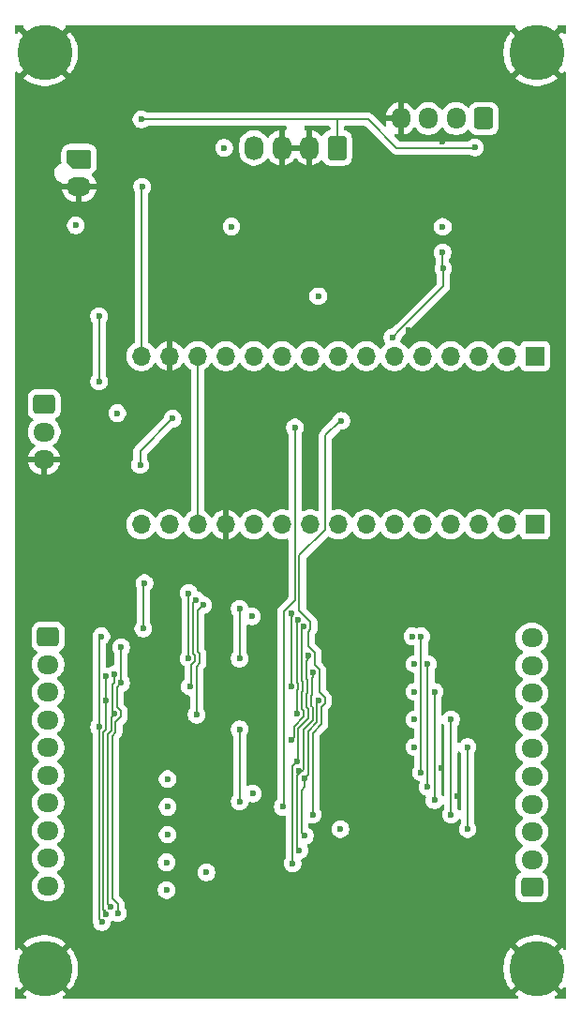
<source format=gbr>
%TF.GenerationSoftware,KiCad,Pcbnew,9.0.5*%
%TF.CreationDate,2025-11-03T04:05:24-05:00*%
%TF.ProjectId,FinishControllerBoard_v1,46696e69-7368-4436-9f6e-74726f6c6c65,rev?*%
%TF.SameCoordinates,Original*%
%TF.FileFunction,Copper,L4,Bot*%
%TF.FilePolarity,Positive*%
%FSLAX46Y46*%
G04 Gerber Fmt 4.6, Leading zero omitted, Abs format (unit mm)*
G04 Created by KiCad (PCBNEW 9.0.5) date 2025-11-03 04:05:24*
%MOMM*%
%LPD*%
G01*
G04 APERTURE LIST*
G04 Aperture macros list*
%AMRoundRect*
0 Rectangle with rounded corners*
0 $1 Rounding radius*
0 $2 $3 $4 $5 $6 $7 $8 $9 X,Y pos of 4 corners*
0 Add a 4 corners polygon primitive as box body*
4,1,4,$2,$3,$4,$5,$6,$7,$8,$9,$2,$3,0*
0 Add four circle primitives for the rounded corners*
1,1,$1+$1,$2,$3*
1,1,$1+$1,$4,$5*
1,1,$1+$1,$6,$7*
1,1,$1+$1,$8,$9*
0 Add four rect primitives between the rounded corners*
20,1,$1+$1,$2,$3,$4,$5,0*
20,1,$1+$1,$4,$5,$6,$7,0*
20,1,$1+$1,$6,$7,$8,$9,0*
20,1,$1+$1,$8,$9,$2,$3,0*%
%AMFreePoly0*
4,1,22,0.945671,0.830970,1.026777,0.776777,1.080970,0.695671,1.100000,0.600000,1.100000,-0.600000,1.080970,-0.695671,1.026777,-0.776777,0.945671,-0.830970,0.850000,-0.850000,-0.450000,-0.850000,-0.545671,-0.830970,-0.626777,-0.776777,-1.026777,-0.376777,-1.080970,-0.295671,-1.100000,-0.200000,-1.100000,0.600000,-1.080970,0.695671,-1.026777,0.776777,-0.945671,0.830970,-0.850000,0.850000,
0.850000,0.850000,0.945671,0.830970,0.945671,0.830970,$1*%
G04 Aperture macros list end*
%TA.AperFunction,ComponentPad*%
%ADD10C,5.000000*%
%TD*%
%TA.AperFunction,ComponentPad*%
%ADD11RoundRect,0.250000X0.725000X-0.600000X0.725000X0.600000X-0.725000X0.600000X-0.725000X-0.600000X0*%
%TD*%
%TA.AperFunction,ComponentPad*%
%ADD12O,1.950000X1.700000*%
%TD*%
%TA.AperFunction,ComponentPad*%
%ADD13RoundRect,0.250000X-0.725000X0.600000X-0.725000X-0.600000X0.725000X-0.600000X0.725000X0.600000X0*%
%TD*%
%TA.AperFunction,ComponentPad*%
%ADD14RoundRect,0.250000X-0.600000X0.850000X-0.600000X-0.850000X0.600000X-0.850000X0.600000X0.850000X0*%
%TD*%
%TA.AperFunction,ComponentPad*%
%ADD15O,1.700000X2.200000*%
%TD*%
%TA.AperFunction,ComponentPad*%
%ADD16R,1.700000X1.700000*%
%TD*%
%TA.AperFunction,ComponentPad*%
%ADD17O,1.700000X1.700000*%
%TD*%
%TA.AperFunction,ComponentPad*%
%ADD18RoundRect,0.250000X0.600000X0.725000X-0.600000X0.725000X-0.600000X-0.725000X0.600000X-0.725000X0*%
%TD*%
%TA.AperFunction,ComponentPad*%
%ADD19O,1.700000X1.950000*%
%TD*%
%TA.AperFunction,ComponentPad*%
%ADD20FreePoly0,0.000000*%
%TD*%
%TA.AperFunction,ComponentPad*%
%ADD21O,2.200000X1.700000*%
%TD*%
%TA.AperFunction,ViaPad*%
%ADD22C,0.600000*%
%TD*%
%TA.AperFunction,Conductor*%
%ADD23C,0.200000*%
%TD*%
G04 APERTURE END LIST*
D10*
%TO.P,H1,1,1*%
%TO.N,GND*%
X183673940Y32586080D03*
%TD*%
D11*
%TO.P,J4,1,Pin_1*%
%TO.N,AD0*%
X227700000Y-42750000D03*
D12*
%TO.P,J4,2,Pin_2*%
%TO.N,AD3*%
X227700000Y-40250000D03*
%TO.P,J4,3,Pin_3*%
%TO.N,AD1*%
X227700000Y-37750000D03*
%TO.P,J4,4,Pin_4*%
%TO.N,AD2*%
X227700000Y-35250000D03*
%TO.P,J4,5,Pin_5*%
%TO.N,Decimal_Point*%
X227700000Y-32750000D03*
%TO.P,J4,6,Pin_6*%
%TO.N,/Time2_Tens*%
X227700000Y-30250000D03*
%TO.P,J4,7,Pin_7*%
%TO.N,/Time2_Ones*%
X227700000Y-27750000D03*
%TO.P,J4,8,Pin_8*%
%TO.N,/Time2_Tenths*%
X227700000Y-25250000D03*
%TO.P,J4,9,Pin_9*%
%TO.N,/Time2_Hundredths*%
X227700000Y-22750000D03*
%TO.P,J4,10,Pin_10*%
%TO.N,/Time2_Thousandths*%
X227700000Y-20250000D03*
%TD*%
D13*
%TO.P,J5,1,Pin_1*%
%TO.N,AD0*%
X184000000Y-20150000D03*
D12*
%TO.P,J5,2,Pin_2*%
%TO.N,AD3*%
X184000000Y-22650000D03*
%TO.P,J5,3,Pin_3*%
%TO.N,AD1*%
X184000000Y-25150000D03*
%TO.P,J5,4,Pin_4*%
%TO.N,AD2*%
X184000000Y-27650000D03*
%TO.P,J5,5,Pin_5*%
%TO.N,Decimal_Point*%
X184000000Y-30150000D03*
%TO.P,J5,6,Pin_6*%
%TO.N,/Time1_Tens*%
X184000000Y-32650000D03*
%TO.P,J5,7,Pin_7*%
%TO.N,/Time1_Ones*%
X184000000Y-35150000D03*
%TO.P,J5,8,Pin_8*%
%TO.N,/Time1_Tenths*%
X184000000Y-37650000D03*
%TO.P,J5,9,Pin_9*%
%TO.N,/Time1_Hundredths*%
X184000000Y-40150000D03*
%TO.P,J5,10,Pin_10*%
%TO.N,/Time1_Thousandths*%
X184000000Y-42650000D03*
%TD*%
D14*
%TO.P,J6,1,Pin_1*%
%TO.N,+12V*%
X210100000Y24000000D03*
D15*
%TO.P,J6,2,Pin_2*%
%TO.N,GND*%
X207600000Y24000000D03*
%TO.P,J6,3,Pin_3*%
X205100000Y24000000D03*
%TO.P,J6,4,Pin_4*%
%TO.N,+5V*%
X202600000Y24000000D03*
%TD*%
D10*
%TO.P,H4,1,1*%
%TO.N,GND*%
X228123160Y-50089840D03*
%TD*%
D16*
%TO.P,J9,1,Pin_1*%
%TO.N,/D12{slash}MISO*%
X227980000Y-10000000D03*
D17*
%TO.P,J9,2,Pin_2*%
%TO.N,/\u002AD11{slash}MOSI*%
X225440000Y-10000000D03*
%TO.P,J9,3,Pin_3*%
%TO.N,/\u002AD10{slash}SS*%
X222900000Y-10000000D03*
%TO.P,J9,4,Pin_4*%
%TO.N,/\u002AD9*%
X220360000Y-10000000D03*
%TO.P,J9,5,Pin_5*%
%TO.N,/D8*%
X217820000Y-10000000D03*
%TO.P,J9,6,Pin_6*%
%TO.N,/D7*%
X215280000Y-10000000D03*
%TO.P,J9,7,Pin_7*%
%TO.N,/\u002AD6*%
X212740000Y-10000000D03*
%TO.P,J9,8,Pin_8*%
%TO.N,/\u002AD5*%
X210200000Y-10000000D03*
%TO.P,J9,9,Pin_9*%
%TO.N,/D4*%
X207660000Y-10000000D03*
%TO.P,J9,10,Pin_10*%
%TO.N,/\u002AD3*%
X205120000Y-10000000D03*
%TO.P,J9,11,Pin_11*%
%TO.N,/D2*%
X202580000Y-10000000D03*
%TO.P,J9,12,Pin_12*%
%TO.N,GND*%
X200040000Y-10000000D03*
%TO.P,J9,13,Pin_13*%
%TO.N,/~{RESET}*%
X197500000Y-10000000D03*
%TO.P,J9,14,Pin_14*%
%TO.N,/D0{slash}RX*%
X194960000Y-10000000D03*
%TO.P,J9,15,Pin_15*%
%TO.N,/D1{slash}TX*%
X192420000Y-10000000D03*
%TD*%
D10*
%TO.P,H2,1,1*%
%TO.N,GND*%
X228123160Y32586080D03*
%TD*%
D13*
%TO.P,J2,1,Pin_1*%
%TO.N,/Logic Level Shifter/Tx_HV_In*%
X183640000Y850000D03*
D12*
%TO.P,J2,2,Pin_2*%
%TO.N,/Logic Level Shifter/Rx_HV_Out*%
X183640000Y-1650000D03*
%TO.P,J2,3,Pin_3*%
%TO.N,GND*%
X183640000Y-4150000D03*
%TD*%
D18*
%TO.P,J1,1,Pin_1*%
%TO.N,+12V*%
X223350000Y26650000D03*
D19*
%TO.P,J1,2,Pin_2*%
%TO.N,/Lane1*%
X220850000Y26650000D03*
%TO.P,J1,3,Pin_3*%
%TO.N,/Lane2*%
X218350000Y26650000D03*
%TO.P,J1,4,Pin_4*%
%TO.N,GND*%
X215850000Y26650000D03*
%TD*%
D16*
%TO.P,J8,1,Pin_1*%
%TO.N,/D13{slash}SCK*%
X227980000Y5203860D03*
D17*
%TO.P,J8,2,Pin_2*%
%TO.N,/+3.3VDC*%
X225440000Y5203860D03*
%TO.P,J8,3,Pin_3*%
%TO.N,/AREF*%
X222900000Y5203860D03*
%TO.P,J8,4,Pin_4*%
%TO.N,/A0*%
X220360000Y5203860D03*
%TO.P,J8,5,Pin_5*%
%TO.N,/A1*%
X217820000Y5203860D03*
%TO.P,J8,6,Pin_6*%
%TO.N,/A2*%
X215280000Y5203860D03*
%TO.P,J8,7,Pin_7*%
%TO.N,/A3*%
X212740000Y5203860D03*
%TO.P,J8,8,Pin_8*%
%TO.N,/A4{slash}SDA*%
X210200000Y5203860D03*
%TO.P,J8,9,Pin_9*%
%TO.N,/A5{slash}SCL*%
X207660000Y5203860D03*
%TO.P,J8,10,Pin_10*%
%TO.N,/A6*%
X205120000Y5203860D03*
%TO.P,J8,11,Pin_11*%
%TO.N,/A7*%
X202580000Y5203860D03*
%TO.P,J8,12,Pin_12*%
%TO.N,/+5VDC*%
X200040000Y5203860D03*
%TO.P,J8,13,Pin_13*%
%TO.N,/~{RESET}*%
X197500000Y5203860D03*
%TO.P,J8,14,Pin_14*%
%TO.N,GND*%
X194960000Y5203860D03*
%TO.P,J8,15,Pin_15*%
%TO.N,+12V*%
X192420000Y5203860D03*
%TD*%
D10*
%TO.P,H3,1,1*%
%TO.N,GND*%
X183673940Y-50089840D03*
%TD*%
D20*
%TO.P,J3,1,Pin_1*%
%TO.N,+12V*%
X186800000Y23000000D03*
D21*
%TO.P,J3,2,Pin_2*%
%TO.N,GND*%
X186800000Y20500000D03*
%TD*%
D22*
%TO.N,GND*%
X216574265Y7525735D03*
X191000000Y30500000D03*
X223500000Y-52000000D03*
X186700000Y-28900000D03*
X230000000Y-40500000D03*
X181500000Y19500000D03*
X194000000Y34500000D03*
X186500000Y-40500000D03*
X197000000Y30500000D03*
X181500000Y-4500000D03*
X199500000Y-52000000D03*
X221000000Y34500000D03*
X203000000Y19500000D03*
X217500000Y-40000000D03*
X217500000Y-52000000D03*
X219500000Y-32000000D03*
X209000000Y7500000D03*
X186500000Y-35500000D03*
X181500000Y-22500000D03*
X188000000Y34500000D03*
X181500000Y-10500000D03*
X223500000Y-16500000D03*
X203000000Y34500000D03*
X200500000Y-7500000D03*
X190500000Y-52000000D03*
X205500000Y-52000000D03*
X218000000Y34500000D03*
X230000000Y-1500000D03*
X206300000Y28500000D03*
X181500000Y-28500000D03*
X187500000Y-52000000D03*
X230000000Y19500000D03*
X207800000Y-2000000D03*
X181500000Y1500000D03*
X203000000Y30500000D03*
X209000000Y34500000D03*
X221000000Y-34500000D03*
X230000000Y22500000D03*
X213000000Y-7500000D03*
X206000000Y34500000D03*
X230000000Y-22500000D03*
X230000000Y7500000D03*
X223500000Y7500000D03*
X223000000Y-28000000D03*
X185000000Y12500000D03*
X207700000Y-7400000D03*
X193500000Y-39000000D03*
X223000000Y-20500000D03*
X211500000Y-33200000D03*
X181500000Y10500000D03*
X230000000Y-7500000D03*
X181500000Y-7500000D03*
X181500000Y-34500000D03*
X230000000Y-46500000D03*
X196500000Y-52000000D03*
X230000000Y-16500000D03*
X191000000Y34500000D03*
X192100000Y-26900000D03*
X199700000Y-24200000D03*
X181500000Y7500000D03*
X186500000Y-43000000D03*
X193500000Y-16500000D03*
X181500000Y-25500000D03*
X224000000Y34500000D03*
X181500000Y25500000D03*
X223500000Y-7500000D03*
X181500000Y-43500000D03*
X230000000Y28500000D03*
X181500000Y-1500000D03*
X230000000Y-31500000D03*
X223000000Y-23000000D03*
X208500000Y-52000000D03*
X187000000Y-26300000D03*
X230000000Y10500000D03*
X217500000Y-7500000D03*
X181500000Y16500000D03*
X181500000Y-13500000D03*
X211800000Y-23000000D03*
X187000000Y-45800000D03*
X220500000Y-52000000D03*
X200500000Y-1500000D03*
X214500000Y-52000000D03*
X181500000Y-46500000D03*
X230000000Y25500000D03*
X200000000Y34500000D03*
X187500000Y4500000D03*
X206000000Y-43000000D03*
X223000000Y-30500000D03*
X211500000Y-52000000D03*
X206500000Y22200000D03*
X209000000Y19500000D03*
X230000000Y-25500000D03*
X197000000Y34500000D03*
X181500000Y-37500000D03*
X209000000Y30500000D03*
X230000000Y-28500000D03*
X230000000Y-19500000D03*
X219100000Y7600000D03*
X181500000Y-16500000D03*
X181500000Y28500000D03*
X215000000Y34500000D03*
X230000000Y-34500000D03*
X215000000Y30500000D03*
X230000000Y13500000D03*
X223500000Y-1500000D03*
X223500000Y-34000000D03*
X215000000Y13500000D03*
X181500000Y-19500000D03*
X181500000Y4500000D03*
X187500000Y-16500000D03*
X212000000Y34500000D03*
X202500000Y7500000D03*
X223500000Y-40000000D03*
X193500000Y-36500000D03*
X181500000Y13500000D03*
X230000000Y-37500000D03*
X230000000Y-4500000D03*
X195000000Y7500000D03*
X190500000Y8500000D03*
X181500000Y-31500000D03*
X221000000Y30500000D03*
X219600000Y24600000D03*
X230000000Y-43500000D03*
X181500000Y-40500000D03*
X193500000Y-52000000D03*
X223000000Y-25500000D03*
X202500000Y-52000000D03*
X230000000Y16500000D03*
X193400000Y-41535315D03*
X186500000Y-38000000D03*
X219600000Y19600000D03*
X186500000Y-33000000D03*
X193500000Y-34000000D03*
X192100000Y-24700000D03*
%TO.N,+5V*%
X217100000Y-30100000D03*
X199900000Y24000000D03*
X190240000Y50000D03*
X194700000Y-40500000D03*
X217100000Y-22600000D03*
X200562500Y16900000D03*
X194800000Y-35500000D03*
X217100000Y-27600000D03*
X194700000Y-43000000D03*
X210400000Y-37500000D03*
X216899997Y-20100000D03*
X208400000Y10612500D03*
X194800000Y-33000000D03*
X202400000Y-18300000D03*
X219650000Y16870000D03*
X194800000Y-38000000D03*
X202500000Y-34300000D03*
X217100000Y-25100000D03*
X186500000Y17000000D03*
X198300000Y-41400000D03*
%TO.N,/Time2_Thousandths*%
X217700000Y-32400000D03*
X217700000Y-20100000D03*
%TO.N,/Time2_Hundredths*%
X218300000Y-33700000D03*
X218300000Y-22600000D03*
%TO.N,/Time2_Tenths*%
X218900000Y-25100000D03*
X218900000Y-34900000D03*
%TO.N,/Time2_Ones*%
X220400000Y-27600000D03*
X220400000Y-36200000D03*
%TO.N,Decimal_Point*%
X201300000Y-35000000D03*
X201300000Y-28500000D03*
%TO.N,+12V*%
X192500000Y20500000D03*
X222549265Y24049265D03*
X192425000Y26575000D03*
%TO.N,AD1*%
X190600000Y-24325000D03*
X190600000Y-21100000D03*
X190278552Y-45098000D03*
%TO.N,AD2*%
X190001268Y-23513050D03*
X189602000Y-44482831D03*
X190000000Y-27100000D03*
%TO.N,AD3*%
X189209152Y-25900000D03*
X189201000Y-23725000D03*
X189209152Y-45182466D03*
%TO.N,AD0*%
X188601764Y-28298236D03*
X188855387Y-45900000D03*
X188800000Y-20100000D03*
%TO.N,+3.3V*%
X192308683Y-4633037D03*
X188600000Y2900000D03*
X188600000Y8800000D03*
X215100000Y6899000D03*
X219700000Y13100000D03*
X219640735Y14559265D03*
X195240000Y-450000D03*
%TO.N,Net-(U5-1A0)*%
X192700000Y-15300000D03*
X192600000Y-19400000D03*
%TO.N,Net-(U5-1A1)*%
X196700000Y-16200000D03*
X196700000Y-22100000D03*
%TO.N,Net-(U5-1A2)*%
X197365642Y-16800000D03*
X196800000Y-24635000D03*
%TO.N,Net-(U5-1A3)*%
X198006085Y-17279412D03*
X197400000Y-27175000D03*
%TO.N,Net-(U5-2A0)*%
X201300000Y-17600000D03*
X201300000Y-22100000D03*
%TO.N,Net-(U5-2A1)*%
X206000000Y-18001000D03*
X206000000Y-24600000D03*
%TO.N,BCD_Lane1*%
X206300000Y-1250000D03*
X205200000Y-35500000D03*
%TO.N,Net-(U5-2A2)*%
X206600000Y-18601000D03*
X206500000Y-27100000D03*
%TO.N,BCD_Lane2*%
X210500000Y-650000D03*
X207900000Y-36200000D03*
%TO.N,Net-(U5-2A3)*%
X206000000Y-29415000D03*
X207111846Y-19215831D03*
%TO.N,BCD_MuxA*%
X206500000Y-31425249D03*
X207502000Y-21818822D03*
X206100000Y-40600000D03*
%TO.N,BCD_MuxC*%
X207200000Y-38105000D03*
X207200000Y-32900000D03*
X208400000Y-25905000D03*
%TO.N,BCD_MuxB*%
X206700000Y-32214579D03*
X207903000Y-23365000D03*
X206700000Y-39400000D03*
%TO.N,/Time2_Tens*%
X221900000Y-37500000D03*
X221900000Y-30100000D03*
%TD*%
D23*
%TO.N,GND*%
X205100000Y24000000D02*
X207600000Y24000000D01*
%TO.N,/Time2_Thousandths*%
X217700000Y-32400000D02*
X217700000Y-20100000D01*
%TO.N,/Time2_Hundredths*%
X218300000Y-33700000D02*
X218300000Y-22600000D01*
%TO.N,/Time2_Tenths*%
X218900000Y-34900000D02*
X218900000Y-25100000D01*
%TO.N,/Time2_Ones*%
X220400000Y-36200000D02*
X220400000Y-27600000D01*
%TO.N,Decimal_Point*%
X201300000Y-28500000D02*
X201300000Y-35000000D01*
%TO.N,+12V*%
X192420000Y20320000D02*
X192420000Y5203860D01*
X192500000Y20400000D02*
X192420000Y20320000D01*
X192500000Y20500000D02*
X192420000Y20420000D01*
X212925000Y26575000D02*
X215500000Y24000000D01*
X192500000Y20500000D02*
X192500000Y20400000D01*
X192425000Y26575000D02*
X210100000Y26575000D01*
X210100000Y26575000D02*
X212925000Y26575000D01*
X210100000Y24000000D02*
X210100000Y26575000D01*
X222500000Y24000000D02*
X222549265Y24049265D01*
X215500000Y24000000D02*
X222500000Y24000000D01*
%TO.N,AD1*%
X190278552Y-45098000D02*
X190278552Y-44268400D01*
X190601000Y-26851057D02*
X190201000Y-26451057D01*
X190101000Y-27848943D02*
X190601000Y-27348943D01*
X190211152Y-24713848D02*
X190600000Y-24325000D01*
X190601000Y-27348943D02*
X190601000Y-26851057D01*
X190600000Y-21100000D02*
X190600000Y-23474054D01*
X190600000Y-23975946D02*
X190600000Y-24325000D01*
X190201000Y-26451057D02*
X190201000Y-26325195D01*
X190201000Y-26325195D02*
X190211152Y-26315043D01*
X190278552Y-44268400D02*
X189804000Y-43793848D01*
X190602003Y-23476057D02*
X190602003Y-23973943D01*
X190101000Y-28783143D02*
X190101000Y-27848943D01*
X189804000Y-29080143D02*
X190101000Y-28783143D01*
X189804000Y-43793848D02*
X189804000Y-29080143D01*
X190602003Y-23973943D02*
X190600000Y-23975946D01*
X190600000Y-23474054D02*
X190602003Y-23476057D01*
X190211152Y-26315043D02*
X190211152Y-24713848D01*
%TO.N,AD2*%
X189700000Y-27400000D02*
X189700000Y-28617043D01*
X190000000Y-24300000D02*
X189810152Y-24489848D01*
X190001268Y-23513050D02*
X190000000Y-23514318D01*
X189810152Y-24489848D02*
X189810152Y-26148943D01*
X189403000Y-44283831D02*
X189602000Y-44482831D01*
X189700000Y-28617043D02*
X189403000Y-28914043D01*
X189403000Y-28914043D02*
X189403000Y-44283831D01*
X190000000Y-23514318D02*
X190000000Y-24300000D01*
X189810152Y-26148943D02*
X189800000Y-26159095D01*
X190000000Y-27100000D02*
X189700000Y-27400000D01*
X189800000Y-26159095D02*
X189800000Y-26900000D01*
X189800000Y-26900000D02*
X190000000Y-27100000D01*
%TO.N,AD3*%
X189001000Y-44731774D02*
X189200000Y-44930774D01*
X189209152Y-25900000D02*
X189209152Y-27142905D01*
X189200000Y-44930774D02*
X189200000Y-45173314D01*
X189202764Y-28049292D02*
X189202764Y-28547179D01*
X189209152Y-25900000D02*
X189201000Y-25891848D01*
X189202764Y-28547179D02*
X189002000Y-28747943D01*
X189002000Y-44232888D02*
X189001000Y-44233888D01*
X189002000Y-28747943D02*
X189002000Y-44232888D01*
X189200000Y-45173314D02*
X189209152Y-45182466D01*
X189209152Y-27142905D02*
X189200000Y-27152057D01*
X189200000Y-28046528D02*
X189202764Y-28049292D01*
X189201000Y-25891848D02*
X189201000Y-23725000D01*
X189200000Y-27152057D02*
X189200000Y-28046528D01*
X189001000Y-44233888D02*
X189001000Y-44731774D01*
%TO.N,AD0*%
X188800000Y-20100000D02*
X188700000Y-20100000D01*
X188601000Y-45645613D02*
X188855387Y-45900000D01*
X188700000Y-20100000D02*
X188601000Y-20199000D01*
X188601000Y-20199000D02*
X188601000Y-45645613D01*
%TO.N,+3.3V*%
X192308683Y-4633037D02*
X192308683Y-3381317D01*
X219640735Y14559265D02*
X219640735Y13159265D01*
X219700000Y11500000D02*
X219700000Y13100000D01*
X188600000Y8800000D02*
X188600000Y2900000D01*
X215800000Y7600000D02*
X219700000Y11500000D01*
X215800000Y7599000D02*
X215800000Y7600000D01*
X215100000Y6899000D02*
X215800000Y7599000D01*
X219640735Y13159265D02*
X219700000Y13100000D01*
X192308683Y-3381317D02*
X195240000Y-450000D01*
%TO.N,/~{RESET}*%
X197500000Y5203860D02*
X197500000Y-10000000D01*
%TO.N,Net-(U5-1A0)*%
X192600000Y-19400000D02*
X192600000Y-15400000D01*
X192600000Y-15400000D02*
X192700000Y-15300000D01*
%TO.N,Net-(U5-1A1)*%
X196700000Y-16200000D02*
X196700000Y-22100000D01*
%TO.N,Net-(U5-1A2)*%
X197101000Y-21651057D02*
X197101000Y-17064642D01*
X197101000Y-17064642D02*
X197365642Y-16800000D01*
X196948943Y-24486057D02*
X196948943Y-22701000D01*
X196800000Y-24635000D02*
X196948943Y-24486057D01*
X197301000Y-22348943D02*
X197301000Y-21851057D01*
X197301000Y-21851057D02*
X197101000Y-21651057D01*
X196948943Y-22701000D02*
X197301000Y-22348943D01*
%TO.N,Net-(U5-1A3)*%
X197502000Y-21484957D02*
X197502000Y-17783497D01*
X197400000Y-27175000D02*
X197400000Y-24884943D01*
X197400000Y-24884943D02*
X197401000Y-24883943D01*
X197401000Y-24386057D02*
X197400000Y-24385057D01*
X197702000Y-21684957D02*
X197502000Y-21484957D01*
X197401000Y-24883943D02*
X197401000Y-24386057D01*
X197400000Y-22817043D02*
X197702000Y-22515043D01*
X197400000Y-24385057D02*
X197400000Y-22817043D01*
X197702000Y-22515043D02*
X197702000Y-21684957D01*
X197502000Y-17783497D02*
X198006085Y-17279412D01*
%TO.N,Net-(U5-2A0)*%
X201300000Y-17600000D02*
X201300000Y-22100000D01*
%TO.N,Net-(U5-2A1)*%
X205999000Y-18352057D02*
X205999000Y-24599000D01*
X205999000Y-24599000D02*
X206000000Y-24600000D01*
X206100000Y-18251057D02*
X205999000Y-18352057D01*
X206100000Y-18101000D02*
X206100000Y-18251057D01*
X206000000Y-18001000D02*
X206100000Y-18101000D01*
%TO.N,BCD_Lane1*%
X206300000Y-16851057D02*
X205300000Y-17851057D01*
X206300000Y-1250000D02*
X206300000Y-16851057D01*
X205300000Y-17851057D02*
X205300000Y-35400000D01*
X205300000Y-35400000D02*
X205200000Y-35500000D01*
%TO.N,Net-(U5-2A2)*%
X206501000Y-18784843D02*
X206500000Y-18783843D01*
X206601000Y-24848943D02*
X206601000Y-24351057D01*
X206500000Y-27100000D02*
X206500000Y-24949943D01*
X206500000Y-18783843D02*
X206500000Y-18701000D01*
X206500000Y-24949943D02*
X206601000Y-24848943D01*
X206500000Y-18701000D02*
X206600000Y-18601000D01*
X206501000Y-24251057D02*
X206501000Y-18784843D01*
X206601000Y-24351057D02*
X206501000Y-24251057D01*
%TO.N,BCD_Lane2*%
X208100000Y-22070765D02*
X208103000Y-22067765D01*
X209049000Y-10476760D02*
X209049000Y-1951000D01*
X209001000Y-26153943D02*
X209001000Y-25656057D01*
X208500000Y-23617943D02*
X208504000Y-23613943D01*
X207500000Y-20966879D02*
X207500000Y-19677620D01*
X207902000Y-32432200D02*
X207902000Y-28816343D01*
X207902000Y-28816343D02*
X208705000Y-28013343D01*
X208504000Y-23116057D02*
X208100000Y-22712057D01*
X207900000Y-36200000D02*
X207900000Y-32434200D01*
X209036120Y-10463880D02*
X209049000Y-10476760D01*
X207712846Y-18812846D02*
X206700000Y-17800000D01*
X208500000Y-25155057D02*
X208500000Y-23617943D01*
X209001000Y-25656057D02*
X208500000Y-25155057D01*
X208103000Y-21569879D02*
X207500000Y-20966879D01*
X208103000Y-22067765D02*
X208103000Y-21569879D01*
X207712846Y-19464774D02*
X207712846Y-18812846D01*
X206700000Y-12800000D02*
X209036120Y-10463880D01*
X208705000Y-26449943D02*
X209001000Y-26153943D01*
X208705000Y-28013343D02*
X208705000Y-26449943D01*
X210350000Y-650000D02*
X210500000Y-650000D01*
X207500000Y-19677620D02*
X207712846Y-19464774D01*
X208100000Y-22712057D02*
X208100000Y-22070765D01*
X208504000Y-23613943D02*
X208504000Y-23116057D01*
X209049000Y-1951000D02*
X210350000Y-650000D01*
X206700000Y-17800000D02*
X206700000Y-12800000D01*
X207900000Y-32434200D02*
X207902000Y-32432200D01*
%TO.N,Net-(U5-2A3)*%
X206200000Y-28249943D02*
X207101000Y-27348943D01*
X206902000Y-19425677D02*
X207111846Y-19215831D01*
X206000000Y-29415000D02*
X206200000Y-29215000D01*
X207002000Y-24184957D02*
X206902000Y-24084957D01*
X206902000Y-24084957D02*
X206902000Y-19425677D01*
X206200000Y-29215000D02*
X206200000Y-28249943D01*
X207101000Y-27348943D02*
X207101000Y-26851057D01*
X207101000Y-26851057D02*
X206901000Y-26651057D01*
X206901000Y-25116043D02*
X207002000Y-25015043D01*
X207002000Y-25015043D02*
X207002000Y-24184957D01*
X206901000Y-26651057D02*
X206901000Y-25116043D01*
%TO.N,BCD_MuxA*%
X206099000Y-40099000D02*
X206100000Y-40100000D01*
X207502000Y-22111835D02*
X207502000Y-21818822D01*
X207502000Y-26684957D02*
X207302000Y-26484957D01*
X206099000Y-39151057D02*
X206099000Y-40099000D01*
X206600000Y-28417043D02*
X207502000Y-27515043D01*
X207302000Y-26484957D02*
X207302000Y-25282143D01*
X207303000Y-23918857D02*
X207303000Y-22310835D01*
X206100000Y-39150057D02*
X206099000Y-39151057D01*
X206100000Y-31806282D02*
X206100000Y-39150057D01*
X207403000Y-25181143D02*
X207403000Y-24018857D01*
X206600000Y-31306282D02*
X206600000Y-28417043D01*
X206500000Y-31425249D02*
X206500000Y-31406282D01*
X207302000Y-25282143D02*
X207403000Y-25181143D01*
X207303000Y-22310835D02*
X207502000Y-22111835D01*
X206500000Y-31425249D02*
X206481033Y-31425249D01*
X207403000Y-24018857D02*
X207303000Y-23918857D01*
X206100000Y-40100000D02*
X206100000Y-40600000D01*
X206481033Y-31425249D02*
X206100000Y-31806282D01*
X206500000Y-31406282D02*
X206600000Y-31306282D01*
X207502000Y-27515043D02*
X207502000Y-26684957D01*
%TO.N,BCD_MuxC*%
X207200000Y-32900000D02*
X207499000Y-32601000D01*
X206902000Y-33998000D02*
X206902000Y-37807000D01*
X207200000Y-33700000D02*
X206902000Y-33998000D01*
X208304000Y-27847243D02*
X208304000Y-26352757D01*
X208300000Y-26348757D02*
X208300000Y-26005000D01*
X208300000Y-26005000D02*
X208400000Y-25905000D01*
X206902000Y-37807000D02*
X207200000Y-38105000D01*
X208304000Y-26352757D02*
X208300000Y-26348757D01*
X207499000Y-32601000D02*
X207499000Y-32268100D01*
X207501000Y-32266100D02*
X207501000Y-28650243D01*
X207499000Y-32268100D02*
X207501000Y-32266100D01*
X207200000Y-32900000D02*
X207200000Y-33700000D01*
X207501000Y-28650243D02*
X208304000Y-27847243D01*
%TO.N,BCD_MuxB*%
X207800000Y-25351243D02*
X207804000Y-25347243D01*
X207903000Y-27681143D02*
X207903000Y-26518857D01*
X207100000Y-28484143D02*
X207903000Y-27681143D01*
X206501000Y-32699000D02*
X206501000Y-39201000D01*
X206985421Y-32214579D02*
X207100000Y-32100000D01*
X207804000Y-25347243D02*
X207804000Y-23852757D01*
X206700000Y-32500000D02*
X206501000Y-32699000D01*
X206700000Y-32214579D02*
X206985421Y-32214579D01*
X206700000Y-32214579D02*
X206700000Y-32500000D01*
X207800000Y-26415857D02*
X207800000Y-25351243D01*
X207100000Y-32100000D02*
X207100000Y-28484143D01*
X206501000Y-39201000D02*
X206700000Y-39400000D01*
X207903000Y-23753757D02*
X207903000Y-23365000D01*
X207804000Y-23852757D02*
X207903000Y-23753757D01*
X207903000Y-26518857D02*
X207800000Y-26415857D01*
%TO.N,/Time2_Tens*%
X221900000Y-37500000D02*
X221900000Y-30100000D01*
%TD*%
%TA.AperFunction,Conductor*%
%TO.N,GND*%
G36*
X182720494Y-50904160D02*
G01*
X182859620Y-51043286D01*
X182983813Y-51133518D01*
X181735890Y-52381441D01*
X181935195Y-52540381D01*
X181983139Y-52570506D01*
X182029431Y-52622840D01*
X182040080Y-52691893D01*
X182011705Y-52755742D01*
X181953315Y-52794114D01*
X181917168Y-52799500D01*
X181124500Y-52799500D01*
X181057461Y-52779815D01*
X181011706Y-52727011D01*
X181000500Y-52675500D01*
X181000500Y-51903450D01*
X181020185Y-51836411D01*
X181072989Y-51790656D01*
X181142147Y-51780712D01*
X181205703Y-51809737D01*
X181221447Y-51826137D01*
X181382337Y-52027888D01*
X182630260Y-50779965D01*
X182720494Y-50904160D01*
G37*
%TD.AperFunction*%
%TA.AperFunction,Conductor*%
G36*
X221205703Y-30509726D02*
G01*
X221227602Y-30534548D01*
X221278602Y-30610874D01*
X221299480Y-30677551D01*
X221299500Y-30679765D01*
X221299500Y-35696560D01*
X221289960Y-35729048D01*
X221280996Y-35761726D01*
X221280138Y-35762495D01*
X221279815Y-35763599D01*
X221254243Y-35785756D01*
X221229017Y-35808417D01*
X221227879Y-35808601D01*
X221227011Y-35809354D01*
X221193488Y-35814174D01*
X221160047Y-35819593D01*
X221158992Y-35819134D01*
X221157853Y-35819298D01*
X221127035Y-35805224D01*
X221095983Y-35791708D01*
X221094970Y-35790580D01*
X221094297Y-35790273D01*
X221072398Y-35765451D01*
X221021398Y-35689125D01*
X221000520Y-35622448D01*
X221000520Y-35622447D01*
X221000500Y-35620234D01*
X221000500Y-30603439D01*
X221020185Y-30536400D01*
X221072989Y-30490645D01*
X221142147Y-30480701D01*
X221205703Y-30509726D01*
G37*
%TD.AperFunction*%
%TA.AperFunction,Conductor*%
G36*
X219705703Y-28009726D02*
G01*
X219727602Y-28034548D01*
X219778602Y-28110874D01*
X219799480Y-28177551D01*
X219799500Y-28179765D01*
X219799500Y-34396560D01*
X219789960Y-34429048D01*
X219780996Y-34461726D01*
X219780138Y-34462495D01*
X219779815Y-34463599D01*
X219754243Y-34485756D01*
X219729017Y-34508417D01*
X219727879Y-34508601D01*
X219727011Y-34509354D01*
X219693488Y-34514174D01*
X219660047Y-34519593D01*
X219658992Y-34519134D01*
X219657853Y-34519298D01*
X219627035Y-34505224D01*
X219595983Y-34491708D01*
X219594970Y-34490580D01*
X219594297Y-34490273D01*
X219572398Y-34465451D01*
X219521398Y-34389125D01*
X219500520Y-34322448D01*
X219500500Y-34320234D01*
X219500500Y-28103439D01*
X219520185Y-28036400D01*
X219572989Y-27990645D01*
X219642147Y-27980701D01*
X219705703Y-28009726D01*
G37*
%TD.AperFunction*%
%TA.AperFunction,Conductor*%
G36*
X207040889Y24231591D02*
G01*
X207000000Y24078991D01*
X207000000Y23921009D01*
X207040889Y23768409D01*
X207051518Y23750000D01*
X205648482Y23750000D01*
X205659111Y23768409D01*
X205700000Y23921009D01*
X205700000Y24078991D01*
X205659111Y24231591D01*
X205648482Y24250000D01*
X207051518Y24250000D01*
X207040889Y24231591D01*
G37*
%TD.AperFunction*%
%TA.AperFunction,Conductor*%
G36*
X209442539Y25954815D02*
G01*
X209488294Y25902011D01*
X209499500Y25850500D01*
X209499500Y25717534D01*
X209479815Y25650495D01*
X209427011Y25604740D01*
X209388103Y25594177D01*
X209347203Y25589999D01*
X209180666Y25534814D01*
X209031344Y25442712D01*
X208907288Y25318656D01*
X208815188Y25169336D01*
X208811551Y25163440D01*
X208759603Y25116716D01*
X208690641Y25105493D01*
X208626558Y25133337D01*
X208618330Y25140856D01*
X208479458Y25279728D01*
X208307557Y25404620D01*
X208118217Y25501095D01*
X207916128Y25566757D01*
X207850000Y25577230D01*
X207850000Y24548482D01*
X207831591Y24559111D01*
X207678991Y24600000D01*
X207521009Y24600000D01*
X207368409Y24559111D01*
X207350000Y24548482D01*
X207350000Y25577230D01*
X207330589Y25574156D01*
X207303492Y25577657D01*
X207276171Y25577677D01*
X207269346Y25582069D01*
X207261296Y25583110D01*
X207240391Y25600706D01*
X207217420Y25615493D01*
X207211572Y25624966D01*
X207207843Y25628106D01*
X207198359Y25645197D01*
X207197463Y25647160D01*
X207148013Y25766547D01*
X207132377Y25789946D01*
X207128220Y25799068D01*
X207124635Y25824127D01*
X207117071Y25848284D01*
X207119771Y25858128D01*
X207118326Y25868234D01*
X207128856Y25891250D01*
X207135554Y25915665D01*
X207143149Y25922487D01*
X207147396Y25931769D01*
X207168698Y25945438D01*
X207187532Y25962356D01*
X207199183Y25964999D01*
X207206200Y25969502D01*
X207218984Y25969492D01*
X207241051Y25974500D01*
X209375500Y25974500D01*
X209442539Y25954815D01*
G37*
%TD.AperFunction*%
%TA.AperFunction,Conductor*%
G36*
X226175930Y35079815D02*
G01*
X226221685Y35027011D01*
X226231629Y34957853D01*
X226202604Y34894297D01*
X226186204Y34878553D01*
X226185110Y34877681D01*
X227433033Y33629758D01*
X227308840Y33539526D01*
X227169714Y33400400D01*
X227079480Y33276205D01*
X225831557Y34524128D01*
X225672621Y34324827D01*
X225493351Y34039520D01*
X225347155Y33735942D01*
X225235869Y33417906D01*
X225235865Y33417894D01*
X225160887Y33089393D01*
X225160885Y33089377D01*
X225123160Y32754560D01*
X225123160Y32417599D01*
X225160885Y32082782D01*
X225160887Y32082766D01*
X225235865Y31754265D01*
X225235869Y31754253D01*
X225347155Y31436217D01*
X225493351Y31132639D01*
X225672621Y30847332D01*
X225831557Y30648030D01*
X227079480Y31895953D01*
X227169714Y31771760D01*
X227308840Y31632634D01*
X227433034Y31542400D01*
X226185110Y30294477D01*
X226384412Y30135541D01*
X226669719Y29956271D01*
X226973297Y29810075D01*
X227291333Y29698789D01*
X227291345Y29698785D01*
X227619846Y29623807D01*
X227619862Y29623805D01*
X227954679Y29586080D01*
X228291640Y29586080D01*
X228626457Y29623805D01*
X228626473Y29623807D01*
X228954974Y29698785D01*
X228954986Y29698789D01*
X229273022Y29810075D01*
X229576600Y29956271D01*
X229861907Y30135541D01*
X230061208Y30294477D01*
X228813285Y31542400D01*
X228937480Y31632634D01*
X229076606Y31771760D01*
X229166838Y31895953D01*
X230414761Y30648030D01*
X230573699Y30847332D01*
X230574375Y30848285D01*
X230574600Y30848463D01*
X230575867Y30850051D01*
X230576238Y30849755D01*
X230629226Y30891565D01*
X230698769Y30898320D01*
X230760923Y30866405D01*
X230795957Y30805953D01*
X230799500Y30776523D01*
X230799500Y-48280283D01*
X230779815Y-48347322D01*
X230727011Y-48393077D01*
X230657853Y-48403021D01*
X230594297Y-48373996D01*
X230575931Y-48353759D01*
X230575867Y-48353811D01*
X230575064Y-48352804D01*
X230574375Y-48352045D01*
X230573699Y-48351092D01*
X230414761Y-48151790D01*
X229166838Y-49399713D01*
X229076606Y-49275520D01*
X228937480Y-49136394D01*
X228813284Y-49046160D01*
X230061208Y-47798237D01*
X229861907Y-47639301D01*
X229576600Y-47460031D01*
X229273022Y-47313835D01*
X228954986Y-47202549D01*
X228954974Y-47202545D01*
X228626473Y-47127567D01*
X228626457Y-47127565D01*
X228291640Y-47089840D01*
X227954679Y-47089840D01*
X227619862Y-47127565D01*
X227619846Y-47127567D01*
X227291345Y-47202545D01*
X227291333Y-47202549D01*
X226973297Y-47313835D01*
X226669719Y-47460031D01*
X226384412Y-47639301D01*
X226185110Y-47798237D01*
X227433033Y-49046160D01*
X227308840Y-49136394D01*
X227169714Y-49275520D01*
X227079480Y-49399713D01*
X225831557Y-48151790D01*
X225672621Y-48351092D01*
X225493351Y-48636399D01*
X225347155Y-48939977D01*
X225235869Y-49258013D01*
X225235865Y-49258025D01*
X225160887Y-49586526D01*
X225160885Y-49586542D01*
X225123160Y-49921359D01*
X225123160Y-50258320D01*
X225160885Y-50593137D01*
X225160887Y-50593153D01*
X225235865Y-50921654D01*
X225235869Y-50921666D01*
X225347155Y-51239702D01*
X225493351Y-51543280D01*
X225672621Y-51828587D01*
X225831557Y-52027888D01*
X227079480Y-50779965D01*
X227169714Y-50904160D01*
X227308840Y-51043286D01*
X227433033Y-51133518D01*
X226185110Y-52381441D01*
X226384415Y-52540381D01*
X226432359Y-52570506D01*
X226478651Y-52622840D01*
X226489300Y-52691893D01*
X226460925Y-52755742D01*
X226402535Y-52794114D01*
X226366388Y-52799500D01*
X185430712Y-52799500D01*
X185363673Y-52779815D01*
X185317918Y-52727011D01*
X185307974Y-52657853D01*
X185336999Y-52594297D01*
X185364741Y-52570506D01*
X185412683Y-52540381D01*
X185611988Y-52381440D01*
X184364066Y-51133518D01*
X184488260Y-51043286D01*
X184627386Y-50904160D01*
X184717618Y-50779966D01*
X185965540Y-52027888D01*
X186124478Y-51828587D01*
X186303748Y-51543280D01*
X186449944Y-51239702D01*
X186561230Y-50921666D01*
X186561234Y-50921654D01*
X186636212Y-50593153D01*
X186636214Y-50593137D01*
X186673939Y-50258320D01*
X186673940Y-50258318D01*
X186673940Y-49921361D01*
X186673939Y-49921359D01*
X186636214Y-49586542D01*
X186636212Y-49586526D01*
X186561234Y-49258025D01*
X186561230Y-49258013D01*
X186449944Y-48939977D01*
X186303748Y-48636399D01*
X186124478Y-48351092D01*
X185965541Y-48151790D01*
X184717618Y-49399713D01*
X184627386Y-49275520D01*
X184488260Y-49136394D01*
X184364064Y-49046160D01*
X185611988Y-47798237D01*
X185412687Y-47639301D01*
X185127380Y-47460031D01*
X184823802Y-47313835D01*
X184505766Y-47202549D01*
X184505754Y-47202545D01*
X184177253Y-47127567D01*
X184177237Y-47127565D01*
X183842420Y-47089840D01*
X183505459Y-47089840D01*
X183170642Y-47127565D01*
X183170626Y-47127567D01*
X182842125Y-47202545D01*
X182842113Y-47202549D01*
X182524077Y-47313835D01*
X182220499Y-47460031D01*
X181935192Y-47639301D01*
X181735890Y-47798237D01*
X182983813Y-49046160D01*
X182859620Y-49136394D01*
X182720494Y-49275520D01*
X182630260Y-49399713D01*
X181382337Y-48151790D01*
X181221447Y-48353542D01*
X181164259Y-48393682D01*
X181094447Y-48396532D01*
X181034177Y-48361187D01*
X181002584Y-48298868D01*
X181000500Y-48276229D01*
X181000500Y-19499983D01*
X182524500Y-19499983D01*
X182524500Y-20800001D01*
X182524501Y-20800018D01*
X182535000Y-20902796D01*
X182535001Y-20902799D01*
X182558260Y-20972989D01*
X182590186Y-21069334D01*
X182671498Y-21201163D01*
X182682289Y-21218657D01*
X182806344Y-21342712D01*
X182961120Y-21438178D01*
X183007845Y-21490126D01*
X183019068Y-21559088D01*
X182991224Y-21623171D01*
X182983706Y-21631398D01*
X182844889Y-21770215D01*
X182719951Y-21942179D01*
X182623444Y-22131585D01*
X182557753Y-22333760D01*
X182524500Y-22543713D01*
X182524500Y-22756286D01*
X182554068Y-22942974D01*
X182557754Y-22966243D01*
X182605349Y-23112726D01*
X182623444Y-23168414D01*
X182719951Y-23357820D01*
X182844890Y-23529786D01*
X182995209Y-23680105D01*
X182995214Y-23680109D01*
X183159793Y-23799682D01*
X183202459Y-23855011D01*
X183208438Y-23924625D01*
X183175833Y-23986420D01*
X183159793Y-24000318D01*
X182995214Y-24119890D01*
X182995209Y-24119894D01*
X182844890Y-24270213D01*
X182719951Y-24442179D01*
X182623444Y-24631585D01*
X182557753Y-24833760D01*
X182524500Y-25043713D01*
X182524500Y-25256286D01*
X182557337Y-25463615D01*
X182557754Y-25466243D01*
X182605349Y-25612726D01*
X182623444Y-25668414D01*
X182719951Y-25857820D01*
X182844890Y-26029786D01*
X182995209Y-26180105D01*
X182995214Y-26180109D01*
X183159793Y-26299682D01*
X183202459Y-26355011D01*
X183208438Y-26424625D01*
X183175833Y-26486420D01*
X183159793Y-26500318D01*
X182995214Y-26619890D01*
X182995209Y-26619894D01*
X182844890Y-26770213D01*
X182719951Y-26942179D01*
X182623444Y-27131585D01*
X182557753Y-27333760D01*
X182542827Y-27428000D01*
X182524500Y-27543713D01*
X182524500Y-27756287D01*
X182530915Y-27796789D01*
X182554347Y-27944737D01*
X182557754Y-27966243D01*
X182623442Y-28168410D01*
X182623444Y-28168414D01*
X182719951Y-28357820D01*
X182844890Y-28529786D01*
X182995209Y-28680105D01*
X182995214Y-28680109D01*
X183159793Y-28799682D01*
X183202459Y-28855011D01*
X183208438Y-28924625D01*
X183175833Y-28986420D01*
X183159793Y-29000318D01*
X182995214Y-29119890D01*
X182995209Y-29119894D01*
X182844890Y-29270213D01*
X182719951Y-29442179D01*
X182623444Y-29631585D01*
X182557753Y-29833760D01*
X182524500Y-30043713D01*
X182524500Y-30256286D01*
X182540338Y-30356287D01*
X182557754Y-30466243D01*
X182605349Y-30612726D01*
X182623444Y-30668414D01*
X182719951Y-30857820D01*
X182844890Y-31029786D01*
X182995209Y-31180105D01*
X182995214Y-31180109D01*
X183159793Y-31299682D01*
X183202459Y-31355011D01*
X183208438Y-31424625D01*
X183175833Y-31486420D01*
X183159793Y-31500318D01*
X182995214Y-31619890D01*
X182995209Y-31619894D01*
X182844890Y-31770213D01*
X182719951Y-31942179D01*
X182623444Y-32131585D01*
X182557753Y-32333760D01*
X182524500Y-32543713D01*
X182524500Y-32756286D01*
X182550612Y-32921155D01*
X182557754Y-32966243D01*
X182604265Y-33109390D01*
X182623444Y-33168414D01*
X182719951Y-33357820D01*
X182844890Y-33529786D01*
X182995209Y-33680105D01*
X182995214Y-33680109D01*
X183159793Y-33799682D01*
X183202459Y-33855011D01*
X183208438Y-33924625D01*
X183175833Y-33986420D01*
X183159793Y-34000318D01*
X182995214Y-34119890D01*
X182995209Y-34119894D01*
X182844890Y-34270213D01*
X182719951Y-34442179D01*
X182623444Y-34631585D01*
X182557753Y-34833760D01*
X182524500Y-35043713D01*
X182524500Y-35256286D01*
X182550612Y-35421155D01*
X182557754Y-35466243D01*
X182608508Y-35622448D01*
X182623444Y-35668414D01*
X182719951Y-35857820D01*
X182844890Y-36029786D01*
X182995209Y-36180105D01*
X182995214Y-36180109D01*
X183159793Y-36299682D01*
X183202459Y-36355011D01*
X183208438Y-36424625D01*
X183175833Y-36486420D01*
X183159793Y-36500318D01*
X182995214Y-36619890D01*
X182995209Y-36619894D01*
X182844890Y-36770213D01*
X182719951Y-36942179D01*
X182623444Y-37131585D01*
X182557753Y-37333760D01*
X182524500Y-37543713D01*
X182524500Y-37756286D01*
X182550612Y-37921155D01*
X182557754Y-37966243D01*
X182608294Y-38121789D01*
X182623444Y-38168414D01*
X182719951Y-38357820D01*
X182844890Y-38529786D01*
X182995209Y-38680105D01*
X182995214Y-38680109D01*
X183159793Y-38799682D01*
X183202459Y-38855011D01*
X183208438Y-38924625D01*
X183175833Y-38986420D01*
X183159793Y-39000318D01*
X182995214Y-39119890D01*
X182995209Y-39119894D01*
X182844890Y-39270213D01*
X182719951Y-39442179D01*
X182623444Y-39631585D01*
X182557753Y-39833760D01*
X182524500Y-40043713D01*
X182524500Y-40256286D01*
X182550612Y-40421155D01*
X182557754Y-40466243D01*
X182594340Y-40578844D01*
X182623444Y-40668414D01*
X182719951Y-40857820D01*
X182844890Y-41029786D01*
X182995209Y-41180105D01*
X182995214Y-41180109D01*
X183159793Y-41299682D01*
X183202459Y-41355011D01*
X183208438Y-41424625D01*
X183175833Y-41486420D01*
X183159793Y-41500318D01*
X182995214Y-41619890D01*
X182995209Y-41619894D01*
X182844890Y-41770213D01*
X182719951Y-41942179D01*
X182623444Y-42131585D01*
X182557753Y-42333760D01*
X182524500Y-42543713D01*
X182524500Y-42756286D01*
X182550612Y-42921155D01*
X182557754Y-42966243D01*
X182594340Y-43078844D01*
X182623444Y-43168414D01*
X182719951Y-43357820D01*
X182844890Y-43529786D01*
X182995213Y-43680109D01*
X183167179Y-43805048D01*
X183167181Y-43805049D01*
X183167184Y-43805051D01*
X183356588Y-43901557D01*
X183558757Y-43967246D01*
X183768713Y-44000500D01*
X183768714Y-44000500D01*
X184231286Y-44000500D01*
X184231287Y-44000500D01*
X184441243Y-43967246D01*
X184643412Y-43901557D01*
X184832816Y-43805051D01*
X184881425Y-43769735D01*
X185004786Y-43680109D01*
X185004788Y-43680106D01*
X185004792Y-43680104D01*
X185155104Y-43529792D01*
X185155106Y-43529788D01*
X185155109Y-43529786D01*
X185280048Y-43357820D01*
X185280047Y-43357820D01*
X185280051Y-43357816D01*
X185376557Y-43168412D01*
X185442246Y-42966243D01*
X185475500Y-42756287D01*
X185475500Y-42543713D01*
X185442246Y-42333757D01*
X185376557Y-42131588D01*
X185280051Y-41942184D01*
X185280049Y-41942181D01*
X185280048Y-41942179D01*
X185155109Y-41770213D01*
X185004792Y-41619896D01*
X184918620Y-41557289D01*
X184840204Y-41500316D01*
X184797540Y-41444989D01*
X184791561Y-41375376D01*
X184824166Y-41313580D01*
X184840199Y-41299686D01*
X185004792Y-41180104D01*
X185155104Y-41029792D01*
X185155106Y-41029788D01*
X185155109Y-41029786D01*
X185280048Y-40857820D01*
X185280047Y-40857820D01*
X185280051Y-40857816D01*
X185376557Y-40668412D01*
X185442246Y-40466243D01*
X185475500Y-40256287D01*
X185475500Y-40043713D01*
X185442246Y-39833757D01*
X185376557Y-39631588D01*
X185280051Y-39442184D01*
X185280049Y-39442181D01*
X185280048Y-39442179D01*
X185155109Y-39270213D01*
X185004792Y-39119896D01*
X184918141Y-39056941D01*
X184840204Y-39000316D01*
X184797540Y-38944989D01*
X184791561Y-38875376D01*
X184824166Y-38813580D01*
X184840199Y-38799686D01*
X185004792Y-38680104D01*
X185155104Y-38529792D01*
X185155106Y-38529788D01*
X185155109Y-38529786D01*
X185280048Y-38357820D01*
X185280047Y-38357820D01*
X185280051Y-38357816D01*
X185376557Y-38168412D01*
X185442246Y-37966243D01*
X185475500Y-37756287D01*
X185475500Y-37543713D01*
X185442246Y-37333757D01*
X185376557Y-37131588D01*
X185280051Y-36942184D01*
X185280049Y-36942181D01*
X185280048Y-36942179D01*
X185155109Y-36770213D01*
X185004792Y-36619896D01*
X184977845Y-36600318D01*
X184840204Y-36500316D01*
X184797540Y-36444989D01*
X184791561Y-36375376D01*
X184824166Y-36313580D01*
X184840199Y-36299686D01*
X185004792Y-36180104D01*
X185155104Y-36029792D01*
X185155106Y-36029788D01*
X185155109Y-36029786D01*
X185280048Y-35857820D01*
X185280047Y-35857820D01*
X185280051Y-35857816D01*
X185376557Y-35668412D01*
X185442246Y-35466243D01*
X185475500Y-35256287D01*
X185475500Y-35043713D01*
X185442246Y-34833757D01*
X185376557Y-34631588D01*
X185280051Y-34442184D01*
X185280049Y-34442181D01*
X185280048Y-34442179D01*
X185155109Y-34270213D01*
X185004792Y-34119896D01*
X184958716Y-34086420D01*
X184840204Y-34000316D01*
X184797540Y-33944989D01*
X184791561Y-33875376D01*
X184824166Y-33813580D01*
X184840199Y-33799686D01*
X185004792Y-33680104D01*
X185155104Y-33529792D01*
X185155106Y-33529788D01*
X185155109Y-33529786D01*
X185280048Y-33357820D01*
X185280047Y-33357820D01*
X185280051Y-33357816D01*
X185376557Y-33168412D01*
X185442246Y-32966243D01*
X185475500Y-32756287D01*
X185475500Y-32543713D01*
X185442246Y-32333757D01*
X185376557Y-32131588D01*
X185280051Y-31942184D01*
X185280049Y-31942181D01*
X185280048Y-31942179D01*
X185155109Y-31770213D01*
X185004792Y-31619896D01*
X184958716Y-31586420D01*
X184840204Y-31500316D01*
X184797540Y-31444989D01*
X184791561Y-31375376D01*
X184824166Y-31313580D01*
X184840199Y-31299686D01*
X185004792Y-31180104D01*
X185155104Y-31029792D01*
X185155106Y-31029788D01*
X185155109Y-31029786D01*
X185280048Y-30857820D01*
X185280047Y-30857820D01*
X185280051Y-30857816D01*
X185376557Y-30668412D01*
X185442246Y-30466243D01*
X185475500Y-30256287D01*
X185475500Y-30043713D01*
X185442246Y-29833757D01*
X185376557Y-29631588D01*
X185280051Y-29442184D01*
X185280049Y-29442181D01*
X185280048Y-29442179D01*
X185155109Y-29270213D01*
X185004792Y-29119896D01*
X184949556Y-29079765D01*
X184840204Y-29000316D01*
X184797540Y-28944989D01*
X184791561Y-28875376D01*
X184824166Y-28813580D01*
X184840199Y-28799686D01*
X185004792Y-28680104D01*
X185155104Y-28529792D01*
X185155106Y-28529788D01*
X185155109Y-28529786D01*
X185280048Y-28357820D01*
X185280047Y-28357820D01*
X185280051Y-28357816D01*
X185350583Y-28219389D01*
X187801264Y-28219389D01*
X187801264Y-28377082D01*
X187832025Y-28531725D01*
X187832028Y-28531737D01*
X187892366Y-28677408D01*
X187892373Y-28677421D01*
X187979602Y-28807967D01*
X188000480Y-28874644D01*
X188000500Y-28876858D01*
X188000500Y-45558943D01*
X188000499Y-45558961D01*
X188000499Y-45724667D01*
X188000498Y-45724667D01*
X188041423Y-45877400D01*
X188044534Y-45884909D01*
X188042021Y-45885949D01*
X188054887Y-45933944D01*
X188054887Y-45978846D01*
X188085648Y-46133489D01*
X188085651Y-46133501D01*
X188145989Y-46279172D01*
X188145996Y-46279185D01*
X188233597Y-46410288D01*
X188233600Y-46410292D01*
X188345094Y-46521786D01*
X188345098Y-46521789D01*
X188476201Y-46609390D01*
X188476214Y-46609397D01*
X188621885Y-46669735D01*
X188621890Y-46669737D01*
X188776540Y-46700499D01*
X188776543Y-46700500D01*
X188776545Y-46700500D01*
X188934231Y-46700500D01*
X188934232Y-46700499D01*
X189088884Y-46669737D01*
X189234566Y-46609394D01*
X189365676Y-46521789D01*
X189477176Y-46410289D01*
X189564781Y-46279179D01*
X189625124Y-46133497D01*
X189655887Y-45978842D01*
X189655887Y-45913000D01*
X189657070Y-45908970D01*
X189656154Y-45904874D01*
X189666829Y-45875735D01*
X189675572Y-45845961D01*
X189679155Y-45842088D01*
X189680189Y-45839269D01*
X189693603Y-45826479D01*
X189705000Y-45814167D01*
X189707936Y-45811942D01*
X189719441Y-45804255D01*
X189723692Y-45800003D01*
X189730466Y-45794871D01*
X189755484Y-45785373D01*
X189778971Y-45772543D01*
X189787651Y-45773162D01*
X189795787Y-45770074D01*
X189821967Y-45775609D01*
X189848664Y-45777514D01*
X189861124Y-45783889D01*
X189864145Y-45784528D01*
X189866047Y-45786408D01*
X189874236Y-45790598D01*
X189899373Y-45807394D01*
X190045055Y-45867737D01*
X190199705Y-45898499D01*
X190199708Y-45898500D01*
X190199710Y-45898500D01*
X190357396Y-45898500D01*
X190357397Y-45898499D01*
X190512049Y-45867737D01*
X190624718Y-45821067D01*
X190657724Y-45807397D01*
X190657724Y-45807396D01*
X190657731Y-45807394D01*
X190788841Y-45719789D01*
X190900341Y-45608289D01*
X190987946Y-45477179D01*
X191048289Y-45331497D01*
X191079052Y-45176842D01*
X191079052Y-45019158D01*
X191079052Y-45019155D01*
X191079051Y-45019153D01*
X191048290Y-44864510D01*
X191048289Y-44864503D01*
X191048287Y-44864498D01*
X190987949Y-44718827D01*
X190987942Y-44718814D01*
X190899950Y-44587125D01*
X190894299Y-44569078D01*
X190884075Y-44553169D01*
X190879623Y-44522207D01*
X190879072Y-44520447D01*
X190879052Y-44518234D01*
X190879052Y-44357459D01*
X190879053Y-44357446D01*
X190879053Y-44189345D01*
X190879053Y-44189343D01*
X190838129Y-44036615D01*
X190801136Y-43972542D01*
X190801136Y-43972541D01*
X190759074Y-43899687D01*
X190759073Y-43899686D01*
X190759072Y-43899684D01*
X190647268Y-43787880D01*
X190647267Y-43787879D01*
X190642937Y-43783549D01*
X190642926Y-43783539D01*
X190440819Y-43581432D01*
X190407334Y-43520109D01*
X190404500Y-43493751D01*
X190404500Y-42921153D01*
X193899500Y-42921153D01*
X193899500Y-43078846D01*
X193930261Y-43233489D01*
X193930264Y-43233501D01*
X193990602Y-43379172D01*
X193990609Y-43379185D01*
X194078210Y-43510288D01*
X194078213Y-43510292D01*
X194189707Y-43621786D01*
X194189711Y-43621789D01*
X194320814Y-43709390D01*
X194320827Y-43709397D01*
X194466498Y-43769735D01*
X194466503Y-43769737D01*
X194621153Y-43800499D01*
X194621156Y-43800500D01*
X194621158Y-43800500D01*
X194778844Y-43800500D01*
X194778845Y-43800499D01*
X194933497Y-43769737D01*
X195079179Y-43709394D01*
X195210289Y-43621789D01*
X195321789Y-43510289D01*
X195409394Y-43379179D01*
X195469737Y-43233497D01*
X195500500Y-43078842D01*
X195500500Y-42921158D01*
X195500500Y-42921155D01*
X195500499Y-42921153D01*
X195469738Y-42766510D01*
X195469737Y-42766503D01*
X195469735Y-42766498D01*
X195409397Y-42620827D01*
X195409390Y-42620814D01*
X195321789Y-42489711D01*
X195321786Y-42489707D01*
X195210292Y-42378213D01*
X195210288Y-42378210D01*
X195079185Y-42290609D01*
X195079172Y-42290602D01*
X194933501Y-42230264D01*
X194933489Y-42230261D01*
X194778845Y-42199500D01*
X194778842Y-42199500D01*
X194621158Y-42199500D01*
X194621155Y-42199500D01*
X194466510Y-42230261D01*
X194466498Y-42230264D01*
X194320827Y-42290602D01*
X194320814Y-42290609D01*
X194189711Y-42378210D01*
X194189707Y-42378213D01*
X194078213Y-42489707D01*
X194078210Y-42489711D01*
X193990609Y-42620814D01*
X193990602Y-42620827D01*
X193930264Y-42766498D01*
X193930261Y-42766510D01*
X193899500Y-42921153D01*
X190404500Y-42921153D01*
X190404500Y-41321153D01*
X197499500Y-41321153D01*
X197499500Y-41478846D01*
X197530261Y-41633489D01*
X197530264Y-41633501D01*
X197590602Y-41779172D01*
X197590609Y-41779185D01*
X197678210Y-41910288D01*
X197678213Y-41910292D01*
X197789707Y-42021786D01*
X197789711Y-42021789D01*
X197920814Y-42109390D01*
X197920827Y-42109397D01*
X197974402Y-42131588D01*
X198066503Y-42169737D01*
X198216131Y-42199500D01*
X198221153Y-42200499D01*
X198221156Y-42200500D01*
X198221158Y-42200500D01*
X198378844Y-42200500D01*
X198378845Y-42200499D01*
X198533497Y-42169737D01*
X198679179Y-42109394D01*
X198810289Y-42021789D01*
X198921789Y-41910289D01*
X199009394Y-41779179D01*
X199069737Y-41633497D01*
X199100500Y-41478842D01*
X199100500Y-41321158D01*
X199100500Y-41321155D01*
X199100499Y-41321153D01*
X199080734Y-41221789D01*
X199069737Y-41166503D01*
X199054531Y-41129792D01*
X199009397Y-41020827D01*
X199009390Y-41020814D01*
X198921789Y-40889711D01*
X198921786Y-40889707D01*
X198810292Y-40778213D01*
X198810288Y-40778210D01*
X198679185Y-40690609D01*
X198679172Y-40690602D01*
X198533501Y-40630264D01*
X198533489Y-40630261D01*
X198378845Y-40599500D01*
X198378842Y-40599500D01*
X198221158Y-40599500D01*
X198221155Y-40599500D01*
X198066510Y-40630261D01*
X198066498Y-40630264D01*
X197920827Y-40690602D01*
X197920814Y-40690609D01*
X197789711Y-40778210D01*
X197789707Y-40778213D01*
X197678213Y-40889707D01*
X197678210Y-40889711D01*
X197590609Y-41020814D01*
X197590602Y-41020827D01*
X197530264Y-41166498D01*
X197530261Y-41166510D01*
X197499500Y-41321153D01*
X190404500Y-41321153D01*
X190404500Y-40421153D01*
X193899500Y-40421153D01*
X193899500Y-40578846D01*
X193930261Y-40733489D01*
X193930264Y-40733501D01*
X193990602Y-40879172D01*
X193990609Y-40879185D01*
X194078210Y-41010288D01*
X194078213Y-41010292D01*
X194189707Y-41121786D01*
X194189711Y-41121789D01*
X194320814Y-41209390D01*
X194320827Y-41209397D01*
X194463758Y-41268600D01*
X194466503Y-41269737D01*
X194617041Y-41299681D01*
X194621153Y-41300499D01*
X194621156Y-41300500D01*
X194621158Y-41300500D01*
X194778844Y-41300500D01*
X194778845Y-41300499D01*
X194933497Y-41269737D01*
X195079179Y-41209394D01*
X195210289Y-41121789D01*
X195321789Y-41010289D01*
X195409394Y-40879179D01*
X195469737Y-40733497D01*
X195500500Y-40578842D01*
X195500500Y-40421158D01*
X195500500Y-40421155D01*
X195500499Y-40421153D01*
X195469738Y-40266510D01*
X195469737Y-40266503D01*
X195469451Y-40265812D01*
X195409397Y-40120827D01*
X195409390Y-40120814D01*
X195321789Y-39989711D01*
X195321786Y-39989707D01*
X195210292Y-39878213D01*
X195210288Y-39878210D01*
X195079185Y-39790609D01*
X195079172Y-39790602D01*
X194933501Y-39730264D01*
X194933489Y-39730261D01*
X194778845Y-39699500D01*
X194778842Y-39699500D01*
X194621158Y-39699500D01*
X194621155Y-39699500D01*
X194466510Y-39730261D01*
X194466498Y-39730264D01*
X194320827Y-39790602D01*
X194320814Y-39790609D01*
X194189711Y-39878210D01*
X194189707Y-39878213D01*
X194078213Y-39989707D01*
X194078210Y-39989711D01*
X193990609Y-40120814D01*
X193990602Y-40120827D01*
X193930264Y-40266498D01*
X193930261Y-40266510D01*
X193899500Y-40421153D01*
X190404500Y-40421153D01*
X190404500Y-37921153D01*
X193999500Y-37921153D01*
X193999500Y-38078846D01*
X194030261Y-38233489D01*
X194030264Y-38233501D01*
X194090602Y-38379172D01*
X194090609Y-38379185D01*
X194178210Y-38510288D01*
X194178213Y-38510292D01*
X194289707Y-38621786D01*
X194289711Y-38621789D01*
X194420814Y-38709390D01*
X194420827Y-38709397D01*
X194566498Y-38769735D01*
X194566503Y-38769737D01*
X194717041Y-38799681D01*
X194721153Y-38800499D01*
X194721156Y-38800500D01*
X194721158Y-38800500D01*
X194878844Y-38800500D01*
X194878845Y-38800499D01*
X195033497Y-38769737D01*
X195179179Y-38709394D01*
X195310289Y-38621789D01*
X195421789Y-38510289D01*
X195509394Y-38379179D01*
X195569737Y-38233497D01*
X195600500Y-38078842D01*
X195600500Y-37921158D01*
X195600500Y-37921155D01*
X195600499Y-37921153D01*
X195569738Y-37766510D01*
X195569737Y-37766503D01*
X195569735Y-37766498D01*
X195509397Y-37620827D01*
X195509390Y-37620814D01*
X195421789Y-37489711D01*
X195421786Y-37489707D01*
X195310292Y-37378213D01*
X195310288Y-37378210D01*
X195179185Y-37290609D01*
X195179172Y-37290602D01*
X195033501Y-37230264D01*
X195033489Y-37230261D01*
X194878845Y-37199500D01*
X194878842Y-37199500D01*
X194721158Y-37199500D01*
X194721155Y-37199500D01*
X194566510Y-37230261D01*
X194566498Y-37230264D01*
X194420827Y-37290602D01*
X194420814Y-37290609D01*
X194289711Y-37378210D01*
X194289707Y-37378213D01*
X194178213Y-37489707D01*
X194178210Y-37489711D01*
X194090609Y-37620814D01*
X194090602Y-37620827D01*
X194030264Y-37766498D01*
X194030261Y-37766510D01*
X193999500Y-37921153D01*
X190404500Y-37921153D01*
X190404500Y-35421153D01*
X193999500Y-35421153D01*
X193999500Y-35578846D01*
X194030261Y-35733489D01*
X194030264Y-35733501D01*
X194090602Y-35879172D01*
X194090609Y-35879185D01*
X194178210Y-36010288D01*
X194178213Y-36010292D01*
X194289707Y-36121786D01*
X194289711Y-36121789D01*
X194420814Y-36209390D01*
X194420827Y-36209397D01*
X194566498Y-36269735D01*
X194566503Y-36269737D01*
X194717041Y-36299681D01*
X194721153Y-36300499D01*
X194721156Y-36300500D01*
X194721158Y-36300500D01*
X194878844Y-36300500D01*
X194878845Y-36300499D01*
X195033497Y-36269737D01*
X195179179Y-36209394D01*
X195310289Y-36121789D01*
X195421789Y-36010289D01*
X195509394Y-35879179D01*
X195569737Y-35733497D01*
X195600500Y-35578842D01*
X195600500Y-35421158D01*
X195600500Y-35421155D01*
X195600499Y-35421153D01*
X195590450Y-35370634D01*
X195569737Y-35266503D01*
X195569735Y-35266498D01*
X195509397Y-35120827D01*
X195509390Y-35120814D01*
X195421789Y-34989711D01*
X195421786Y-34989707D01*
X195310292Y-34878213D01*
X195310288Y-34878210D01*
X195179185Y-34790609D01*
X195179172Y-34790602D01*
X195033501Y-34730264D01*
X195033489Y-34730261D01*
X194878845Y-34699500D01*
X194878842Y-34699500D01*
X194721158Y-34699500D01*
X194721155Y-34699500D01*
X194566510Y-34730261D01*
X194566498Y-34730264D01*
X194420827Y-34790602D01*
X194420814Y-34790609D01*
X194289711Y-34878210D01*
X194289707Y-34878213D01*
X194178213Y-34989707D01*
X194178210Y-34989711D01*
X194090609Y-35120814D01*
X194090602Y-35120827D01*
X194030264Y-35266498D01*
X194030261Y-35266510D01*
X193999500Y-35421153D01*
X190404500Y-35421153D01*
X190404500Y-32921153D01*
X193999500Y-32921153D01*
X193999500Y-33078846D01*
X194030261Y-33233489D01*
X194030264Y-33233501D01*
X194090602Y-33379172D01*
X194090609Y-33379185D01*
X194178210Y-33510288D01*
X194178213Y-33510292D01*
X194289707Y-33621786D01*
X194289711Y-33621789D01*
X194420814Y-33709390D01*
X194420827Y-33709397D01*
X194560914Y-33767422D01*
X194566503Y-33769737D01*
X194717041Y-33799681D01*
X194721153Y-33800499D01*
X194721156Y-33800500D01*
X194721158Y-33800500D01*
X194878844Y-33800500D01*
X194878845Y-33800499D01*
X195033497Y-33769737D01*
X195179179Y-33709394D01*
X195310289Y-33621789D01*
X195421789Y-33510289D01*
X195509394Y-33379179D01*
X195569737Y-33233497D01*
X195600500Y-33078842D01*
X195600500Y-32921158D01*
X195600500Y-32921155D01*
X195600499Y-32921153D01*
X195587596Y-32856286D01*
X195569737Y-32766503D01*
X195569735Y-32766498D01*
X195509397Y-32620827D01*
X195509390Y-32620814D01*
X195421789Y-32489711D01*
X195421786Y-32489707D01*
X195310292Y-32378213D01*
X195310288Y-32378210D01*
X195179185Y-32290609D01*
X195179172Y-32290602D01*
X195033501Y-32230264D01*
X195033489Y-32230261D01*
X194878845Y-32199500D01*
X194878842Y-32199500D01*
X194721158Y-32199500D01*
X194721155Y-32199500D01*
X194566510Y-32230261D01*
X194566498Y-32230264D01*
X194420827Y-32290602D01*
X194420814Y-32290609D01*
X194289711Y-32378210D01*
X194289707Y-32378213D01*
X194178213Y-32489707D01*
X194178210Y-32489711D01*
X194090609Y-32620814D01*
X194090602Y-32620827D01*
X194030264Y-32766498D01*
X194030261Y-32766510D01*
X193999500Y-32921153D01*
X190404500Y-32921153D01*
X190404500Y-29380240D01*
X190413143Y-29350805D01*
X190419666Y-29320816D01*
X190423422Y-29315797D01*
X190424185Y-29313201D01*
X190440816Y-29292561D01*
X190459503Y-29273873D01*
X190459506Y-29273872D01*
X190469714Y-29263663D01*
X190469716Y-29263663D01*
X190581520Y-29151859D01*
X190660577Y-29014927D01*
X190696187Y-28882028D01*
X190701500Y-28862201D01*
X190701500Y-28704086D01*
X190701500Y-28421153D01*
X200499500Y-28421153D01*
X200499500Y-28578846D01*
X200530261Y-28733489D01*
X200530264Y-28733501D01*
X200590602Y-28879172D01*
X200590609Y-28879185D01*
X200678602Y-29010874D01*
X200699480Y-29077551D01*
X200699500Y-29079765D01*
X200699500Y-34420234D01*
X200679815Y-34487273D01*
X200678602Y-34489125D01*
X200590609Y-34620814D01*
X200590602Y-34620827D01*
X200530264Y-34766498D01*
X200530261Y-34766510D01*
X200499500Y-34921153D01*
X200499500Y-35078846D01*
X200530261Y-35233489D01*
X200530264Y-35233501D01*
X200590602Y-35379172D01*
X200590609Y-35379185D01*
X200678210Y-35510288D01*
X200678213Y-35510292D01*
X200789707Y-35621786D01*
X200789711Y-35621789D01*
X200920814Y-35709390D01*
X200920827Y-35709397D01*
X201063304Y-35768412D01*
X201066503Y-35769737D01*
X201221153Y-35800499D01*
X201221156Y-35800500D01*
X201221158Y-35800500D01*
X201378844Y-35800500D01*
X201378845Y-35800499D01*
X201533497Y-35769737D01*
X201679179Y-35709394D01*
X201810289Y-35621789D01*
X201921789Y-35510289D01*
X202009394Y-35379179D01*
X202012934Y-35370634D01*
X202046066Y-35290645D01*
X202069737Y-35233497D01*
X202085332Y-35155091D01*
X202117716Y-35093184D01*
X202178431Y-35058609D01*
X202248201Y-35062348D01*
X202254388Y-35064719D01*
X202266503Y-35069737D01*
X202421153Y-35100499D01*
X202421156Y-35100500D01*
X202421158Y-35100500D01*
X202578844Y-35100500D01*
X202578845Y-35100499D01*
X202733497Y-35069737D01*
X202879179Y-35009394D01*
X203010289Y-34921789D01*
X203121789Y-34810289D01*
X203209394Y-34679179D01*
X203269737Y-34533497D01*
X203300500Y-34378842D01*
X203300500Y-34221158D01*
X203300500Y-34221155D01*
X203300499Y-34221153D01*
X203298338Y-34210288D01*
X203269737Y-34066503D01*
X203242323Y-34000319D01*
X203209397Y-33920827D01*
X203209390Y-33920814D01*
X203121789Y-33789711D01*
X203121786Y-33789707D01*
X203010292Y-33678213D01*
X203010288Y-33678210D01*
X202879185Y-33590609D01*
X202879172Y-33590602D01*
X202733501Y-33530264D01*
X202733489Y-33530261D01*
X202578845Y-33499500D01*
X202578842Y-33499500D01*
X202421158Y-33499500D01*
X202421155Y-33499500D01*
X202266510Y-33530261D01*
X202266498Y-33530264D01*
X202120827Y-33590602D01*
X202120816Y-33590608D01*
X202093390Y-33608934D01*
X202026712Y-33629811D01*
X201959332Y-33611326D01*
X201912643Y-33559346D01*
X201900500Y-33505831D01*
X201900500Y-29079765D01*
X201920185Y-29012726D01*
X201921398Y-29010874D01*
X202009390Y-28879185D01*
X202009390Y-28879184D01*
X202009394Y-28879179D01*
X202011273Y-28874644D01*
X202038891Y-28807967D01*
X202069737Y-28733497D01*
X202100500Y-28578842D01*
X202100500Y-28421158D01*
X202100500Y-28421155D01*
X202100499Y-28421153D01*
X202078269Y-28309397D01*
X202069737Y-28266503D01*
X202060883Y-28245127D01*
X202009397Y-28120827D01*
X202009390Y-28120814D01*
X201921789Y-27989711D01*
X201921786Y-27989707D01*
X201810292Y-27878213D01*
X201810288Y-27878210D01*
X201679185Y-27790609D01*
X201679172Y-27790602D01*
X201533501Y-27730264D01*
X201533489Y-27730261D01*
X201378845Y-27699500D01*
X201378842Y-27699500D01*
X201221158Y-27699500D01*
X201221155Y-27699500D01*
X201066510Y-27730261D01*
X201066498Y-27730264D01*
X200920827Y-27790602D01*
X200920814Y-27790609D01*
X200789711Y-27878210D01*
X200789707Y-27878213D01*
X200678213Y-27989707D01*
X200678210Y-27989711D01*
X200590609Y-28120814D01*
X200590602Y-28120827D01*
X200530264Y-28266498D01*
X200530261Y-28266510D01*
X200499500Y-28421153D01*
X190701500Y-28421153D01*
X190701500Y-28149040D01*
X190721185Y-28082001D01*
X190737819Y-28061359D01*
X190880128Y-27919050D01*
X191081520Y-27717659D01*
X191160577Y-27580727D01*
X191201501Y-27428000D01*
X191201501Y-27269885D01*
X191201501Y-27262290D01*
X191201500Y-27262272D01*
X191201500Y-26771999D01*
X191199361Y-26764019D01*
X191199358Y-26764007D01*
X191187211Y-26718672D01*
X191160577Y-26619273D01*
X191149634Y-26600319D01*
X191081524Y-26482347D01*
X191081521Y-26482343D01*
X191081520Y-26482341D01*
X190969716Y-26370537D01*
X190969715Y-26370536D01*
X190965385Y-26366206D01*
X190965374Y-26366196D01*
X190847971Y-26248793D01*
X190814486Y-26187470D01*
X190811652Y-26161112D01*
X190811652Y-25186639D01*
X190831337Y-25119600D01*
X190884141Y-25073845D01*
X190888152Y-25072098D01*
X190979179Y-25034394D01*
X191110289Y-24946789D01*
X191221789Y-24835289D01*
X191309394Y-24704179D01*
X191369737Y-24558497D01*
X191400500Y-24403842D01*
X191400500Y-24246158D01*
X191400500Y-24246155D01*
X191400499Y-24246153D01*
X191395275Y-24219890D01*
X191369737Y-24091503D01*
X191367632Y-24086420D01*
X191309397Y-23945827D01*
X191309390Y-23945814D01*
X191223401Y-23817123D01*
X191217750Y-23799076D01*
X191207526Y-23783167D01*
X191203074Y-23752207D01*
X191202523Y-23750446D01*
X191202503Y-23748232D01*
X191202503Y-23565117D01*
X191202504Y-23565104D01*
X191202504Y-23397001D01*
X191201561Y-23389840D01*
X191200500Y-23373653D01*
X191200500Y-21679765D01*
X191220185Y-21612726D01*
X191221398Y-21610874D01*
X191309390Y-21479185D01*
X191309390Y-21479184D01*
X191309394Y-21479179D01*
X191369737Y-21333497D01*
X191400500Y-21178842D01*
X191400500Y-21021158D01*
X191400500Y-21021155D01*
X191400499Y-21021153D01*
X191369737Y-20866503D01*
X191342198Y-20800018D01*
X191309397Y-20720827D01*
X191309390Y-20720814D01*
X191221789Y-20589711D01*
X191221786Y-20589707D01*
X191110292Y-20478213D01*
X191110288Y-20478210D01*
X190979185Y-20390609D01*
X190979172Y-20390602D01*
X190833501Y-20330264D01*
X190833489Y-20330261D01*
X190678845Y-20299500D01*
X190678842Y-20299500D01*
X190521158Y-20299500D01*
X190521155Y-20299500D01*
X190366510Y-20330261D01*
X190366498Y-20330264D01*
X190220827Y-20390602D01*
X190220814Y-20390609D01*
X190089711Y-20478210D01*
X190089707Y-20478213D01*
X189978213Y-20589707D01*
X189978210Y-20589711D01*
X189890609Y-20720814D01*
X189890602Y-20720827D01*
X189830264Y-20866498D01*
X189830261Y-20866510D01*
X189799500Y-21021153D01*
X189799500Y-21178846D01*
X189830261Y-21333489D01*
X189830264Y-21333501D01*
X189890602Y-21479172D01*
X189890609Y-21479185D01*
X189978602Y-21610874D01*
X189999480Y-21677551D01*
X189999500Y-21679765D01*
X189999500Y-22595454D01*
X189979815Y-22662493D01*
X189927011Y-22708248D01*
X189899692Y-22717071D01*
X189767776Y-22743311D01*
X189767766Y-22743314D01*
X189622095Y-22803652D01*
X189622087Y-22803657D01*
X189490982Y-22891258D01*
X189490981Y-22891259D01*
X189475086Y-22907153D01*
X189468120Y-22910955D01*
X189463479Y-22917393D01*
X189437892Y-22927459D01*
X189413761Y-22940635D01*
X189404188Y-22940720D01*
X189398460Y-22942974D01*
X189363217Y-22941084D01*
X189301308Y-22928769D01*
X189239397Y-22896384D01*
X189204823Y-22835668D01*
X189201500Y-22807152D01*
X189201500Y-20860758D01*
X189221185Y-20793719D01*
X189256611Y-20757655D01*
X189261390Y-20754462D01*
X189310289Y-20721789D01*
X189421789Y-20610289D01*
X189509394Y-20479179D01*
X189569737Y-20333497D01*
X189600500Y-20178842D01*
X189600500Y-20021158D01*
X189600500Y-20021155D01*
X189600499Y-20021153D01*
X189578447Y-19910292D01*
X189569737Y-19866503D01*
X189533569Y-19779185D01*
X189509397Y-19720827D01*
X189509390Y-19720814D01*
X189421789Y-19589711D01*
X189421786Y-19589707D01*
X189310292Y-19478213D01*
X189310288Y-19478210D01*
X189220429Y-19418168D01*
X189179185Y-19390609D01*
X189179172Y-19390602D01*
X189033501Y-19330264D01*
X189033489Y-19330261D01*
X188987701Y-19321153D01*
X191799500Y-19321153D01*
X191799500Y-19478846D01*
X191830261Y-19633489D01*
X191830264Y-19633501D01*
X191890602Y-19779172D01*
X191890609Y-19779185D01*
X191978210Y-19910288D01*
X191978213Y-19910292D01*
X192089707Y-20021786D01*
X192089711Y-20021789D01*
X192220814Y-20109390D01*
X192220827Y-20109397D01*
X192366498Y-20169735D01*
X192366503Y-20169737D01*
X192493900Y-20195078D01*
X192521153Y-20200499D01*
X192521156Y-20200500D01*
X192521158Y-20200500D01*
X192678844Y-20200500D01*
X192678845Y-20200499D01*
X192833497Y-20169737D01*
X192979179Y-20109394D01*
X193110289Y-20021789D01*
X193221789Y-19910289D01*
X193309394Y-19779179D01*
X193369737Y-19633497D01*
X193400500Y-19478842D01*
X193400500Y-19321158D01*
X193400500Y-19321155D01*
X193400499Y-19321153D01*
X193382499Y-19230663D01*
X193369737Y-19166503D01*
X193342398Y-19100500D01*
X193309397Y-19020827D01*
X193309390Y-19020814D01*
X193221398Y-18889125D01*
X193200520Y-18822447D01*
X193200500Y-18820234D01*
X193200500Y-16121153D01*
X195899500Y-16121153D01*
X195899500Y-16278846D01*
X195930261Y-16433489D01*
X195930264Y-16433501D01*
X195990602Y-16579172D01*
X195990609Y-16579185D01*
X196078602Y-16710874D01*
X196099480Y-16777551D01*
X196099500Y-16779765D01*
X196099500Y-21520234D01*
X196079815Y-21587273D01*
X196078602Y-21589125D01*
X195990609Y-21720814D01*
X195990602Y-21720827D01*
X195930264Y-21866498D01*
X195930261Y-21866510D01*
X195899500Y-22021153D01*
X195899500Y-22178846D01*
X195930261Y-22333489D01*
X195930264Y-22333501D01*
X195990602Y-22479172D01*
X195990609Y-22479185D01*
X196078210Y-22610288D01*
X196078213Y-22610292D01*
X196189708Y-22721787D01*
X196189711Y-22721789D01*
X196293335Y-22791028D01*
X196338139Y-22844638D01*
X196348443Y-22894129D01*
X196348443Y-23907688D01*
X196328758Y-23974727D01*
X196293341Y-24010785D01*
X196289713Y-24013209D01*
X196289704Y-24013217D01*
X196178213Y-24124707D01*
X196178210Y-24124711D01*
X196090609Y-24255814D01*
X196090602Y-24255827D01*
X196030264Y-24401498D01*
X196030261Y-24401510D01*
X195999500Y-24556153D01*
X195999500Y-24713846D01*
X196030261Y-24868489D01*
X196030264Y-24868501D01*
X196090602Y-25014172D01*
X196090609Y-25014185D01*
X196178210Y-25145288D01*
X196178213Y-25145292D01*
X196289707Y-25256786D01*
X196289711Y-25256789D01*
X196420814Y-25344390D01*
X196420827Y-25344397D01*
X196566498Y-25404735D01*
X196566503Y-25404737D01*
X196676987Y-25426713D01*
X196699691Y-25431230D01*
X196761602Y-25463615D01*
X196796176Y-25524330D01*
X196799500Y-25552847D01*
X196799500Y-26595234D01*
X196779815Y-26662273D01*
X196778602Y-26664125D01*
X196690609Y-26795814D01*
X196690602Y-26795827D01*
X196630264Y-26941498D01*
X196630261Y-26941510D01*
X196599500Y-27096153D01*
X196599500Y-27253846D01*
X196630261Y-27408489D01*
X196630264Y-27408501D01*
X196690602Y-27554172D01*
X196690609Y-27554185D01*
X196778210Y-27685288D01*
X196778213Y-27685292D01*
X196889707Y-27796786D01*
X196889711Y-27796789D01*
X197020814Y-27884390D01*
X197020827Y-27884397D01*
X197166498Y-27944735D01*
X197166503Y-27944737D01*
X197321153Y-27975499D01*
X197321156Y-27975500D01*
X197321158Y-27975500D01*
X197478844Y-27975500D01*
X197478845Y-27975499D01*
X197633497Y-27944737D01*
X197779179Y-27884394D01*
X197910289Y-27796789D01*
X198021789Y-27685289D01*
X198109394Y-27554179D01*
X198169737Y-27408497D01*
X198200500Y-27253842D01*
X198200500Y-27096158D01*
X198200500Y-27096155D01*
X198200499Y-27096153D01*
X198177039Y-26978213D01*
X198169737Y-26941503D01*
X198148655Y-26890606D01*
X198109397Y-26795827D01*
X198109390Y-26795814D01*
X198021398Y-26664125D01*
X198000520Y-26597447D01*
X198000500Y-26595234D01*
X198000500Y-24978722D01*
X198001500Y-24963463D01*
X198001500Y-24306544D01*
X198000500Y-24291278D01*
X198000500Y-23117140D01*
X198009144Y-23087699D01*
X198015667Y-23057715D01*
X198019422Y-23052698D01*
X198020185Y-23050101D01*
X198036817Y-23029461D01*
X198060502Y-23005775D01*
X198060507Y-23005772D01*
X198060507Y-23005771D01*
X198070714Y-22995563D01*
X198070716Y-22995563D01*
X198182520Y-22883759D01*
X198261577Y-22746827D01*
X198298162Y-22610289D01*
X198298163Y-22610288D01*
X198302137Y-22595454D01*
X198302500Y-22594101D01*
X198302500Y-22435986D01*
X198302500Y-21774017D01*
X198302501Y-21774004D01*
X198302501Y-21605901D01*
X198302501Y-21605900D01*
X198261577Y-21453173D01*
X198197803Y-21342712D01*
X198182524Y-21316247D01*
X198182518Y-21316239D01*
X198138819Y-21272540D01*
X198105334Y-21211217D01*
X198102500Y-21184859D01*
X198102500Y-18178180D01*
X198122185Y-18111141D01*
X198174989Y-18065386D01*
X198202303Y-18056564D01*
X198239582Y-18049149D01*
X198385264Y-17988806D01*
X198516374Y-17901201D01*
X198627874Y-17789701D01*
X198715479Y-17658591D01*
X198772407Y-17521153D01*
X200499500Y-17521153D01*
X200499500Y-17678846D01*
X200530261Y-17833489D01*
X200530264Y-17833501D01*
X200590602Y-17979172D01*
X200590609Y-17979185D01*
X200678602Y-18110874D01*
X200699480Y-18177551D01*
X200699500Y-18179765D01*
X200699500Y-21520234D01*
X200679815Y-21587273D01*
X200678602Y-21589125D01*
X200590609Y-21720814D01*
X200590602Y-21720827D01*
X200530264Y-21866498D01*
X200530261Y-21866510D01*
X200499500Y-22021153D01*
X200499500Y-22178846D01*
X200530261Y-22333489D01*
X200530264Y-22333501D01*
X200590602Y-22479172D01*
X200590609Y-22479185D01*
X200678210Y-22610288D01*
X200678213Y-22610292D01*
X200789707Y-22721786D01*
X200789711Y-22721789D01*
X200920814Y-22809390D01*
X200920827Y-22809397D01*
X201066498Y-22869735D01*
X201066503Y-22869737D01*
X201174696Y-22891258D01*
X201221153Y-22900499D01*
X201221156Y-22900500D01*
X201221158Y-22900500D01*
X201378844Y-22900500D01*
X201378845Y-22900499D01*
X201533497Y-22869737D01*
X201679179Y-22809394D01*
X201810289Y-22721789D01*
X201921789Y-22610289D01*
X202009394Y-22479179D01*
X202069737Y-22333497D01*
X202100500Y-22178842D01*
X202100500Y-22021158D01*
X202100500Y-22021155D01*
X202100499Y-22021153D01*
X202074531Y-21890606D01*
X202069737Y-21866503D01*
X202069735Y-21866498D01*
X202009397Y-21720827D01*
X202009390Y-21720814D01*
X201921398Y-21589125D01*
X201900520Y-21522447D01*
X201900500Y-21520234D01*
X201900500Y-19145134D01*
X201920185Y-19078095D01*
X201972989Y-19032340D01*
X202042147Y-19022396D01*
X202071950Y-19030572D01*
X202166503Y-19069737D01*
X202321153Y-19100499D01*
X202321156Y-19100500D01*
X202321158Y-19100500D01*
X202478844Y-19100500D01*
X202478845Y-19100499D01*
X202633497Y-19069737D01*
X202751592Y-19020821D01*
X202779172Y-19009397D01*
X202779172Y-19009396D01*
X202779179Y-19009394D01*
X202910289Y-18921789D01*
X203021789Y-18810289D01*
X203109394Y-18679179D01*
X203169737Y-18533497D01*
X203200500Y-18378842D01*
X203200500Y-18221158D01*
X203200500Y-18221155D01*
X203200499Y-18221153D01*
X203178563Y-18110874D01*
X203169737Y-18066503D01*
X203162549Y-18049149D01*
X203109397Y-17920827D01*
X203109390Y-17920814D01*
X203021789Y-17789711D01*
X203021786Y-17789707D01*
X202910292Y-17678213D01*
X202910288Y-17678210D01*
X202779185Y-17590609D01*
X202779172Y-17590602D01*
X202633501Y-17530264D01*
X202633489Y-17530261D01*
X202478845Y-17499500D01*
X202478842Y-17499500D01*
X202321158Y-17499500D01*
X202226370Y-17518354D01*
X202156779Y-17512126D01*
X202101602Y-17469262D01*
X202080563Y-17420927D01*
X202069738Y-17366510D01*
X202069737Y-17366503D01*
X202066320Y-17358254D01*
X202009397Y-17220827D01*
X202009390Y-17220814D01*
X201921789Y-17089711D01*
X201921786Y-17089707D01*
X201810292Y-16978213D01*
X201810288Y-16978210D01*
X201679185Y-16890609D01*
X201679172Y-16890602D01*
X201533501Y-16830264D01*
X201533489Y-16830261D01*
X201378845Y-16799500D01*
X201378842Y-16799500D01*
X201221158Y-16799500D01*
X201221155Y-16799500D01*
X201066510Y-16830261D01*
X201066498Y-16830264D01*
X200920827Y-16890602D01*
X200920814Y-16890609D01*
X200789711Y-16978210D01*
X200789707Y-16978213D01*
X200678213Y-17089707D01*
X200678210Y-17089711D01*
X200590609Y-17220814D01*
X200590602Y-17220827D01*
X200530264Y-17366498D01*
X200530261Y-17366510D01*
X200499500Y-17521153D01*
X198772407Y-17521153D01*
X198775822Y-17512909D01*
X198806585Y-17358254D01*
X198806585Y-17200570D01*
X198806585Y-17200567D01*
X198806584Y-17200565D01*
X198775822Y-17045915D01*
X198747779Y-16978213D01*
X198715482Y-16900239D01*
X198715475Y-16900226D01*
X198627874Y-16769123D01*
X198627871Y-16769119D01*
X198516377Y-16657625D01*
X198516373Y-16657622D01*
X198385270Y-16570021D01*
X198385257Y-16570014D01*
X198239586Y-16509676D01*
X198239577Y-16509673D01*
X198165374Y-16494913D01*
X198103464Y-16462527D01*
X198078498Y-16425874D01*
X198077906Y-16426191D01*
X198075032Y-16420814D01*
X197987431Y-16289711D01*
X197987428Y-16289707D01*
X197875934Y-16178213D01*
X197875930Y-16178210D01*
X197744827Y-16090609D01*
X197744814Y-16090602D01*
X197599143Y-16030264D01*
X197599136Y-16030262D01*
X197551902Y-16020866D01*
X197489992Y-15988480D01*
X197461535Y-15946701D01*
X197409397Y-15820827D01*
X197409390Y-15820814D01*
X197321789Y-15689711D01*
X197321786Y-15689707D01*
X197210292Y-15578213D01*
X197210288Y-15578210D01*
X197079185Y-15490609D01*
X197079172Y-15490602D01*
X196933501Y-15430264D01*
X196933489Y-15430261D01*
X196778845Y-15399500D01*
X196778842Y-15399500D01*
X196621158Y-15399500D01*
X196621155Y-15399500D01*
X196466510Y-15430261D01*
X196466498Y-15430264D01*
X196320827Y-15490602D01*
X196320814Y-15490609D01*
X196189711Y-15578210D01*
X196189707Y-15578213D01*
X196078213Y-15689707D01*
X196078210Y-15689711D01*
X195990609Y-15820814D01*
X195990602Y-15820827D01*
X195930264Y-15966498D01*
X195930261Y-15966510D01*
X195899500Y-16121153D01*
X193200500Y-16121153D01*
X193200500Y-15982940D01*
X193220185Y-15915901D01*
X193236814Y-15895263D01*
X193321789Y-15810289D01*
X193409394Y-15679179D01*
X193469737Y-15533497D01*
X193500500Y-15378842D01*
X193500500Y-15221158D01*
X193500500Y-15221155D01*
X193500499Y-15221153D01*
X193469738Y-15066510D01*
X193469737Y-15066503D01*
X193469735Y-15066498D01*
X193409397Y-14920827D01*
X193409390Y-14920814D01*
X193321789Y-14789711D01*
X193321786Y-14789707D01*
X193210292Y-14678213D01*
X193210288Y-14678210D01*
X193079185Y-14590609D01*
X193079172Y-14590602D01*
X192933501Y-14530264D01*
X192933489Y-14530261D01*
X192778845Y-14499500D01*
X192778842Y-14499500D01*
X192621158Y-14499500D01*
X192621155Y-14499500D01*
X192466510Y-14530261D01*
X192466498Y-14530264D01*
X192320827Y-14590602D01*
X192320814Y-14590609D01*
X192189711Y-14678210D01*
X192189707Y-14678213D01*
X192078213Y-14789707D01*
X192078210Y-14789711D01*
X191990609Y-14920814D01*
X191990602Y-14920827D01*
X191930264Y-15066498D01*
X191930261Y-15066510D01*
X191899500Y-15221153D01*
X191899500Y-15378846D01*
X191930261Y-15533489D01*
X191930264Y-15533501D01*
X191990061Y-15677864D01*
X191999500Y-15725316D01*
X191999500Y-18820234D01*
X191979815Y-18887273D01*
X191978602Y-18889125D01*
X191890609Y-19020814D01*
X191890602Y-19020827D01*
X191830264Y-19166498D01*
X191830261Y-19166510D01*
X191799500Y-19321153D01*
X188987701Y-19321153D01*
X188878845Y-19299500D01*
X188878842Y-19299500D01*
X188721158Y-19299500D01*
X188721155Y-19299500D01*
X188566510Y-19330261D01*
X188566498Y-19330264D01*
X188420827Y-19390602D01*
X188420814Y-19390609D01*
X188289711Y-19478210D01*
X188289707Y-19478213D01*
X188178213Y-19589707D01*
X188178210Y-19589711D01*
X188090609Y-19720814D01*
X188090602Y-19720827D01*
X188030264Y-19866498D01*
X188030261Y-19866510D01*
X187999500Y-20021153D01*
X187999500Y-20178844D01*
X187999902Y-20182927D01*
X188000499Y-20195078D01*
X188000499Y-20278057D01*
X188000499Y-20278059D01*
X188000500Y-20288053D01*
X188000500Y-27719613D01*
X187980815Y-27786652D01*
X187979602Y-27788504D01*
X187892373Y-27919050D01*
X187892366Y-27919063D01*
X187832028Y-28064734D01*
X187832025Y-28064746D01*
X187801264Y-28219389D01*
X185350583Y-28219389D01*
X185376557Y-28168412D01*
X185442246Y-27966243D01*
X185475500Y-27756287D01*
X185475500Y-27543713D01*
X185442246Y-27333757D01*
X185376557Y-27131588D01*
X185280051Y-26942184D01*
X185280049Y-26942181D01*
X185280048Y-26942179D01*
X185155109Y-26770213D01*
X185004792Y-26619896D01*
X184958716Y-26586420D01*
X184840204Y-26500316D01*
X184797540Y-26444989D01*
X184791561Y-26375376D01*
X184824166Y-26313580D01*
X184840199Y-26299686D01*
X185004792Y-26180104D01*
X185155104Y-26029792D01*
X185155106Y-26029788D01*
X185155109Y-26029786D01*
X185280048Y-25857820D01*
X185280047Y-25857820D01*
X185280051Y-25857816D01*
X185376557Y-25668412D01*
X185442246Y-25466243D01*
X185475500Y-25256287D01*
X185475500Y-25043713D01*
X185442246Y-24833757D01*
X185376557Y-24631588D01*
X185280051Y-24442184D01*
X185280049Y-24442181D01*
X185280048Y-24442179D01*
X185155109Y-24270213D01*
X185004792Y-24119896D01*
X184970455Y-24094949D01*
X184840204Y-24000316D01*
X184797540Y-23944989D01*
X184791561Y-23875376D01*
X184824166Y-23813580D01*
X184840199Y-23799686D01*
X185004792Y-23680104D01*
X185155104Y-23529792D01*
X185155106Y-23529788D01*
X185155109Y-23529786D01*
X185280048Y-23357820D01*
X185280047Y-23357820D01*
X185280051Y-23357816D01*
X185376557Y-23168412D01*
X185442246Y-22966243D01*
X185475500Y-22756287D01*
X185475500Y-22543713D01*
X185442246Y-22333757D01*
X185376557Y-22131588D01*
X185280051Y-21942184D01*
X185280049Y-21942181D01*
X185280048Y-21942179D01*
X185155109Y-21770213D01*
X185016294Y-21631398D01*
X184982809Y-21570075D01*
X184987793Y-21500383D01*
X185029665Y-21444450D01*
X185038879Y-21438178D01*
X185044331Y-21434814D01*
X185044334Y-21434814D01*
X185193656Y-21342712D01*
X185317712Y-21218656D01*
X185409814Y-21069334D01*
X185464999Y-20902797D01*
X185475500Y-20800009D01*
X185475499Y-19499992D01*
X185464999Y-19397203D01*
X185409814Y-19230666D01*
X185317712Y-19081344D01*
X185193656Y-18957288D01*
X185080143Y-18887273D01*
X185044336Y-18865187D01*
X185044331Y-18865185D01*
X185042862Y-18864698D01*
X184877797Y-18810001D01*
X184877795Y-18810000D01*
X184775010Y-18799500D01*
X183224998Y-18799500D01*
X183224981Y-18799501D01*
X183122203Y-18810000D01*
X183122200Y-18810001D01*
X182955668Y-18865185D01*
X182955663Y-18865187D01*
X182806342Y-18957289D01*
X182682289Y-19081342D01*
X182590187Y-19230663D01*
X182590186Y-19230666D01*
X182535001Y-19397203D01*
X182535001Y-19397204D01*
X182535000Y-19397204D01*
X182524500Y-19499983D01*
X181000500Y-19499983D01*
X181000500Y1500016D01*
X182164500Y1500016D01*
X182164500Y199998D01*
X182164501Y199981D01*
X182175000Y97203D01*
X182175001Y97200D01*
X182230185Y-69331D01*
X182230186Y-69334D01*
X182322288Y-218656D01*
X182446344Y-342712D01*
X182493584Y-371850D01*
X182601120Y-438178D01*
X182647845Y-490126D01*
X182659068Y-559088D01*
X182631224Y-623171D01*
X182623706Y-631398D01*
X182484889Y-770215D01*
X182359951Y-942179D01*
X182263444Y-1131585D01*
X182263443Y-1131587D01*
X182263443Y-1131588D01*
X182250587Y-1171155D01*
X182197753Y-1333760D01*
X182164500Y-1543713D01*
X182164500Y-1756286D01*
X182182818Y-1871945D01*
X182197754Y-1966243D01*
X182261819Y-2163415D01*
X182263444Y-2168414D01*
X182359951Y-2357820D01*
X182484890Y-2529786D01*
X182635209Y-2680105D01*
X182635214Y-2680109D01*
X182800218Y-2799991D01*
X182842884Y-2855320D01*
X182848863Y-2924934D01*
X182816258Y-2986729D01*
X182800218Y-3000627D01*
X182635540Y-3120272D01*
X182635535Y-3120276D01*
X182485276Y-3270535D01*
X182485272Y-3270540D01*
X182360379Y-3442442D01*
X182263904Y-3631782D01*
X182198242Y-3833870D01*
X182198242Y-3833873D01*
X182187769Y-3900000D01*
X183235854Y-3900000D01*
X183197370Y-3966657D01*
X183165000Y-4087465D01*
X183165000Y-4212535D01*
X183197370Y-4333343D01*
X183235854Y-4400000D01*
X182187769Y-4400000D01*
X182198242Y-4466126D01*
X182198242Y-4466129D01*
X182263904Y-4668217D01*
X182360379Y-4857557D01*
X182485272Y-5029459D01*
X182485276Y-5029464D01*
X182635535Y-5179723D01*
X182635540Y-5179727D01*
X182807442Y-5304620D01*
X182996782Y-5401095D01*
X183198872Y-5466757D01*
X183390000Y-5497029D01*
X183390000Y-4554145D01*
X183456657Y-4592630D01*
X183577465Y-4625000D01*
X183702535Y-4625000D01*
X183823343Y-4592630D01*
X183890000Y-4554145D01*
X183890000Y-5497028D01*
X184081127Y-5466757D01*
X184283217Y-5401095D01*
X184472557Y-5304620D01*
X184644459Y-5179727D01*
X184644464Y-5179723D01*
X184794723Y-5029464D01*
X184794727Y-5029459D01*
X184919620Y-4857557D01*
X185016095Y-4668217D01*
X185053145Y-4554190D01*
X191508183Y-4554190D01*
X191508183Y-4711883D01*
X191538944Y-4866526D01*
X191538947Y-4866538D01*
X191599285Y-5012209D01*
X191599292Y-5012222D01*
X191686893Y-5143325D01*
X191686896Y-5143329D01*
X191798390Y-5254823D01*
X191798394Y-5254826D01*
X191929497Y-5342427D01*
X191929510Y-5342434D01*
X192075181Y-5402772D01*
X192075186Y-5402774D01*
X192229836Y-5433536D01*
X192229839Y-5433537D01*
X192229841Y-5433537D01*
X192387527Y-5433537D01*
X192387528Y-5433536D01*
X192542180Y-5402774D01*
X192687862Y-5342431D01*
X192818972Y-5254826D01*
X192930472Y-5143326D01*
X193018077Y-5012216D01*
X193078420Y-4866534D01*
X193109183Y-4711879D01*
X193109183Y-4554195D01*
X193109183Y-4554192D01*
X193109182Y-4554190D01*
X193091665Y-4466126D01*
X193078420Y-4399540D01*
X193051001Y-4333343D01*
X193018080Y-4253864D01*
X193018073Y-4253851D01*
X192930081Y-4122162D01*
X192909203Y-4055484D01*
X192909183Y-4053271D01*
X192909183Y-3681414D01*
X192928868Y-3614375D01*
X192945502Y-3593733D01*
X194009449Y-2529786D01*
X195254662Y-1284572D01*
X195315983Y-1251089D01*
X195318150Y-1250638D01*
X195376085Y-1239113D01*
X195473497Y-1219737D01*
X195619179Y-1159394D01*
X195750289Y-1071789D01*
X195861789Y-960289D01*
X195949394Y-829179D01*
X196009737Y-683497D01*
X196040500Y-528842D01*
X196040500Y-371158D01*
X196040500Y-371155D01*
X196040499Y-371153D01*
X196020542Y-270824D01*
X196009737Y-216503D01*
X195977929Y-139711D01*
X195949397Y-70827D01*
X195949390Y-70814D01*
X195905294Y-4820D01*
X195861789Y60289D01*
X195750289Y171789D01*
X195619179Y259394D01*
X195473497Y319737D01*
X195396520Y335048D01*
X195318845Y350500D01*
X195318842Y350500D01*
X195161158Y350500D01*
X195161155Y350500D01*
X195067858Y331941D01*
X195006503Y319737D01*
X195006498Y319735D01*
X194860827Y259397D01*
X194860814Y259390D01*
X194729711Y171789D01*
X194729707Y171786D01*
X194618213Y60292D01*
X194618210Y60288D01*
X194530609Y-70814D01*
X194530602Y-70827D01*
X194470264Y-216498D01*
X194470261Y-216508D01*
X194439361Y-371850D01*
X194406976Y-433761D01*
X194405425Y-435339D01*
X191828164Y-3012599D01*
X191828162Y-3012602D01*
X191778044Y-3099411D01*
X191778042Y-3099413D01*
X191749108Y-3149526D01*
X191749107Y-3149527D01*
X191749106Y-3149532D01*
X191708182Y-3302260D01*
X191708182Y-3302262D01*
X191708182Y-3470363D01*
X191708183Y-3470376D01*
X191708183Y-4053271D01*
X191688498Y-4120310D01*
X191687285Y-4122162D01*
X191599292Y-4253851D01*
X191599285Y-4253864D01*
X191538947Y-4399535D01*
X191538944Y-4399547D01*
X191508183Y-4554190D01*
X185053145Y-4554190D01*
X185067573Y-4509785D01*
X185067573Y-4509784D01*
X185081756Y-4466133D01*
X185081757Y-4466126D01*
X185092231Y-4400000D01*
X184044146Y-4400000D01*
X184082630Y-4333343D01*
X184115000Y-4212535D01*
X184115000Y-4087465D01*
X184082630Y-3966657D01*
X184044146Y-3900000D01*
X185092231Y-3900000D01*
X185081757Y-3833873D01*
X185081757Y-3833870D01*
X185016095Y-3631782D01*
X184919620Y-3442442D01*
X184794727Y-3270540D01*
X184794723Y-3270535D01*
X184644464Y-3120276D01*
X184644459Y-3120272D01*
X184479781Y-3000627D01*
X184437115Y-2945297D01*
X184431136Y-2875684D01*
X184463741Y-2813889D01*
X184479776Y-2799994D01*
X184644792Y-2680104D01*
X184795104Y-2529792D01*
X184795106Y-2529788D01*
X184795109Y-2529786D01*
X184920048Y-2357820D01*
X184920047Y-2357820D01*
X184920051Y-2357816D01*
X185016557Y-2168412D01*
X185082246Y-1966243D01*
X185115500Y-1756287D01*
X185115500Y-1543713D01*
X185082246Y-1333757D01*
X185016557Y-1131588D01*
X184920051Y-942184D01*
X184920049Y-942181D01*
X184920048Y-942179D01*
X184795109Y-770213D01*
X184656294Y-631398D01*
X184622809Y-570075D01*
X184627793Y-500383D01*
X184669665Y-444450D01*
X184678879Y-438178D01*
X184684331Y-434814D01*
X184684334Y-434814D01*
X184833656Y-342712D01*
X184957712Y-218656D01*
X185049814Y-69334D01*
X185104999Y97203D01*
X185108232Y128846D01*
X189439500Y128846D01*
X189439500Y-28846D01*
X189470261Y-183489D01*
X189470264Y-183501D01*
X189530602Y-329172D01*
X189530609Y-329185D01*
X189618210Y-460288D01*
X189618213Y-460292D01*
X189729707Y-571786D01*
X189729711Y-571789D01*
X189860814Y-659390D01*
X189860827Y-659397D01*
X190006498Y-719735D01*
X190006503Y-719737D01*
X190161153Y-750499D01*
X190161156Y-750500D01*
X190161158Y-750500D01*
X190318844Y-750500D01*
X190318845Y-750499D01*
X190473497Y-719737D01*
X190619179Y-659394D01*
X190750289Y-571789D01*
X190861789Y-460289D01*
X190949394Y-329179D01*
X191009737Y-183497D01*
X191040500Y-28842D01*
X191040500Y128842D01*
X191009737Y283497D01*
X190949394Y429179D01*
X190861789Y560289D01*
X190750289Y671789D01*
X190619179Y759394D01*
X190473497Y819737D01*
X190396520Y835048D01*
X190318845Y850500D01*
X190318842Y850500D01*
X190161158Y850500D01*
X190161155Y850500D01*
X190067858Y831941D01*
X190006503Y819737D01*
X190006498Y819735D01*
X189860827Y759397D01*
X189860814Y759390D01*
X189729711Y671789D01*
X189729707Y671786D01*
X189618213Y560292D01*
X189618210Y560288D01*
X189530609Y429185D01*
X189530602Y429172D01*
X189470264Y283501D01*
X189470261Y283489D01*
X189439500Y128846D01*
X185108232Y128846D01*
X185115500Y199991D01*
X185115499Y1500008D01*
X185104999Y1602797D01*
X185049814Y1769334D01*
X184957712Y1918656D01*
X184833656Y2042712D01*
X184684334Y2134814D01*
X184517797Y2189999D01*
X184415009Y2200500D01*
X182864992Y2200499D01*
X182864983Y2200498D01*
X182864981Y2200498D01*
X182768145Y2190606D01*
X182762203Y2189999D01*
X182595666Y2134814D01*
X182446344Y2042712D01*
X182322288Y1918656D01*
X182230186Y1769334D01*
X182175001Y1602797D01*
X182175001Y1602795D01*
X182175000Y1602795D01*
X182164500Y1500016D01*
X181000500Y1500016D01*
X181000500Y8878846D01*
X187799500Y8878846D01*
X187799500Y8721153D01*
X187830261Y8566510D01*
X187830264Y8566498D01*
X187890602Y8420827D01*
X187890609Y8420814D01*
X187978602Y8289125D01*
X187999480Y8222447D01*
X187999500Y8220234D01*
X187999500Y3479765D01*
X187979815Y3412726D01*
X187978602Y3410874D01*
X187890609Y3279185D01*
X187890602Y3279172D01*
X187830264Y3133501D01*
X187830261Y3133489D01*
X187799500Y2978846D01*
X187799500Y2821153D01*
X187830261Y2666510D01*
X187830264Y2666498D01*
X187890602Y2520827D01*
X187890609Y2520814D01*
X187978210Y2389711D01*
X187978213Y2389707D01*
X188089707Y2278213D01*
X188089711Y2278210D01*
X188220814Y2190609D01*
X188220827Y2190602D01*
X188366498Y2130264D01*
X188366510Y2130261D01*
X188521153Y2099500D01*
X188521158Y2099500D01*
X188678846Y2099500D01*
X188833489Y2130261D01*
X188833501Y2130264D01*
X188979172Y2190602D01*
X188979185Y2190609D01*
X189110288Y2278210D01*
X189110292Y2278213D01*
X189221786Y2389707D01*
X189221789Y2389711D01*
X189309390Y2520814D01*
X189309397Y2520827D01*
X189369735Y2666498D01*
X189369737Y2666503D01*
X189400499Y2821153D01*
X189400500Y2821155D01*
X189400500Y2978844D01*
X189400499Y2978846D01*
X189369737Y3133497D01*
X189309394Y3279179D01*
X189221789Y3410289D01*
X189221788Y3410289D01*
X189221398Y3410874D01*
X189200520Y3477551D01*
X189200500Y3479765D01*
X189200500Y5310146D01*
X191069500Y5310146D01*
X191069500Y5097573D01*
X191102753Y4887620D01*
X191168444Y4685445D01*
X191264951Y4496039D01*
X191389890Y4324073D01*
X191540213Y4173750D01*
X191712179Y4048811D01*
X191901585Y3952304D01*
X192103760Y3886613D01*
X192103759Y3886613D01*
X192273248Y3859769D01*
X192313713Y3853360D01*
X192313714Y3853360D01*
X192526286Y3853360D01*
X192526287Y3853360D01*
X192589644Y3863394D01*
X192736239Y3886613D01*
X192736241Y3886613D01*
X192736243Y3886614D01*
X192938412Y3952303D01*
X193127816Y4048809D01*
X193127820Y4048811D01*
X193299786Y4173750D01*
X193450109Y4324073D01*
X193575048Y4496039D01*
X193579515Y4504806D01*
X193579794Y4505353D01*
X193627766Y4556150D01*
X193695587Y4572947D01*
X193761722Y4550412D01*
X193800762Y4505362D01*
X193805378Y4496303D01*
X193930272Y4324400D01*
X193930276Y4324395D01*
X194080535Y4174136D01*
X194080540Y4174132D01*
X194252442Y4049239D01*
X194441784Y3952763D01*
X194643875Y3887101D01*
X194709999Y3876628D01*
X194710000Y3876628D01*
X194710000Y4770848D01*
X194767007Y4737935D01*
X194894174Y4703860D01*
X195025826Y4703860D01*
X195152993Y4737935D01*
X195210000Y4770848D01*
X195210000Y3876628D01*
X195276124Y3887101D01*
X195478215Y3952763D01*
X195667557Y4049239D01*
X195839459Y4174132D01*
X195839464Y4174136D01*
X195989723Y4324395D01*
X195989727Y4324400D01*
X196114622Y4496304D01*
X196119234Y4505355D01*
X196167208Y4556152D01*
X196235029Y4572947D01*
X196301164Y4550410D01*
X196340202Y4505359D01*
X196344949Y4496042D01*
X196469890Y4324073D01*
X196620213Y4173750D01*
X196792184Y4048808D01*
X196792185Y4048807D01*
X196831795Y4028625D01*
X196882591Y3980651D01*
X196899500Y3918141D01*
X196899500Y-8714281D01*
X196879815Y-8781320D01*
X196831795Y-8824765D01*
X196792185Y-8844947D01*
X196792184Y-8844948D01*
X196620213Y-8969890D01*
X196469890Y-9120213D01*
X196344949Y-9292182D01*
X196340484Y-9300946D01*
X196292509Y-9351742D01*
X196224688Y-9368536D01*
X196158553Y-9345998D01*
X196119516Y-9300946D01*
X196115050Y-9292182D01*
X195990109Y-9120213D01*
X195839786Y-8969890D01*
X195667820Y-8844951D01*
X195478414Y-8748444D01*
X195478413Y-8748443D01*
X195478412Y-8748443D01*
X195276243Y-8682754D01*
X195276241Y-8682753D01*
X195276240Y-8682753D01*
X195114957Y-8657208D01*
X195066287Y-8649500D01*
X194853713Y-8649500D01*
X194805042Y-8657208D01*
X194643760Y-8682753D01*
X194441585Y-8748444D01*
X194252179Y-8844951D01*
X194080213Y-8969890D01*
X193929890Y-9120213D01*
X193804949Y-9292182D01*
X193800484Y-9300946D01*
X193752509Y-9351742D01*
X193684688Y-9368536D01*
X193618553Y-9345998D01*
X193579516Y-9300946D01*
X193575050Y-9292182D01*
X193450109Y-9120213D01*
X193299786Y-8969890D01*
X193127820Y-8844951D01*
X192938414Y-8748444D01*
X192938413Y-8748443D01*
X192938412Y-8748443D01*
X192736243Y-8682754D01*
X192736241Y-8682753D01*
X192736240Y-8682753D01*
X192574957Y-8657208D01*
X192526287Y-8649500D01*
X192313713Y-8649500D01*
X192265042Y-8657208D01*
X192103760Y-8682753D01*
X191901585Y-8748444D01*
X191712179Y-8844951D01*
X191540213Y-8969890D01*
X191389890Y-9120213D01*
X191264951Y-9292179D01*
X191168444Y-9481585D01*
X191102753Y-9683760D01*
X191069500Y-9893713D01*
X191069500Y-10106286D01*
X191102753Y-10316239D01*
X191168444Y-10518414D01*
X191264951Y-10707820D01*
X191389890Y-10879786D01*
X191540213Y-11030109D01*
X191712179Y-11155048D01*
X191712181Y-11155049D01*
X191712184Y-11155051D01*
X191901588Y-11251557D01*
X192103757Y-11317246D01*
X192313713Y-11350500D01*
X192313714Y-11350500D01*
X192526286Y-11350500D01*
X192526287Y-11350500D01*
X192736243Y-11317246D01*
X192938412Y-11251557D01*
X193127816Y-11155051D01*
X193214138Y-11092335D01*
X193299786Y-11030109D01*
X193299788Y-11030106D01*
X193299792Y-11030104D01*
X193450104Y-10879792D01*
X193450106Y-10879788D01*
X193450109Y-10879786D01*
X193575048Y-10707820D01*
X193575047Y-10707820D01*
X193575051Y-10707816D01*
X193579514Y-10699054D01*
X193627488Y-10648259D01*
X193695308Y-10631463D01*
X193761444Y-10653999D01*
X193800486Y-10699056D01*
X193804951Y-10707820D01*
X193929890Y-10879786D01*
X194080213Y-11030109D01*
X194252179Y-11155048D01*
X194252181Y-11155049D01*
X194252184Y-11155051D01*
X194441588Y-11251557D01*
X194643757Y-11317246D01*
X194853713Y-11350500D01*
X194853714Y-11350500D01*
X195066286Y-11350500D01*
X195066287Y-11350500D01*
X195276243Y-11317246D01*
X195478412Y-11251557D01*
X195667816Y-11155051D01*
X195754138Y-11092335D01*
X195839786Y-11030109D01*
X195839788Y-11030106D01*
X195839792Y-11030104D01*
X195990104Y-10879792D01*
X195990106Y-10879788D01*
X195990109Y-10879786D01*
X196115048Y-10707820D01*
X196115047Y-10707820D01*
X196115051Y-10707816D01*
X196119514Y-10699054D01*
X196167488Y-10648259D01*
X196235308Y-10631463D01*
X196301444Y-10653999D01*
X196340486Y-10699056D01*
X196344951Y-10707820D01*
X196469890Y-10879786D01*
X196620213Y-11030109D01*
X196792179Y-11155048D01*
X196792181Y-11155049D01*
X196792184Y-11155051D01*
X196981588Y-11251557D01*
X197183757Y-11317246D01*
X197393713Y-11350500D01*
X197393714Y-11350500D01*
X197606286Y-11350500D01*
X197606287Y-11350500D01*
X197816243Y-11317246D01*
X198018412Y-11251557D01*
X198207816Y-11155051D01*
X198294138Y-11092335D01*
X198379786Y-11030109D01*
X198379788Y-11030106D01*
X198379792Y-11030104D01*
X198530104Y-10879792D01*
X198530106Y-10879788D01*
X198530109Y-10879786D01*
X198655048Y-10707820D01*
X198655051Y-10707816D01*
X198659793Y-10698508D01*
X198707763Y-10647711D01*
X198775583Y-10630911D01*
X198841719Y-10653445D01*
X198880763Y-10698500D01*
X198885377Y-10707555D01*
X199010272Y-10879459D01*
X199010276Y-10879464D01*
X199160535Y-11029723D01*
X199160540Y-11029727D01*
X199332442Y-11154620D01*
X199521782Y-11251095D01*
X199723871Y-11316757D01*
X199790000Y-11327231D01*
X199790000Y-10433012D01*
X199847007Y-10465925D01*
X199974174Y-10500000D01*
X200105826Y-10500000D01*
X200232993Y-10465925D01*
X200290000Y-10433012D01*
X200290000Y-11327230D01*
X200356126Y-11316757D01*
X200356129Y-11316757D01*
X200558217Y-11251095D01*
X200747557Y-11154620D01*
X200919459Y-11029727D01*
X200919464Y-11029723D01*
X201069723Y-10879464D01*
X201069727Y-10879459D01*
X201194620Y-10707558D01*
X201199232Y-10698507D01*
X201247205Y-10647709D01*
X201315025Y-10630912D01*
X201381161Y-10653447D01*
X201420204Y-10698504D01*
X201424949Y-10707817D01*
X201549890Y-10879786D01*
X201700213Y-11030109D01*
X201872179Y-11155048D01*
X201872181Y-11155049D01*
X201872184Y-11155051D01*
X202061588Y-11251557D01*
X202263757Y-11317246D01*
X202473713Y-11350500D01*
X202473714Y-11350500D01*
X202686286Y-11350500D01*
X202686287Y-11350500D01*
X202896243Y-11317246D01*
X203098412Y-11251557D01*
X203287816Y-11155051D01*
X203374138Y-11092335D01*
X203459786Y-11030109D01*
X203459788Y-11030106D01*
X203459792Y-11030104D01*
X203610104Y-10879792D01*
X203610106Y-10879788D01*
X203610109Y-10879786D01*
X203735048Y-10707820D01*
X203735047Y-10707820D01*
X203735051Y-10707816D01*
X203739514Y-10699054D01*
X203787488Y-10648259D01*
X203855308Y-10631463D01*
X203921444Y-10653999D01*
X203960486Y-10699056D01*
X203964951Y-10707820D01*
X204089890Y-10879786D01*
X204240213Y-11030109D01*
X204412179Y-11155048D01*
X204412181Y-11155049D01*
X204412184Y-11155051D01*
X204601588Y-11251557D01*
X204803757Y-11317246D01*
X205013713Y-11350500D01*
X205013714Y-11350500D01*
X205226286Y-11350500D01*
X205226287Y-11350500D01*
X205436243Y-11317246D01*
X205537184Y-11284447D01*
X205607022Y-11282453D01*
X205666855Y-11318533D01*
X205697684Y-11381234D01*
X205699500Y-11402379D01*
X205699500Y-16550959D01*
X205679815Y-16617998D01*
X205663181Y-16638640D01*
X204819481Y-17482339D01*
X204819479Y-17482342D01*
X204814552Y-17490876D01*
X204776029Y-17557602D01*
X204769902Y-17568214D01*
X204769900Y-17568216D01*
X204740425Y-17619266D01*
X204740424Y-17619267D01*
X204740423Y-17619272D01*
X204699499Y-17772000D01*
X204699499Y-17772002D01*
X204699499Y-17940103D01*
X204699500Y-17940116D01*
X204699500Y-34817059D01*
X204679815Y-34884098D01*
X204663181Y-34904740D01*
X204578213Y-34989707D01*
X204578210Y-34989711D01*
X204490609Y-35120814D01*
X204490602Y-35120827D01*
X204430264Y-35266498D01*
X204430261Y-35266510D01*
X204399500Y-35421153D01*
X204399500Y-35578846D01*
X204430261Y-35733489D01*
X204430264Y-35733501D01*
X204490602Y-35879172D01*
X204490609Y-35879185D01*
X204578210Y-36010288D01*
X204578213Y-36010292D01*
X204689707Y-36121786D01*
X204689711Y-36121789D01*
X204820814Y-36209390D01*
X204820827Y-36209397D01*
X204966498Y-36269735D01*
X204966503Y-36269737D01*
X205117041Y-36299681D01*
X205121153Y-36300499D01*
X205121156Y-36300500D01*
X205121158Y-36300500D01*
X205278843Y-36300500D01*
X205294564Y-36297372D01*
X205351309Y-36286085D01*
X205420899Y-36292312D01*
X205476077Y-36335174D01*
X205499322Y-36401063D01*
X205499500Y-36407702D01*
X205499500Y-39056267D01*
X205499498Y-39056941D01*
X205499435Y-39068506D01*
X205498499Y-39072000D01*
X205498499Y-39230114D01*
X205498500Y-39230117D01*
X205498500Y-39240422D01*
X205498500Y-40012330D01*
X205498499Y-40012348D01*
X205498499Y-40021732D01*
X205497858Y-40023911D01*
X205497742Y-40026024D01*
X205497741Y-40026033D01*
X205497252Y-40025978D01*
X205478814Y-40088771D01*
X205477601Y-40090623D01*
X205390609Y-40220814D01*
X205390602Y-40220827D01*
X205330264Y-40366498D01*
X205330261Y-40366510D01*
X205299500Y-40521153D01*
X205299500Y-40678846D01*
X205330261Y-40833489D01*
X205330264Y-40833501D01*
X205390602Y-40979172D01*
X205390609Y-40979185D01*
X205478210Y-41110288D01*
X205478213Y-41110292D01*
X205589707Y-41221786D01*
X205589711Y-41221789D01*
X205720814Y-41309390D01*
X205720827Y-41309397D01*
X205830951Y-41355011D01*
X205866503Y-41369737D01*
X206016714Y-41399616D01*
X206021153Y-41400499D01*
X206021156Y-41400500D01*
X206021158Y-41400500D01*
X206178844Y-41400500D01*
X206178845Y-41400499D01*
X206333497Y-41369737D01*
X206479179Y-41309394D01*
X206610289Y-41221789D01*
X206721789Y-41110289D01*
X206809394Y-40979179D01*
X206869737Y-40833497D01*
X206900500Y-40678842D01*
X206900500Y-40521158D01*
X206900500Y-40521155D01*
X206900499Y-40521153D01*
X206889576Y-40466239D01*
X206869737Y-40366503D01*
X206856803Y-40335279D01*
X206849335Y-40265812D01*
X206880610Y-40203333D01*
X206928457Y-40173488D01*
X206927869Y-40172068D01*
X207079172Y-40109397D01*
X207079172Y-40109396D01*
X207079179Y-40109394D01*
X207210289Y-40021789D01*
X207321789Y-39910289D01*
X207409394Y-39779179D01*
X207469737Y-39633497D01*
X207500500Y-39478842D01*
X207500500Y-39321158D01*
X207500500Y-39321155D01*
X207500499Y-39321153D01*
X207490365Y-39270208D01*
X207469737Y-39166503D01*
X207450431Y-39119894D01*
X207408728Y-39019212D01*
X207401259Y-38949743D01*
X207432534Y-38887264D01*
X207475832Y-38857201D01*
X207579179Y-38814394D01*
X207710289Y-38726789D01*
X207821789Y-38615289D01*
X207909394Y-38484179D01*
X207969737Y-38338497D01*
X208000500Y-38183842D01*
X208000500Y-38026158D01*
X208000500Y-38026155D01*
X208000499Y-38026153D01*
X207971265Y-37879185D01*
X207969737Y-37871503D01*
X207926243Y-37766498D01*
X207909397Y-37725827D01*
X207909390Y-37725814D01*
X207821789Y-37594711D01*
X207821786Y-37594707D01*
X207737447Y-37510368D01*
X207737443Y-37510365D01*
X207710289Y-37483211D01*
X207617413Y-37421153D01*
X209599500Y-37421153D01*
X209599500Y-37578846D01*
X209630261Y-37733489D01*
X209630264Y-37733501D01*
X209690602Y-37879172D01*
X209690609Y-37879185D01*
X209778210Y-38010288D01*
X209778213Y-38010292D01*
X209889707Y-38121786D01*
X209889711Y-38121789D01*
X210020814Y-38209390D01*
X210020827Y-38209397D01*
X210163304Y-38268412D01*
X210166503Y-38269737D01*
X210321153Y-38300499D01*
X210321156Y-38300500D01*
X210321158Y-38300500D01*
X210478844Y-38300500D01*
X210478845Y-38300499D01*
X210633497Y-38269737D01*
X210779179Y-38209394D01*
X210910289Y-38121789D01*
X211021789Y-38010289D01*
X211109394Y-37879179D01*
X211112574Y-37871503D01*
X211123067Y-37846166D01*
X211169737Y-37733497D01*
X211200500Y-37578842D01*
X211200500Y-37421158D01*
X211200500Y-37421155D01*
X211200499Y-37421153D01*
X211183115Y-37333757D01*
X211169737Y-37266503D01*
X211155274Y-37231585D01*
X211109397Y-37120827D01*
X211109390Y-37120814D01*
X211021789Y-36989711D01*
X211021786Y-36989707D01*
X210910292Y-36878213D01*
X210910288Y-36878210D01*
X210779185Y-36790609D01*
X210779172Y-36790602D01*
X210633501Y-36730264D01*
X210633489Y-36730261D01*
X210478845Y-36699500D01*
X210478842Y-36699500D01*
X210321158Y-36699500D01*
X210321155Y-36699500D01*
X210166510Y-36730261D01*
X210166498Y-36730264D01*
X210020827Y-36790602D01*
X210020814Y-36790609D01*
X209889711Y-36878210D01*
X209889707Y-36878213D01*
X209778213Y-36989707D01*
X209778210Y-36989711D01*
X209690609Y-37120814D01*
X209690602Y-37120827D01*
X209630264Y-37266498D01*
X209630261Y-37266510D01*
X209599500Y-37421153D01*
X207617413Y-37421153D01*
X207579179Y-37395606D01*
X207566433Y-37390326D01*
X207555258Y-37382482D01*
X207541644Y-37365409D01*
X207524642Y-37351708D01*
X207520289Y-37338629D01*
X207511697Y-37327854D01*
X207509474Y-37306132D01*
X207502579Y-37285413D01*
X207502500Y-37280990D01*
X207502500Y-37087181D01*
X207522185Y-37020142D01*
X207574989Y-36974387D01*
X207644147Y-36964443D01*
X207662506Y-36968524D01*
X207666495Y-36969733D01*
X207666503Y-36969737D01*
X207821153Y-37000499D01*
X207821156Y-37000500D01*
X207821158Y-37000500D01*
X207978844Y-37000500D01*
X207978845Y-37000499D01*
X208133497Y-36969737D01*
X208279179Y-36909394D01*
X208410289Y-36821789D01*
X208521789Y-36710289D01*
X208609394Y-36579179D01*
X208669737Y-36433497D01*
X208700500Y-36278842D01*
X208700500Y-36121158D01*
X208700500Y-36121155D01*
X208700499Y-36121153D01*
X208678447Y-36010292D01*
X208669737Y-35966503D01*
X208669735Y-35966498D01*
X208609397Y-35820827D01*
X208609390Y-35820814D01*
X208521398Y-35689125D01*
X208500520Y-35622447D01*
X208500500Y-35620234D01*
X208500500Y-32534577D01*
X208501561Y-32518390D01*
X208502500Y-32511258D01*
X208502500Y-29116439D01*
X208522185Y-29049400D01*
X208538815Y-29028762D01*
X209063506Y-28504070D01*
X209063511Y-28504067D01*
X209073714Y-28493863D01*
X209073716Y-28493863D01*
X209185520Y-28382059D01*
X209264577Y-28245127D01*
X209305500Y-28092400D01*
X209305500Y-26750040D01*
X209314143Y-26720604D01*
X209320666Y-26690616D01*
X209324422Y-26685597D01*
X209325185Y-26683001D01*
X209341816Y-26662361D01*
X209341904Y-26662273D01*
X209359503Y-26644673D01*
X209359506Y-26644672D01*
X209369714Y-26634463D01*
X209369716Y-26634463D01*
X209481520Y-26522659D01*
X209543510Y-26415289D01*
X209560577Y-26385728D01*
X209601500Y-26233001D01*
X209601500Y-26074886D01*
X209601500Y-25745116D01*
X209601501Y-25745103D01*
X209601501Y-25577002D01*
X209601501Y-25577000D01*
X209560577Y-25424272D01*
X209524162Y-25361200D01*
X209481520Y-25287341D01*
X209369716Y-25175537D01*
X209369715Y-25175536D01*
X209365385Y-25171206D01*
X209365374Y-25171196D01*
X209136819Y-24942641D01*
X209103334Y-24881318D01*
X209100500Y-24854960D01*
X209100500Y-23724256D01*
X209100526Y-23721739D01*
X209100831Y-23706693D01*
X209104501Y-23693000D01*
X209104501Y-23534886D01*
X209104500Y-23534882D01*
X209104500Y-23037000D01*
X209098517Y-23014669D01*
X209063577Y-22884272D01*
X209017033Y-22803656D01*
X208984520Y-22747341D01*
X208872716Y-22635537D01*
X208872715Y-22635536D01*
X208868385Y-22631206D01*
X208868374Y-22631196D01*
X208736819Y-22499641D01*
X208703334Y-22438318D01*
X208700500Y-22411960D01*
X208700500Y-22174347D01*
X208703052Y-22154961D01*
X208702440Y-22154881D01*
X208703501Y-22146822D01*
X208703501Y-21981112D01*
X208703500Y-21981094D01*
X208703500Y-21658939D01*
X208703501Y-21658926D01*
X208703501Y-21490823D01*
X208703501Y-21490822D01*
X208662577Y-21338095D01*
X208603761Y-21236221D01*
X208583524Y-21201169D01*
X208583518Y-21201161D01*
X208136819Y-20754462D01*
X208103334Y-20693139D01*
X208100500Y-20666781D01*
X208100500Y-20021153D01*
X216099497Y-20021153D01*
X216099497Y-20178846D01*
X216130258Y-20333489D01*
X216130261Y-20333501D01*
X216190599Y-20479172D01*
X216190606Y-20479185D01*
X216278207Y-20610288D01*
X216278210Y-20610292D01*
X216389704Y-20721786D01*
X216389708Y-20721789D01*
X216520811Y-20809390D01*
X216520824Y-20809397D01*
X216658680Y-20866498D01*
X216666500Y-20869737D01*
X216821150Y-20900499D01*
X216821153Y-20900500D01*
X216975500Y-20900500D01*
X217042539Y-20920185D01*
X217088294Y-20972989D01*
X217099500Y-21024500D01*
X217099500Y-21682152D01*
X217079815Y-21749191D01*
X217027011Y-21794946D01*
X216999692Y-21803769D01*
X216866508Y-21830261D01*
X216866498Y-21830264D01*
X216720827Y-21890602D01*
X216720814Y-21890609D01*
X216589711Y-21978210D01*
X216589707Y-21978213D01*
X216478213Y-22089707D01*
X216478210Y-22089711D01*
X216390609Y-22220814D01*
X216390602Y-22220827D01*
X216330264Y-22366498D01*
X216330261Y-22366510D01*
X216299500Y-22521153D01*
X216299500Y-22678846D01*
X216330261Y-22833489D01*
X216330264Y-22833501D01*
X216390602Y-22979172D01*
X216390609Y-22979185D01*
X216478210Y-23110288D01*
X216478213Y-23110292D01*
X216589707Y-23221786D01*
X216589711Y-23221789D01*
X216720814Y-23309390D01*
X216720827Y-23309397D01*
X216866498Y-23369735D01*
X216866503Y-23369737D01*
X216965963Y-23389521D01*
X216999691Y-23396230D01*
X217061602Y-23428615D01*
X217096176Y-23489330D01*
X217099500Y-23517847D01*
X217099500Y-24182152D01*
X217079815Y-24249191D01*
X217027011Y-24294946D01*
X216999692Y-24303769D01*
X216866508Y-24330261D01*
X216866498Y-24330264D01*
X216720827Y-24390602D01*
X216720814Y-24390609D01*
X216589711Y-24478210D01*
X216589707Y-24478213D01*
X216478213Y-24589707D01*
X216478210Y-24589711D01*
X216390609Y-24720814D01*
X216390602Y-24720827D01*
X216330264Y-24866498D01*
X216330261Y-24866510D01*
X216299500Y-25021153D01*
X216299500Y-25178846D01*
X216330261Y-25333489D01*
X216330264Y-25333501D01*
X216390602Y-25479172D01*
X216390609Y-25479185D01*
X216478210Y-25610288D01*
X216478213Y-25610292D01*
X216589707Y-25721786D01*
X216589711Y-25721789D01*
X216720814Y-25809390D01*
X216720827Y-25809397D01*
X216866498Y-25869735D01*
X216866503Y-25869737D01*
X216976987Y-25891713D01*
X216999691Y-25896230D01*
X217061602Y-25928615D01*
X217096176Y-25989330D01*
X217099500Y-26017847D01*
X217099500Y-26682152D01*
X217079815Y-26749191D01*
X217027011Y-26794946D01*
X216999692Y-26803769D01*
X216866508Y-26830261D01*
X216866498Y-26830264D01*
X216720827Y-26890602D01*
X216720814Y-26890609D01*
X216589711Y-26978210D01*
X216589707Y-26978213D01*
X216478213Y-27089707D01*
X216478210Y-27089711D01*
X216390609Y-27220814D01*
X216390602Y-27220827D01*
X216330264Y-27366498D01*
X216330261Y-27366510D01*
X216299500Y-27521153D01*
X216299500Y-27678846D01*
X216330261Y-27833489D01*
X216330264Y-27833501D01*
X216390602Y-27979172D01*
X216390609Y-27979185D01*
X216478210Y-28110288D01*
X216478213Y-28110292D01*
X216589707Y-28221786D01*
X216589711Y-28221789D01*
X216720814Y-28309390D01*
X216720827Y-28309397D01*
X216866498Y-28369735D01*
X216866503Y-28369737D01*
X216976987Y-28391713D01*
X216999691Y-28396230D01*
X217061602Y-28428615D01*
X217096176Y-28489330D01*
X217099500Y-28517847D01*
X217099500Y-29182152D01*
X217079815Y-29249191D01*
X217027011Y-29294946D01*
X216999692Y-29303769D01*
X216866508Y-29330261D01*
X216866498Y-29330264D01*
X216720827Y-29390602D01*
X216720814Y-29390609D01*
X216589711Y-29478210D01*
X216589707Y-29478213D01*
X216478213Y-29589707D01*
X216478210Y-29589711D01*
X216390609Y-29720814D01*
X216390602Y-29720827D01*
X216330264Y-29866498D01*
X216330261Y-29866510D01*
X216299500Y-30021153D01*
X216299500Y-30178846D01*
X216330261Y-30333489D01*
X216330264Y-30333501D01*
X216390602Y-30479172D01*
X216390609Y-30479185D01*
X216478210Y-30610288D01*
X216478213Y-30610292D01*
X216589707Y-30721786D01*
X216589711Y-30721789D01*
X216720814Y-30809390D01*
X216720827Y-30809397D01*
X216866498Y-30869735D01*
X216866503Y-30869737D01*
X216976987Y-30891713D01*
X216999691Y-30896230D01*
X217061602Y-30928615D01*
X217096176Y-30989330D01*
X217099500Y-31017847D01*
X217099500Y-31820234D01*
X217079815Y-31887273D01*
X217078602Y-31889125D01*
X216990609Y-32020814D01*
X216990602Y-32020827D01*
X216930264Y-32166498D01*
X216930261Y-32166510D01*
X216899500Y-32321153D01*
X216899500Y-32478846D01*
X216930261Y-32633489D01*
X216930264Y-32633501D01*
X216990602Y-32779172D01*
X216990609Y-32779185D01*
X217078210Y-32910288D01*
X217078213Y-32910292D01*
X217189707Y-33021786D01*
X217189711Y-33021789D01*
X217320814Y-33109390D01*
X217320827Y-33109397D01*
X217463304Y-33168412D01*
X217466503Y-33169737D01*
X217490784Y-33174567D01*
X217552695Y-33206950D01*
X217587270Y-33267666D01*
X217583531Y-33337435D01*
X217581155Y-33343636D01*
X217530264Y-33466498D01*
X217530261Y-33466510D01*
X217499500Y-33621153D01*
X217499500Y-33778846D01*
X217530261Y-33933489D01*
X217530264Y-33933501D01*
X217590602Y-34079172D01*
X217590609Y-34079185D01*
X217678210Y-34210288D01*
X217678213Y-34210292D01*
X217789707Y-34321786D01*
X217789711Y-34321789D01*
X217920814Y-34409390D01*
X217920827Y-34409397D01*
X218033554Y-34456089D01*
X218063328Y-34468422D01*
X218072131Y-34472068D01*
X218071472Y-34473657D01*
X218123054Y-34507449D01*
X218151522Y-34571256D01*
X218143196Y-34635279D01*
X218130263Y-34666502D01*
X218130261Y-34666510D01*
X218099500Y-34821153D01*
X218099500Y-34978846D01*
X218130261Y-35133489D01*
X218130264Y-35133501D01*
X218190602Y-35279172D01*
X218190609Y-35279185D01*
X218278210Y-35410288D01*
X218278213Y-35410292D01*
X218389707Y-35521786D01*
X218389711Y-35521789D01*
X218520814Y-35609390D01*
X218520827Y-35609397D01*
X218663304Y-35668412D01*
X218666503Y-35669737D01*
X218821153Y-35700499D01*
X218821156Y-35700500D01*
X218821158Y-35700500D01*
X218978844Y-35700500D01*
X218978845Y-35700499D01*
X219133497Y-35669737D01*
X219279179Y-35609394D01*
X219410289Y-35521789D01*
X219521789Y-35410289D01*
X219572398Y-35334548D01*
X219598419Y-35312800D01*
X219623989Y-35290645D01*
X219625126Y-35290481D01*
X219626010Y-35289743D01*
X219659622Y-35285521D01*
X219693147Y-35280701D01*
X219694194Y-35281179D01*
X219695335Y-35281036D01*
X219725890Y-35295654D01*
X219756703Y-35309726D01*
X219757324Y-35310693D01*
X219758363Y-35311190D01*
X219776169Y-35340016D01*
X219794477Y-35368504D01*
X219794692Y-35370003D01*
X219795082Y-35370634D01*
X219799500Y-35403439D01*
X219799500Y-35620234D01*
X219779815Y-35687273D01*
X219778602Y-35689125D01*
X219690609Y-35820814D01*
X219690602Y-35820827D01*
X219630264Y-35966498D01*
X219630261Y-35966510D01*
X219599500Y-36121153D01*
X219599500Y-36278846D01*
X219630261Y-36433489D01*
X219630264Y-36433501D01*
X219690602Y-36579172D01*
X219690609Y-36579185D01*
X219778210Y-36710288D01*
X219778213Y-36710292D01*
X219889707Y-36821786D01*
X219889711Y-36821789D01*
X220020814Y-36909390D01*
X220020827Y-36909397D01*
X220166498Y-36969735D01*
X220166503Y-36969737D01*
X220321153Y-37000499D01*
X220321156Y-37000500D01*
X220321158Y-37000500D01*
X220478844Y-37000500D01*
X220478845Y-37000499D01*
X220633497Y-36969737D01*
X220779179Y-36909394D01*
X220910289Y-36821789D01*
X221021789Y-36710289D01*
X221072398Y-36634548D01*
X221098419Y-36612800D01*
X221123989Y-36590645D01*
X221125126Y-36590481D01*
X221126010Y-36589743D01*
X221159622Y-36585521D01*
X221193147Y-36580701D01*
X221194194Y-36581179D01*
X221195335Y-36581036D01*
X221225890Y-36595654D01*
X221256703Y-36609726D01*
X221257324Y-36610693D01*
X221258363Y-36611190D01*
X221276169Y-36640016D01*
X221294477Y-36668504D01*
X221294692Y-36670003D01*
X221295082Y-36670634D01*
X221299500Y-36703439D01*
X221299500Y-36920234D01*
X221279815Y-36987273D01*
X221278602Y-36989125D01*
X221190609Y-37120814D01*
X221190602Y-37120827D01*
X221130264Y-37266498D01*
X221130261Y-37266510D01*
X221099500Y-37421153D01*
X221099500Y-37578846D01*
X221130261Y-37733489D01*
X221130264Y-37733501D01*
X221190602Y-37879172D01*
X221190609Y-37879185D01*
X221278210Y-38010288D01*
X221278213Y-38010292D01*
X221389707Y-38121786D01*
X221389711Y-38121789D01*
X221520814Y-38209390D01*
X221520827Y-38209397D01*
X221663304Y-38268412D01*
X221666503Y-38269737D01*
X221821153Y-38300499D01*
X221821156Y-38300500D01*
X221821158Y-38300500D01*
X221978844Y-38300500D01*
X221978845Y-38300499D01*
X222133497Y-38269737D01*
X222279179Y-38209394D01*
X222410289Y-38121789D01*
X222521789Y-38010289D01*
X222609394Y-37879179D01*
X222612574Y-37871503D01*
X222623067Y-37846166D01*
X222669737Y-37733497D01*
X222700500Y-37578842D01*
X222700500Y-37421158D01*
X222700500Y-37421155D01*
X222700499Y-37421153D01*
X222683115Y-37333757D01*
X222669737Y-37266503D01*
X222655274Y-37231585D01*
X222609397Y-37120827D01*
X222609390Y-37120814D01*
X222521398Y-36989125D01*
X222500520Y-36922447D01*
X222500500Y-36920234D01*
X222500500Y-30679765D01*
X222520185Y-30612726D01*
X222521398Y-30610874D01*
X222609390Y-30479185D01*
X222609390Y-30479184D01*
X222609394Y-30479179D01*
X222669737Y-30333497D01*
X222700500Y-30178842D01*
X222700500Y-30021158D01*
X222700500Y-30021155D01*
X222700499Y-30021153D01*
X222669738Y-29866510D01*
X222669737Y-29866503D01*
X222613853Y-29731585D01*
X222609397Y-29720827D01*
X222609390Y-29720814D01*
X222521789Y-29589711D01*
X222521786Y-29589707D01*
X222410292Y-29478213D01*
X222410288Y-29478210D01*
X222279185Y-29390609D01*
X222279172Y-29390602D01*
X222133501Y-29330264D01*
X222133489Y-29330261D01*
X221978845Y-29299500D01*
X221978842Y-29299500D01*
X221821158Y-29299500D01*
X221821155Y-29299500D01*
X221666510Y-29330261D01*
X221666498Y-29330264D01*
X221520827Y-29390602D01*
X221520814Y-29390609D01*
X221389711Y-29478210D01*
X221389707Y-29478213D01*
X221278213Y-29589707D01*
X221278210Y-29589711D01*
X221227602Y-29665451D01*
X221173989Y-29710256D01*
X221104664Y-29718963D01*
X221041637Y-29688808D01*
X221004918Y-29629365D01*
X221000500Y-29596560D01*
X221000500Y-28179765D01*
X221020185Y-28112726D01*
X221021398Y-28110874D01*
X221052225Y-28064739D01*
X221109394Y-27979179D01*
X221169737Y-27833497D01*
X221200500Y-27678842D01*
X221200500Y-27521158D01*
X221200500Y-27521155D01*
X221200499Y-27521153D01*
X221183115Y-27433757D01*
X221169737Y-27366503D01*
X221129717Y-27269885D01*
X221109397Y-27220827D01*
X221109390Y-27220814D01*
X221021789Y-27089711D01*
X221021786Y-27089707D01*
X220910292Y-26978213D01*
X220910288Y-26978210D01*
X220779185Y-26890609D01*
X220779172Y-26890602D01*
X220633501Y-26830264D01*
X220633489Y-26830261D01*
X220478845Y-26799500D01*
X220478842Y-26799500D01*
X220321158Y-26799500D01*
X220321155Y-26799500D01*
X220166510Y-26830261D01*
X220166498Y-26830264D01*
X220020827Y-26890602D01*
X220020814Y-26890609D01*
X219889711Y-26978210D01*
X219889707Y-26978213D01*
X219778213Y-27089707D01*
X219778210Y-27089711D01*
X219727602Y-27165451D01*
X219673989Y-27210256D01*
X219604664Y-27218963D01*
X219541637Y-27188808D01*
X219504918Y-27129365D01*
X219500500Y-27096560D01*
X219500500Y-25679765D01*
X219520185Y-25612726D01*
X219521398Y-25610874D01*
X219609390Y-25479185D01*
X219609390Y-25479184D01*
X219609394Y-25479179D01*
X219669737Y-25333497D01*
X219700500Y-25178842D01*
X219700500Y-25021158D01*
X219700500Y-25021155D01*
X219700499Y-25021153D01*
X219683115Y-24933757D01*
X219669737Y-24866503D01*
X219656808Y-24835289D01*
X219609397Y-24720827D01*
X219609390Y-24720814D01*
X219521789Y-24589711D01*
X219521786Y-24589707D01*
X219410292Y-24478213D01*
X219410288Y-24478210D01*
X219279185Y-24390609D01*
X219279172Y-24390602D01*
X219133501Y-24330264D01*
X219133491Y-24330261D01*
X219000308Y-24303769D01*
X218938397Y-24271384D01*
X218903823Y-24210668D01*
X218900500Y-24182152D01*
X218900500Y-23179765D01*
X218920185Y-23112726D01*
X218921398Y-23110874D01*
X218970759Y-23037001D01*
X219009394Y-22979179D01*
X219069737Y-22833497D01*
X219100500Y-22678842D01*
X219100500Y-22521158D01*
X219100500Y-22521155D01*
X219100499Y-22521153D01*
X219092148Y-22479172D01*
X219069737Y-22366503D01*
X219013853Y-22231585D01*
X219009397Y-22220827D01*
X219009390Y-22220814D01*
X218921789Y-22089711D01*
X218921786Y-22089707D01*
X218810292Y-21978213D01*
X218810288Y-21978210D01*
X218679185Y-21890609D01*
X218679172Y-21890602D01*
X218533501Y-21830264D01*
X218533491Y-21830261D01*
X218400308Y-21803769D01*
X218338397Y-21771384D01*
X218303823Y-21710668D01*
X218300500Y-21682152D01*
X218300500Y-20679765D01*
X218320185Y-20612726D01*
X218321398Y-20610874D01*
X218409390Y-20479185D01*
X218409390Y-20479184D01*
X218409394Y-20479179D01*
X218469737Y-20333497D01*
X218500500Y-20178842D01*
X218500500Y-20143713D01*
X226224500Y-20143713D01*
X226224500Y-20356287D01*
X226257754Y-20566243D01*
X226318910Y-20754462D01*
X226323444Y-20768414D01*
X226419951Y-20957820D01*
X226544890Y-21129786D01*
X226695209Y-21280105D01*
X226695214Y-21280109D01*
X226859793Y-21399682D01*
X226902459Y-21455011D01*
X226908438Y-21524625D01*
X226875833Y-21586420D01*
X226859793Y-21600318D01*
X226695214Y-21719890D01*
X226695209Y-21719894D01*
X226544890Y-21870213D01*
X226419951Y-22042179D01*
X226323444Y-22231585D01*
X226257753Y-22433760D01*
X226226481Y-22631206D01*
X226224500Y-22643713D01*
X226224500Y-22856287D01*
X226230039Y-22891258D01*
X226255608Y-23052698D01*
X226257754Y-23066243D01*
X226308294Y-23221789D01*
X226323444Y-23268414D01*
X226419951Y-23457820D01*
X226544890Y-23629786D01*
X226695209Y-23780105D01*
X226695214Y-23780109D01*
X226859793Y-23899682D01*
X226902459Y-23955011D01*
X226908438Y-24024625D01*
X226875833Y-24086420D01*
X226859793Y-24100318D01*
X226695214Y-24219890D01*
X226695209Y-24219894D01*
X226544890Y-24370213D01*
X226419951Y-24542179D01*
X226323444Y-24731585D01*
X226257753Y-24933760D01*
X226235846Y-25072077D01*
X226224500Y-25143713D01*
X226224500Y-25356287D01*
X226232174Y-25404737D01*
X226251115Y-25524330D01*
X226257754Y-25566243D01*
X226315869Y-25745103D01*
X226323444Y-25768414D01*
X226419951Y-25957820D01*
X226544890Y-26129786D01*
X226695209Y-26280105D01*
X226695214Y-26280109D01*
X226859793Y-26399682D01*
X226902459Y-26455011D01*
X226908438Y-26524625D01*
X226875833Y-26586420D01*
X226859793Y-26600318D01*
X226695214Y-26719890D01*
X226695209Y-26719894D01*
X226544890Y-26870213D01*
X226419951Y-27042179D01*
X226323444Y-27231585D01*
X226323443Y-27231587D01*
X226323443Y-27231588D01*
X226290598Y-27332672D01*
X226257753Y-27433760D01*
X226238682Y-27554172D01*
X226224500Y-27643713D01*
X226224500Y-27856287D01*
X226227973Y-27878213D01*
X226257515Y-28064739D01*
X226257754Y-28066243D01*
X226315879Y-28245133D01*
X226323444Y-28268414D01*
X226419951Y-28457820D01*
X226544890Y-28629786D01*
X226695209Y-28780105D01*
X226695214Y-28780109D01*
X226859793Y-28899682D01*
X226902459Y-28955011D01*
X226908438Y-29024625D01*
X226875833Y-29086420D01*
X226859793Y-29100318D01*
X226695214Y-29219890D01*
X226695209Y-29219894D01*
X226544890Y-29370213D01*
X226419951Y-29542179D01*
X226323444Y-29731585D01*
X226257753Y-29933760D01*
X226224500Y-30143713D01*
X226224500Y-30356286D01*
X226248802Y-30509726D01*
X226257754Y-30566243D01*
X226308294Y-30721789D01*
X226323444Y-30768414D01*
X226419951Y-30957820D01*
X226544890Y-31129786D01*
X226695209Y-31280105D01*
X226695214Y-31280109D01*
X226859793Y-31399682D01*
X226902459Y-31455011D01*
X226908438Y-31524625D01*
X226875833Y-31586420D01*
X226859793Y-31600318D01*
X226695214Y-31719890D01*
X226695209Y-31719894D01*
X226544890Y-31870213D01*
X226419951Y-32042179D01*
X226323444Y-32231585D01*
X226257753Y-32433760D01*
X226224500Y-32643713D01*
X226224500Y-32856286D01*
X226250712Y-33021786D01*
X226257754Y-33066243D01*
X226312098Y-33233497D01*
X226323444Y-33268414D01*
X226419951Y-33457820D01*
X226544890Y-33629786D01*
X226695209Y-33780105D01*
X226695214Y-33780109D01*
X226859793Y-33899682D01*
X226902459Y-33955011D01*
X226908438Y-34024625D01*
X226875833Y-34086420D01*
X226859793Y-34100318D01*
X226695214Y-34219890D01*
X226695209Y-34219894D01*
X226544890Y-34370213D01*
X226419951Y-34542179D01*
X226323444Y-34731585D01*
X226257753Y-34933760D01*
X226234774Y-35078846D01*
X226224500Y-35143713D01*
X226224500Y-35356287D01*
X226226772Y-35370634D01*
X226250712Y-35521786D01*
X226257754Y-35566243D01*
X226321879Y-35763599D01*
X226323444Y-35768414D01*
X226419951Y-35957820D01*
X226544890Y-36129786D01*
X226695209Y-36280105D01*
X226695214Y-36280109D01*
X226859793Y-36399682D01*
X226902459Y-36455011D01*
X226908438Y-36524625D01*
X226875833Y-36586420D01*
X226859793Y-36600318D01*
X226695214Y-36719890D01*
X226695209Y-36719894D01*
X226544890Y-36870213D01*
X226419951Y-37042179D01*
X226323444Y-37231585D01*
X226257753Y-37433760D01*
X226224500Y-37643713D01*
X226224500Y-37856286D01*
X226251404Y-38026155D01*
X226257754Y-38066243D01*
X226312098Y-38233497D01*
X226323444Y-38268414D01*
X226419951Y-38457820D01*
X226544890Y-38629786D01*
X226695209Y-38780105D01*
X226695214Y-38780109D01*
X226859793Y-38899682D01*
X226902459Y-38955011D01*
X226908438Y-39024625D01*
X226875833Y-39086420D01*
X226859793Y-39100318D01*
X226695214Y-39219890D01*
X226695209Y-39219894D01*
X226544890Y-39370213D01*
X226419951Y-39542179D01*
X226323444Y-39731585D01*
X226257753Y-39933760D01*
X226224500Y-40143713D01*
X226224500Y-40356286D01*
X226250612Y-40521155D01*
X226257754Y-40566243D01*
X226312098Y-40733497D01*
X226323444Y-40768414D01*
X226419951Y-40957820D01*
X226544890Y-41129786D01*
X226683705Y-41268601D01*
X226717190Y-41329924D01*
X226712206Y-41399616D01*
X226670334Y-41455549D01*
X226661121Y-41461821D01*
X226506342Y-41557289D01*
X226382289Y-41681342D01*
X226290187Y-41830663D01*
X226290185Y-41830668D01*
X226262349Y-41914670D01*
X226235001Y-41997203D01*
X226235001Y-41997204D01*
X226235000Y-41997204D01*
X226224500Y-42099983D01*
X226224500Y-43400001D01*
X226224501Y-43400018D01*
X226235000Y-43502796D01*
X226235001Y-43502799D01*
X226243944Y-43529786D01*
X226290186Y-43669334D01*
X226382288Y-43818656D01*
X226506344Y-43942712D01*
X226655666Y-44034814D01*
X226822203Y-44089999D01*
X226924991Y-44100500D01*
X228475008Y-44100499D01*
X228577797Y-44089999D01*
X228744334Y-44034814D01*
X228893656Y-43942712D01*
X229017712Y-43818656D01*
X229109814Y-43669334D01*
X229164999Y-43502797D01*
X229175500Y-43400009D01*
X229175499Y-42099992D01*
X229167510Y-42021789D01*
X229164999Y-41997203D01*
X229164998Y-41997200D01*
X229136198Y-41910288D01*
X229109814Y-41830666D01*
X229017712Y-41681344D01*
X228893656Y-41557288D01*
X228744334Y-41465186D01*
X228744333Y-41465185D01*
X228738878Y-41461821D01*
X228692154Y-41409873D01*
X228680931Y-41340910D01*
X228708775Y-41276828D01*
X228716272Y-41268623D01*
X228855104Y-41129792D01*
X228860919Y-41121789D01*
X228980048Y-40957820D01*
X228980047Y-40957820D01*
X228980051Y-40957816D01*
X229076557Y-40768412D01*
X229142246Y-40566243D01*
X229175500Y-40356287D01*
X229175500Y-40143713D01*
X229142246Y-39933757D01*
X229076557Y-39731588D01*
X228980051Y-39542184D01*
X228980049Y-39542181D01*
X228980048Y-39542179D01*
X228855109Y-39370213D01*
X228704792Y-39219896D01*
X228704784Y-39219890D01*
X228540204Y-39100316D01*
X228497540Y-39044989D01*
X228491561Y-38975376D01*
X228524166Y-38913580D01*
X228540199Y-38899686D01*
X228704792Y-38780104D01*
X228855104Y-38629792D01*
X228855106Y-38629788D01*
X228855109Y-38629786D01*
X228980048Y-38457820D01*
X228980047Y-38457820D01*
X228980051Y-38457816D01*
X229076557Y-38268412D01*
X229142246Y-38066243D01*
X229175500Y-37856287D01*
X229175500Y-37643713D01*
X229142246Y-37433757D01*
X229076557Y-37231588D01*
X228980051Y-37042184D01*
X228980049Y-37042181D01*
X228980048Y-37042179D01*
X228855109Y-36870213D01*
X228704792Y-36719896D01*
X228636988Y-36670634D01*
X228540204Y-36600316D01*
X228497540Y-36544989D01*
X228491561Y-36475376D01*
X228524166Y-36413580D01*
X228540199Y-36399686D01*
X228704792Y-36280104D01*
X228855104Y-36129792D01*
X228855106Y-36129788D01*
X228855109Y-36129786D01*
X228980048Y-35957820D01*
X228980047Y-35957820D01*
X228980051Y-35957816D01*
X229076557Y-35768412D01*
X229142246Y-35566243D01*
X229175500Y-35356287D01*
X229175500Y-35143713D01*
X229142246Y-34933757D01*
X229076557Y-34731588D01*
X228980051Y-34542184D01*
X228980049Y-34542181D01*
X228980048Y-34542179D01*
X228855109Y-34370213D01*
X228704792Y-34219896D01*
X228691568Y-34210288D01*
X228540204Y-34100316D01*
X228497540Y-34044989D01*
X228491561Y-33975376D01*
X228524166Y-33913580D01*
X228540199Y-33899686D01*
X228704792Y-33780104D01*
X228855104Y-33629792D01*
X228855106Y-33629788D01*
X228855109Y-33629786D01*
X228980048Y-33457820D01*
X228980047Y-33457820D01*
X228980051Y-33457816D01*
X229076557Y-33268412D01*
X229142246Y-33066243D01*
X229175500Y-32856287D01*
X229175500Y-32643713D01*
X229142246Y-32433757D01*
X229076557Y-32231588D01*
X228980051Y-32042184D01*
X228980049Y-32042181D01*
X228980048Y-32042179D01*
X228855109Y-31870213D01*
X228704792Y-31719896D01*
X228704784Y-31719890D01*
X228540204Y-31600316D01*
X228497540Y-31544989D01*
X228491561Y-31475376D01*
X228524166Y-31413580D01*
X228540199Y-31399686D01*
X228704792Y-31280104D01*
X228855104Y-31129792D01*
X228855106Y-31129788D01*
X228855109Y-31129786D01*
X228980048Y-30957820D01*
X228980047Y-30957820D01*
X228980051Y-30957816D01*
X229076557Y-30768412D01*
X229142246Y-30566243D01*
X229175500Y-30356287D01*
X229175500Y-30143713D01*
X229142246Y-29933757D01*
X229076557Y-29731588D01*
X228980051Y-29542184D01*
X228980049Y-29542181D01*
X228980048Y-29542179D01*
X228855109Y-29370213D01*
X228704792Y-29219896D01*
X228652841Y-29182152D01*
X228540204Y-29100316D01*
X228497540Y-29044989D01*
X228491561Y-28975376D01*
X228524166Y-28913580D01*
X228540199Y-28899686D01*
X228704792Y-28780104D01*
X228855104Y-28629792D01*
X228855106Y-28629788D01*
X228855109Y-28629786D01*
X228980048Y-28457820D01*
X228980047Y-28457820D01*
X228980051Y-28457816D01*
X229076557Y-28268412D01*
X229142246Y-28066243D01*
X229175500Y-27856287D01*
X229175500Y-27643713D01*
X229142246Y-27433757D01*
X229076557Y-27231588D01*
X228980051Y-27042184D01*
X228980049Y-27042181D01*
X228980048Y-27042179D01*
X228855109Y-26870213D01*
X228704792Y-26719896D01*
X228652841Y-26682152D01*
X228540204Y-26600316D01*
X228497540Y-26544989D01*
X228491561Y-26475376D01*
X228524166Y-26413580D01*
X228540199Y-26399686D01*
X228704792Y-26280104D01*
X228855104Y-26129792D01*
X228855106Y-26129788D01*
X228855109Y-26129786D01*
X228980048Y-25957820D01*
X228980047Y-25957820D01*
X228980051Y-25957816D01*
X229076557Y-25768412D01*
X229142246Y-25566243D01*
X229175500Y-25356287D01*
X229175500Y-25143713D01*
X229142246Y-24933757D01*
X229076557Y-24731588D01*
X228980051Y-24542184D01*
X228980049Y-24542181D01*
X228980048Y-24542179D01*
X228855109Y-24370213D01*
X228704792Y-24219896D01*
X228652841Y-24182152D01*
X228540204Y-24100316D01*
X228497540Y-24044989D01*
X228491561Y-23975376D01*
X228524166Y-23913580D01*
X228540199Y-23899686D01*
X228704792Y-23780104D01*
X228855104Y-23629792D01*
X228855106Y-23629788D01*
X228855109Y-23629786D01*
X228980048Y-23457820D01*
X228980047Y-23457820D01*
X228980051Y-23457816D01*
X229076557Y-23268412D01*
X229142246Y-23066243D01*
X229175500Y-22856287D01*
X229175500Y-22643713D01*
X229142246Y-22433757D01*
X229076557Y-22231588D01*
X228980051Y-22042184D01*
X228980049Y-22042181D01*
X228980048Y-22042179D01*
X228855109Y-21870213D01*
X228704792Y-21719896D01*
X228649556Y-21679765D01*
X228540204Y-21600316D01*
X228497540Y-21544989D01*
X228491561Y-21475376D01*
X228524166Y-21413580D01*
X228540199Y-21399686D01*
X228704792Y-21280104D01*
X228855104Y-21129792D01*
X228855106Y-21129788D01*
X228855109Y-21129786D01*
X228980048Y-20957820D01*
X228980047Y-20957820D01*
X228980051Y-20957816D01*
X229076557Y-20768412D01*
X229142246Y-20566243D01*
X229175500Y-20356287D01*
X229175500Y-20143713D01*
X229142246Y-19933757D01*
X229076557Y-19731588D01*
X228980051Y-19542184D01*
X228980049Y-19542181D01*
X228980048Y-19542179D01*
X228855109Y-19370213D01*
X228704786Y-19219890D01*
X228532820Y-19094951D01*
X228343414Y-18998444D01*
X228343413Y-18998443D01*
X228343412Y-18998443D01*
X228141243Y-18932754D01*
X228141241Y-18932753D01*
X228141240Y-18932753D01*
X227979957Y-18907208D01*
X227931287Y-18899500D01*
X227468713Y-18899500D01*
X227420042Y-18907208D01*
X227258760Y-18932753D01*
X227056585Y-18998444D01*
X226867179Y-19094951D01*
X226695213Y-19219890D01*
X226544890Y-19370213D01*
X226419951Y-19542179D01*
X226323444Y-19731585D01*
X226257753Y-19933760D01*
X226243911Y-20021155D01*
X226224500Y-20143713D01*
X218500500Y-20143713D01*
X218500500Y-20021158D01*
X218500500Y-20021155D01*
X218500499Y-20021153D01*
X218478447Y-19910292D01*
X218469737Y-19866503D01*
X218433569Y-19779185D01*
X218409397Y-19720827D01*
X218409390Y-19720814D01*
X218321789Y-19589711D01*
X218321786Y-19589707D01*
X218210292Y-19478213D01*
X218210288Y-19478210D01*
X218079185Y-19390609D01*
X218079172Y-19390602D01*
X217933501Y-19330264D01*
X217933489Y-19330261D01*
X217778845Y-19299500D01*
X217778842Y-19299500D01*
X217621158Y-19299500D01*
X217621155Y-19299500D01*
X217466510Y-19330261D01*
X217466498Y-19330264D01*
X217347450Y-19379575D01*
X217277980Y-19387044D01*
X217252546Y-19379575D01*
X217133498Y-19330264D01*
X217133486Y-19330261D01*
X216978842Y-19299500D01*
X216978839Y-19299500D01*
X216821155Y-19299500D01*
X216821152Y-19299500D01*
X216666507Y-19330261D01*
X216666495Y-19330264D01*
X216520824Y-19390602D01*
X216520811Y-19390609D01*
X216389708Y-19478210D01*
X216389704Y-19478213D01*
X216278210Y-19589707D01*
X216278207Y-19589711D01*
X216190606Y-19720814D01*
X216190599Y-19720827D01*
X216130261Y-19866498D01*
X216130258Y-19866510D01*
X216099497Y-20021153D01*
X208100500Y-20021153D01*
X208100500Y-19977718D01*
X208120185Y-19910679D01*
X208136819Y-19890036D01*
X208193366Y-19833490D01*
X208272423Y-19696558D01*
X208313347Y-19543831D01*
X208313347Y-19385716D01*
X208313347Y-19378121D01*
X208313346Y-19378103D01*
X208313346Y-18901906D01*
X208313347Y-18901893D01*
X208313347Y-18733790D01*
X208313347Y-18733789D01*
X208272423Y-18581062D01*
X208244957Y-18533489D01*
X208193370Y-18444136D01*
X208193364Y-18444128D01*
X207336819Y-17587583D01*
X207303334Y-17526260D01*
X207300500Y-17499902D01*
X207300500Y-13100096D01*
X207320185Y-13033057D01*
X207336814Y-13012420D01*
X209244698Y-11104535D01*
X209306019Y-11071052D01*
X209375711Y-11076036D01*
X209405262Y-11091899D01*
X209405857Y-11092331D01*
X209492184Y-11155051D01*
X209681588Y-11251557D01*
X209883757Y-11317246D01*
X210093713Y-11350500D01*
X210093714Y-11350500D01*
X210306286Y-11350500D01*
X210306287Y-11350500D01*
X210516243Y-11317246D01*
X210718412Y-11251557D01*
X210907816Y-11155051D01*
X210994138Y-11092335D01*
X211079786Y-11030109D01*
X211079788Y-11030106D01*
X211079792Y-11030104D01*
X211230104Y-10879792D01*
X211230106Y-10879788D01*
X211230109Y-10879786D01*
X211355048Y-10707820D01*
X211355047Y-10707820D01*
X211355051Y-10707816D01*
X211359514Y-10699054D01*
X211407488Y-10648259D01*
X211475308Y-10631463D01*
X211541444Y-10653999D01*
X211580486Y-10699056D01*
X211584951Y-10707820D01*
X211709890Y-10879786D01*
X211860213Y-11030109D01*
X212032179Y-11155048D01*
X212032181Y-11155049D01*
X212032184Y-11155051D01*
X212221588Y-11251557D01*
X212423757Y-11317246D01*
X212633713Y-11350500D01*
X212633714Y-11350500D01*
X212846286Y-11350500D01*
X212846287Y-11350500D01*
X213056243Y-11317246D01*
X213258412Y-11251557D01*
X213447816Y-11155051D01*
X213534138Y-11092335D01*
X213619786Y-11030109D01*
X213619788Y-11030106D01*
X213619792Y-11030104D01*
X213770104Y-10879792D01*
X213770106Y-10879788D01*
X213770109Y-10879786D01*
X213895048Y-10707820D01*
X213895047Y-10707820D01*
X213895051Y-10707816D01*
X213899514Y-10699054D01*
X213947488Y-10648259D01*
X214015308Y-10631463D01*
X214081444Y-10653999D01*
X214120486Y-10699056D01*
X214124951Y-10707820D01*
X214249890Y-10879786D01*
X214400213Y-11030109D01*
X214572179Y-11155048D01*
X214572181Y-11155049D01*
X214572184Y-11155051D01*
X214761588Y-11251557D01*
X214963757Y-11317246D01*
X215173713Y-11350500D01*
X215173714Y-11350500D01*
X215386286Y-11350500D01*
X215386287Y-11350500D01*
X215596243Y-11317246D01*
X215798412Y-11251557D01*
X215987816Y-11155051D01*
X216074138Y-11092335D01*
X216159786Y-11030109D01*
X216159788Y-11030106D01*
X216159792Y-11030104D01*
X216310104Y-10879792D01*
X216310106Y-10879788D01*
X216310109Y-10879786D01*
X216435048Y-10707820D01*
X216435047Y-10707820D01*
X216435051Y-10707816D01*
X216439514Y-10699054D01*
X216487488Y-10648259D01*
X216555308Y-10631463D01*
X216621444Y-10653999D01*
X216660486Y-10699056D01*
X216664951Y-10707820D01*
X216789890Y-10879786D01*
X216940213Y-11030109D01*
X217112179Y-11155048D01*
X217112181Y-11155049D01*
X217112184Y-11155051D01*
X217301588Y-11251557D01*
X217503757Y-11317246D01*
X217713713Y-11350500D01*
X217713714Y-11350500D01*
X217926286Y-11350500D01*
X217926287Y-11350500D01*
X218136243Y-11317246D01*
X218338412Y-11251557D01*
X218527816Y-11155051D01*
X218614138Y-11092335D01*
X218699786Y-11030109D01*
X218699788Y-11030106D01*
X218699792Y-11030104D01*
X218850104Y-10879792D01*
X218850106Y-10879788D01*
X218850109Y-10879786D01*
X218975048Y-10707820D01*
X218975047Y-10707820D01*
X218975051Y-10707816D01*
X218979514Y-10699054D01*
X219027488Y-10648259D01*
X219095308Y-10631463D01*
X219161444Y-10653999D01*
X219200486Y-10699056D01*
X219204951Y-10707820D01*
X219329890Y-10879786D01*
X219480213Y-11030109D01*
X219652179Y-11155048D01*
X219652181Y-11155049D01*
X219652184Y-11155051D01*
X219841588Y-11251557D01*
X220043757Y-11317246D01*
X220253713Y-11350500D01*
X220253714Y-11350500D01*
X220466286Y-11350500D01*
X220466287Y-11350500D01*
X220676243Y-11317246D01*
X220878412Y-11251557D01*
X221067816Y-11155051D01*
X221154138Y-11092335D01*
X221239786Y-11030109D01*
X221239788Y-11030106D01*
X221239792Y-11030104D01*
X221390104Y-10879792D01*
X221390106Y-10879788D01*
X221390109Y-10879786D01*
X221515048Y-10707820D01*
X221515047Y-10707820D01*
X221515051Y-10707816D01*
X221519514Y-10699054D01*
X221567488Y-10648259D01*
X221635308Y-10631463D01*
X221701444Y-10653999D01*
X221740486Y-10699056D01*
X221744951Y-10707820D01*
X221869890Y-10879786D01*
X222020213Y-11030109D01*
X222192179Y-11155048D01*
X222192181Y-11155049D01*
X222192184Y-11155051D01*
X222381588Y-11251557D01*
X222583757Y-11317246D01*
X222793713Y-11350500D01*
X222793714Y-11350500D01*
X223006286Y-11350500D01*
X223006287Y-11350500D01*
X223216243Y-11317246D01*
X223418412Y-11251557D01*
X223607816Y-11155051D01*
X223694138Y-11092335D01*
X223779786Y-11030109D01*
X223779788Y-11030106D01*
X223779792Y-11030104D01*
X223930104Y-10879792D01*
X223930106Y-10879788D01*
X223930109Y-10879786D01*
X224055048Y-10707820D01*
X224055047Y-10707820D01*
X224055051Y-10707816D01*
X224059514Y-10699054D01*
X224107488Y-10648259D01*
X224175308Y-10631463D01*
X224241444Y-10653999D01*
X224280486Y-10699056D01*
X224284951Y-10707820D01*
X224409890Y-10879786D01*
X224560213Y-11030109D01*
X224732179Y-11155048D01*
X224732181Y-11155049D01*
X224732184Y-11155051D01*
X224921588Y-11251557D01*
X225123757Y-11317246D01*
X225333713Y-11350500D01*
X225333714Y-11350500D01*
X225546286Y-11350500D01*
X225546287Y-11350500D01*
X225756243Y-11317246D01*
X225958412Y-11251557D01*
X226147816Y-11155051D01*
X226319792Y-11030104D01*
X226433329Y-10916566D01*
X226494648Y-10883084D01*
X226564340Y-10888068D01*
X226620274Y-10929939D01*
X226637189Y-10960917D01*
X226686202Y-11092328D01*
X226686206Y-11092335D01*
X226772452Y-11207544D01*
X226772455Y-11207547D01*
X226887664Y-11293793D01*
X226887671Y-11293797D01*
X227022517Y-11344091D01*
X227022516Y-11344091D01*
X227029444Y-11344835D01*
X227082127Y-11350500D01*
X228877872Y-11350499D01*
X228937483Y-11344091D01*
X229072331Y-11293796D01*
X229187546Y-11207546D01*
X229273796Y-11092331D01*
X229324091Y-10957483D01*
X229330500Y-10897873D01*
X229330499Y-9102128D01*
X229324091Y-9042517D01*
X229322810Y-9039083D01*
X229273797Y-8907671D01*
X229273793Y-8907664D01*
X229187547Y-8792455D01*
X229187544Y-8792452D01*
X229072335Y-8706206D01*
X229072328Y-8706202D01*
X228937482Y-8655908D01*
X228937483Y-8655908D01*
X228877883Y-8649501D01*
X228877881Y-8649500D01*
X228877873Y-8649500D01*
X228877864Y-8649500D01*
X227082129Y-8649500D01*
X227082123Y-8649501D01*
X227022516Y-8655908D01*
X226887671Y-8706202D01*
X226887664Y-8706206D01*
X226772455Y-8792452D01*
X226772452Y-8792455D01*
X226686206Y-8907664D01*
X226686203Y-8907669D01*
X226637189Y-9039083D01*
X226595317Y-9095016D01*
X226529853Y-9119433D01*
X226461580Y-9104581D01*
X226433326Y-9083430D01*
X226319786Y-8969890D01*
X226147820Y-8844951D01*
X225958414Y-8748444D01*
X225958413Y-8748443D01*
X225958412Y-8748443D01*
X225756243Y-8682754D01*
X225756241Y-8682753D01*
X225756240Y-8682753D01*
X225594957Y-8657208D01*
X225546287Y-8649500D01*
X225333713Y-8649500D01*
X225285042Y-8657208D01*
X225123760Y-8682753D01*
X224921585Y-8748444D01*
X224732179Y-8844951D01*
X224560213Y-8969890D01*
X224409890Y-9120213D01*
X224284949Y-9292182D01*
X224280484Y-9300946D01*
X224232509Y-9351742D01*
X224164688Y-9368536D01*
X224098553Y-9345998D01*
X224059516Y-9300946D01*
X224055050Y-9292182D01*
X223930109Y-9120213D01*
X223779786Y-8969890D01*
X223607820Y-8844951D01*
X223418414Y-8748444D01*
X223418413Y-8748443D01*
X223418412Y-8748443D01*
X223216243Y-8682754D01*
X223216241Y-8682753D01*
X223216240Y-8682753D01*
X223054957Y-8657208D01*
X223006287Y-8649500D01*
X222793713Y-8649500D01*
X222745042Y-8657208D01*
X222583760Y-8682753D01*
X222381585Y-8748444D01*
X222192179Y-8844951D01*
X222020213Y-8969890D01*
X221869890Y-9120213D01*
X221744949Y-9292182D01*
X221740484Y-9300946D01*
X221692509Y-9351742D01*
X221624688Y-9368536D01*
X221558553Y-9345998D01*
X221519516Y-9300946D01*
X221515050Y-9292182D01*
X221390109Y-9120213D01*
X221239786Y-8969890D01*
X221067820Y-8844951D01*
X220878414Y-8748444D01*
X220878413Y-8748443D01*
X220878412Y-8748443D01*
X220676243Y-8682754D01*
X220676241Y-8682753D01*
X220676240Y-8682753D01*
X220514957Y-8657208D01*
X220466287Y-8649500D01*
X220253713Y-8649500D01*
X220205042Y-8657208D01*
X220043760Y-8682753D01*
X219841585Y-8748444D01*
X219652179Y-8844951D01*
X219480213Y-8969890D01*
X219329890Y-9120213D01*
X219204949Y-9292182D01*
X219200484Y-9300946D01*
X219152509Y-9351742D01*
X219084688Y-9368536D01*
X219018553Y-9345998D01*
X218979516Y-9300946D01*
X218975050Y-9292182D01*
X218850109Y-9120213D01*
X218699786Y-8969890D01*
X218527820Y-8844951D01*
X218338414Y-8748444D01*
X218338413Y-8748443D01*
X218338412Y-8748443D01*
X218136243Y-8682754D01*
X218136241Y-8682753D01*
X218136240Y-8682753D01*
X217974957Y-8657208D01*
X217926287Y-8649500D01*
X217713713Y-8649500D01*
X217665042Y-8657208D01*
X217503760Y-8682753D01*
X217301585Y-8748444D01*
X217112179Y-8844951D01*
X216940213Y-8969890D01*
X216789890Y-9120213D01*
X216664949Y-9292182D01*
X216660484Y-9300946D01*
X216612509Y-9351742D01*
X216544688Y-9368536D01*
X216478553Y-9345998D01*
X216439516Y-9300946D01*
X216435050Y-9292182D01*
X216310109Y-9120213D01*
X216159786Y-8969890D01*
X215987820Y-8844951D01*
X215798414Y-8748444D01*
X215798413Y-8748443D01*
X215798412Y-8748443D01*
X215596243Y-8682754D01*
X215596241Y-8682753D01*
X215596240Y-8682753D01*
X215434957Y-8657208D01*
X215386287Y-8649500D01*
X215173713Y-8649500D01*
X215125042Y-8657208D01*
X214963760Y-8682753D01*
X214761585Y-8748444D01*
X214572179Y-8844951D01*
X214400213Y-8969890D01*
X214249890Y-9120213D01*
X214124949Y-9292182D01*
X214120484Y-9300946D01*
X214072509Y-9351742D01*
X214004688Y-9368536D01*
X213938553Y-9345998D01*
X213899516Y-9300946D01*
X213895050Y-9292182D01*
X213770109Y-9120213D01*
X213619786Y-8969890D01*
X213447820Y-8844951D01*
X213258414Y-8748444D01*
X213258413Y-8748443D01*
X213258412Y-8748443D01*
X213056243Y-8682754D01*
X213056241Y-8682753D01*
X213056240Y-8682753D01*
X212894957Y-8657208D01*
X212846287Y-8649500D01*
X212633713Y-8649500D01*
X212585042Y-8657208D01*
X212423760Y-8682753D01*
X212221585Y-8748444D01*
X212032179Y-8844951D01*
X211860213Y-8969890D01*
X211709890Y-9120213D01*
X211584949Y-9292182D01*
X211580484Y-9300946D01*
X211532509Y-9351742D01*
X211464688Y-9368536D01*
X211398553Y-9345998D01*
X211359516Y-9300946D01*
X211355050Y-9292182D01*
X211230109Y-9120213D01*
X211079786Y-8969890D01*
X210907820Y-8844951D01*
X210718414Y-8748444D01*
X210718413Y-8748443D01*
X210718412Y-8748443D01*
X210516243Y-8682754D01*
X210516241Y-8682753D01*
X210516240Y-8682753D01*
X210354957Y-8657208D01*
X210306287Y-8649500D01*
X210093713Y-8649500D01*
X210054202Y-8655757D01*
X209883759Y-8682753D01*
X209883755Y-8682754D01*
X209811817Y-8706128D01*
X209741976Y-8708123D01*
X209682143Y-8672042D01*
X209651316Y-8609341D01*
X209649500Y-8588197D01*
X209649500Y-2251096D01*
X209669185Y-2184057D01*
X209685815Y-2163419D01*
X210362415Y-1486818D01*
X210423738Y-1453334D01*
X210450096Y-1450500D01*
X210578844Y-1450500D01*
X210578845Y-1450499D01*
X210733497Y-1419737D01*
X210879179Y-1359394D01*
X211010289Y-1271789D01*
X211121789Y-1160289D01*
X211209394Y-1029179D01*
X211269737Y-883497D01*
X211300500Y-728842D01*
X211300500Y-571158D01*
X211300500Y-571155D01*
X211300499Y-571153D01*
X211294422Y-540602D01*
X211269737Y-416503D01*
X211250955Y-371158D01*
X211209397Y-270827D01*
X211209390Y-270814D01*
X211121789Y-139711D01*
X211121786Y-139707D01*
X211010292Y-28213D01*
X211010288Y-28210D01*
X210879185Y59390D01*
X210879184Y59390D01*
X210879179Y59394D01*
X210733497Y119737D01*
X210656520Y135048D01*
X210578845Y150500D01*
X210578842Y150500D01*
X210421158Y150500D01*
X210421155Y150500D01*
X210327858Y131941D01*
X210266503Y119737D01*
X210266498Y119735D01*
X210120827Y59397D01*
X210120814Y59390D01*
X209989711Y-28210D01*
X209989707Y-28213D01*
X209878213Y-139707D01*
X209878210Y-139711D01*
X209790609Y-270814D01*
X209790604Y-270824D01*
X209736873Y-400542D01*
X209709993Y-440770D01*
X208680286Y-1470478D01*
X208568482Y-1582281D01*
X208568478Y-1582287D01*
X208520915Y-1664669D01*
X208489424Y-1719212D01*
X208489423Y-1719213D01*
X208479489Y-1756287D01*
X208448499Y-1871943D01*
X208448499Y-1871945D01*
X208448499Y-2040046D01*
X208448500Y-2040059D01*
X208448500Y-8683709D01*
X208428815Y-8750748D01*
X208376011Y-8796503D01*
X208306853Y-8806447D01*
X208268206Y-8794194D01*
X208178417Y-8748445D01*
X208178414Y-8748444D01*
X208178412Y-8748443D01*
X207976243Y-8682754D01*
X207976241Y-8682753D01*
X207976240Y-8682753D01*
X207814957Y-8657208D01*
X207766287Y-8649500D01*
X207553713Y-8649500D01*
X207505042Y-8657208D01*
X207343760Y-8682753D01*
X207141582Y-8748445D01*
X207080794Y-8779418D01*
X207012125Y-8792314D01*
X206947385Y-8766037D01*
X206907128Y-8708931D01*
X206900500Y-8668933D01*
X206900500Y-1829765D01*
X206920185Y-1762726D01*
X206921398Y-1760874D01*
X207009390Y-1629185D01*
X207009390Y-1629184D01*
X207009394Y-1629179D01*
X207069737Y-1483497D01*
X207100500Y-1328842D01*
X207100500Y-1171158D01*
X207100500Y-1171155D01*
X207100499Y-1171153D01*
X207080734Y-1071789D01*
X207069737Y-1016503D01*
X207046452Y-960288D01*
X207009397Y-870827D01*
X207009390Y-870814D01*
X206921789Y-739711D01*
X206921786Y-739707D01*
X206810292Y-628213D01*
X206810288Y-628210D01*
X206679185Y-540609D01*
X206679172Y-540602D01*
X206533501Y-480264D01*
X206533489Y-480261D01*
X206378845Y-449500D01*
X206378842Y-449500D01*
X206221158Y-449500D01*
X206221155Y-449500D01*
X206066510Y-480261D01*
X206066498Y-480264D01*
X205920827Y-540602D01*
X205920814Y-540609D01*
X205789711Y-628210D01*
X205789707Y-628213D01*
X205678213Y-739707D01*
X205678210Y-739711D01*
X205590609Y-870814D01*
X205590602Y-870827D01*
X205530264Y-1016498D01*
X205530261Y-1016510D01*
X205499500Y-1171153D01*
X205499500Y-1328846D01*
X205530261Y-1483489D01*
X205530264Y-1483501D01*
X205590602Y-1629172D01*
X205590609Y-1629185D01*
X205678602Y-1760874D01*
X205699480Y-1827551D01*
X205699500Y-1829765D01*
X205699500Y-8597620D01*
X205679815Y-8664659D01*
X205627011Y-8710414D01*
X205557853Y-8720358D01*
X205537182Y-8715551D01*
X205436240Y-8682753D01*
X205274957Y-8657208D01*
X205226287Y-8649500D01*
X205013713Y-8649500D01*
X204965042Y-8657208D01*
X204803760Y-8682753D01*
X204601585Y-8748444D01*
X204412179Y-8844951D01*
X204240213Y-8969890D01*
X204089890Y-9120213D01*
X203964949Y-9292182D01*
X203960484Y-9300946D01*
X203912509Y-9351742D01*
X203844688Y-9368536D01*
X203778553Y-9345998D01*
X203739516Y-9300946D01*
X203735050Y-9292182D01*
X203610109Y-9120213D01*
X203459786Y-8969890D01*
X203287820Y-8844951D01*
X203098414Y-8748444D01*
X203098413Y-8748443D01*
X203098412Y-8748443D01*
X202896243Y-8682754D01*
X202896241Y-8682753D01*
X202896240Y-8682753D01*
X202734957Y-8657208D01*
X202686287Y-8649500D01*
X202473713Y-8649500D01*
X202425042Y-8657208D01*
X202263760Y-8682753D01*
X202061585Y-8748444D01*
X201872179Y-8844951D01*
X201700213Y-8969890D01*
X201549890Y-9120213D01*
X201424949Y-9292182D01*
X201420202Y-9301499D01*
X201372227Y-9352293D01*
X201304405Y-9369087D01*
X201238271Y-9346548D01*
X201199234Y-9301495D01*
X201194622Y-9292444D01*
X201069727Y-9120540D01*
X201069723Y-9120535D01*
X200919464Y-8970276D01*
X200919459Y-8970272D01*
X200747557Y-8845379D01*
X200558215Y-8748903D01*
X200356124Y-8683241D01*
X200290000Y-8672768D01*
X200290000Y-9566988D01*
X200232993Y-9534075D01*
X200105826Y-9500000D01*
X199974174Y-9500000D01*
X199847007Y-9534075D01*
X199790000Y-9566988D01*
X199790000Y-8672768D01*
X199789999Y-8672768D01*
X199723875Y-8683241D01*
X199521784Y-8748903D01*
X199332442Y-8845379D01*
X199160540Y-8970272D01*
X199160535Y-8970276D01*
X199010276Y-9120535D01*
X199010272Y-9120540D01*
X198885378Y-9292443D01*
X198880762Y-9301502D01*
X198832784Y-9352295D01*
X198764963Y-9369087D01*
X198698829Y-9346546D01*
X198659794Y-9301493D01*
X198655051Y-9292184D01*
X198655049Y-9292181D01*
X198655048Y-9292179D01*
X198530109Y-9120213D01*
X198379786Y-8969890D01*
X198207815Y-8844948D01*
X198207814Y-8844947D01*
X198168205Y-8824765D01*
X198117409Y-8776791D01*
X198100500Y-8714281D01*
X198100500Y3918141D01*
X198120185Y3985180D01*
X198168205Y4028625D01*
X198207814Y4048807D01*
X198207815Y4048808D01*
X198379786Y4173750D01*
X198530109Y4324073D01*
X198655050Y4496042D01*
X198659516Y4504806D01*
X198707491Y4555602D01*
X198775312Y4572396D01*
X198841447Y4549858D01*
X198880484Y4504806D01*
X198884949Y4496042D01*
X199009890Y4324073D01*
X199160213Y4173750D01*
X199332179Y4048811D01*
X199521585Y3952304D01*
X199723760Y3886613D01*
X199723759Y3886613D01*
X199893248Y3859769D01*
X199933713Y3853360D01*
X199933714Y3853360D01*
X200146286Y3853360D01*
X200146287Y3853360D01*
X200209644Y3863394D01*
X200356239Y3886613D01*
X200356241Y3886613D01*
X200356243Y3886614D01*
X200558412Y3952303D01*
X200747816Y4048809D01*
X200747820Y4048811D01*
X200919786Y4173750D01*
X201070109Y4324073D01*
X201195050Y4496042D01*
X201199516Y4504806D01*
X201247491Y4555602D01*
X201315312Y4572396D01*
X201381447Y4549858D01*
X201420484Y4504806D01*
X201424949Y4496042D01*
X201549890Y4324073D01*
X201700213Y4173750D01*
X201872179Y4048811D01*
X202061585Y3952304D01*
X202263760Y3886613D01*
X202263759Y3886613D01*
X202433248Y3859769D01*
X202473713Y3853360D01*
X202473714Y3853360D01*
X202686286Y3853360D01*
X202686287Y3853360D01*
X202749644Y3863394D01*
X202896239Y3886613D01*
X202896241Y3886613D01*
X202896243Y3886614D01*
X203098412Y3952303D01*
X203287816Y4048809D01*
X203287820Y4048811D01*
X203459786Y4173750D01*
X203610109Y4324073D01*
X203735050Y4496042D01*
X203739516Y4504806D01*
X203787491Y4555602D01*
X203855312Y4572396D01*
X203921447Y4549858D01*
X203960484Y4504806D01*
X203964949Y4496042D01*
X204089890Y4324073D01*
X204240213Y4173750D01*
X204412179Y4048811D01*
X204601585Y3952304D01*
X204803760Y3886613D01*
X204803759Y3886613D01*
X204973248Y3859769D01*
X205013713Y3853360D01*
X205013714Y3853360D01*
X205226286Y3853360D01*
X205226287Y3853360D01*
X205289644Y3863394D01*
X205436239Y3886613D01*
X205436241Y3886613D01*
X205436243Y3886614D01*
X205638412Y3952303D01*
X205827816Y4048809D01*
X205827820Y4048811D01*
X205999786Y4173750D01*
X206150109Y4324073D01*
X206275050Y4496042D01*
X206279516Y4504806D01*
X206327491Y4555602D01*
X206395312Y4572396D01*
X206461447Y4549858D01*
X206500484Y4504806D01*
X206504949Y4496042D01*
X206629890Y4324073D01*
X206780213Y4173750D01*
X206952179Y4048811D01*
X207141585Y3952304D01*
X207343760Y3886613D01*
X207343759Y3886613D01*
X207513248Y3859769D01*
X207553713Y3853360D01*
X207553714Y3853360D01*
X207766286Y3853360D01*
X207766287Y3853360D01*
X207829644Y3863394D01*
X207976239Y3886613D01*
X207976241Y3886613D01*
X207976243Y3886614D01*
X208178412Y3952303D01*
X208367816Y4048809D01*
X208367820Y4048811D01*
X208539786Y4173750D01*
X208690109Y4324073D01*
X208815050Y4496042D01*
X208819516Y4504806D01*
X208867491Y4555602D01*
X208935312Y4572396D01*
X209001447Y4549858D01*
X209040484Y4504806D01*
X209044949Y4496042D01*
X209169890Y4324073D01*
X209320213Y4173750D01*
X209492179Y4048811D01*
X209681585Y3952304D01*
X209883760Y3886613D01*
X209883759Y3886613D01*
X210053248Y3859769D01*
X210093713Y3853360D01*
X210093714Y3853360D01*
X210306286Y3853360D01*
X210306287Y3853360D01*
X210369644Y3863394D01*
X210516239Y3886613D01*
X210516241Y3886613D01*
X210516243Y3886614D01*
X210718412Y3952303D01*
X210907816Y4048809D01*
X210907820Y4048811D01*
X211079786Y4173750D01*
X211230109Y4324073D01*
X211355050Y4496042D01*
X211359516Y4504806D01*
X211407491Y4555602D01*
X211475312Y4572396D01*
X211541447Y4549858D01*
X211580484Y4504806D01*
X211584949Y4496042D01*
X211709890Y4324073D01*
X211860213Y4173750D01*
X212032179Y4048811D01*
X212221585Y3952304D01*
X212423760Y3886613D01*
X212423759Y3886613D01*
X212593248Y3859769D01*
X212633713Y3853360D01*
X212633714Y3853360D01*
X212846286Y3853360D01*
X212846287Y3853360D01*
X212909644Y3863394D01*
X213056239Y3886613D01*
X213056241Y3886613D01*
X213056243Y3886614D01*
X213258412Y3952303D01*
X213447816Y4048809D01*
X213447820Y4048811D01*
X213619786Y4173750D01*
X213770109Y4324073D01*
X213895050Y4496042D01*
X213899516Y4504806D01*
X213947491Y4555602D01*
X214015312Y4572396D01*
X214081447Y4549858D01*
X214120484Y4504806D01*
X214124949Y4496042D01*
X214249890Y4324073D01*
X214400213Y4173750D01*
X214572179Y4048811D01*
X214761585Y3952304D01*
X214963760Y3886613D01*
X214963759Y3886613D01*
X215133248Y3859769D01*
X215173713Y3853360D01*
X215173714Y3853360D01*
X215386286Y3853360D01*
X215386287Y3853360D01*
X215449644Y3863394D01*
X215596239Y3886613D01*
X215596241Y3886613D01*
X215596243Y3886614D01*
X215798412Y3952303D01*
X215987816Y4048809D01*
X215987820Y4048811D01*
X216159786Y4173750D01*
X216310109Y4324073D01*
X216435050Y4496042D01*
X216439516Y4504806D01*
X216487491Y4555602D01*
X216555312Y4572396D01*
X216621447Y4549858D01*
X216660484Y4504806D01*
X216664949Y4496042D01*
X216789890Y4324073D01*
X216940213Y4173750D01*
X217112179Y4048811D01*
X217301585Y3952304D01*
X217503760Y3886613D01*
X217503759Y3886613D01*
X217673248Y3859769D01*
X217713713Y3853360D01*
X217713714Y3853360D01*
X217926286Y3853360D01*
X217926287Y3853360D01*
X217989644Y3863394D01*
X218136239Y3886613D01*
X218136241Y3886613D01*
X218136243Y3886614D01*
X218338412Y3952303D01*
X218527816Y4048809D01*
X218527820Y4048811D01*
X218699786Y4173750D01*
X218850109Y4324073D01*
X218975050Y4496042D01*
X218979516Y4504806D01*
X219027491Y4555602D01*
X219095312Y4572396D01*
X219161447Y4549858D01*
X219200484Y4504806D01*
X219204949Y4496042D01*
X219329890Y4324073D01*
X219480213Y4173750D01*
X219652179Y4048811D01*
X219841585Y3952304D01*
X220043760Y3886613D01*
X220043759Y3886613D01*
X220213248Y3859769D01*
X220253713Y3853360D01*
X220253714Y3853360D01*
X220466286Y3853360D01*
X220466287Y3853360D01*
X220529644Y3863394D01*
X220676239Y3886613D01*
X220676241Y3886613D01*
X220676243Y3886614D01*
X220878412Y3952303D01*
X221067816Y4048809D01*
X221067820Y4048811D01*
X221239786Y4173750D01*
X221390109Y4324073D01*
X221515050Y4496042D01*
X221519516Y4504806D01*
X221567491Y4555602D01*
X221635312Y4572396D01*
X221701447Y4549858D01*
X221740484Y4504806D01*
X221744949Y4496042D01*
X221869890Y4324073D01*
X222020213Y4173750D01*
X222192179Y4048811D01*
X222381585Y3952304D01*
X222583760Y3886613D01*
X222583759Y3886613D01*
X222753248Y3859769D01*
X222793713Y3853360D01*
X222793714Y3853360D01*
X223006286Y3853360D01*
X223006287Y3853360D01*
X223069644Y3863394D01*
X223216239Y3886613D01*
X223216241Y3886613D01*
X223216243Y3886614D01*
X223418412Y3952303D01*
X223607816Y4048809D01*
X223607820Y4048811D01*
X223779786Y4173750D01*
X223930109Y4324073D01*
X224055050Y4496042D01*
X224059516Y4504806D01*
X224107491Y4555602D01*
X224175312Y4572396D01*
X224241447Y4549858D01*
X224280484Y4504806D01*
X224284949Y4496042D01*
X224409890Y4324073D01*
X224560213Y4173750D01*
X224732179Y4048811D01*
X224921585Y3952304D01*
X225123760Y3886613D01*
X225123759Y3886613D01*
X225293248Y3859769D01*
X225333713Y3853360D01*
X225333714Y3853360D01*
X225546286Y3853360D01*
X225546287Y3853360D01*
X225609644Y3863394D01*
X225756239Y3886613D01*
X225756241Y3886613D01*
X225756243Y3886614D01*
X225958412Y3952303D01*
X226147816Y4048809D01*
X226147820Y4048811D01*
X226319786Y4173750D01*
X226433326Y4287290D01*
X226494649Y4320775D01*
X226564341Y4315791D01*
X226620274Y4273919D01*
X226637189Y4242943D01*
X226686203Y4111529D01*
X226686206Y4111524D01*
X226772452Y3996315D01*
X226772455Y3996312D01*
X226887664Y3910066D01*
X226887671Y3910062D01*
X227022517Y3859768D01*
X227022516Y3859768D01*
X227082116Y3853361D01*
X227082119Y3853360D01*
X227082127Y3853360D01*
X227082134Y3853360D01*
X227082135Y3853360D01*
X228877870Y3853360D01*
X228877876Y3853361D01*
X228937483Y3859768D01*
X229072328Y3910062D01*
X229072335Y3910066D01*
X229187544Y3996312D01*
X229187547Y3996315D01*
X229273793Y4111524D01*
X229273797Y4111531D01*
X229324091Y4246377D01*
X229327052Y4273919D01*
X229330500Y4305987D01*
X229330499Y6101732D01*
X229324091Y6161343D01*
X229273796Y6296191D01*
X229187546Y6411406D01*
X229072331Y6497656D01*
X228937483Y6547951D01*
X228877873Y6554360D01*
X227082128Y6554359D01*
X227033757Y6549159D01*
X227022516Y6547951D01*
X226887671Y6497657D01*
X226887664Y6497653D01*
X226772455Y6411407D01*
X226772452Y6411404D01*
X226686206Y6296195D01*
X226686202Y6296188D01*
X226637189Y6164777D01*
X226595318Y6108843D01*
X226529853Y6084426D01*
X226461580Y6099278D01*
X226433332Y6120423D01*
X226319792Y6233964D01*
X226147816Y6358911D01*
X225958412Y6455417D01*
X225756243Y6521106D01*
X225546287Y6554360D01*
X225333713Y6554360D01*
X225123757Y6521106D01*
X224921588Y6455417D01*
X224732184Y6358911D01*
X224732183Y6358910D01*
X224732179Y6358908D01*
X224560213Y6233969D01*
X224409890Y6083646D01*
X224284951Y5911680D01*
X224280486Y5902916D01*
X224232512Y5852119D01*
X224164692Y5835323D01*
X224098556Y5857859D01*
X224059514Y5902916D01*
X224055051Y5911676D01*
X224039086Y5933649D01*
X223930109Y6083646D01*
X223930106Y6083648D01*
X223930104Y6083652D01*
X223779792Y6233964D01*
X223779788Y6233966D01*
X223779786Y6233969D01*
X223607820Y6358908D01*
X223607816Y6358911D01*
X223418412Y6455417D01*
X223216243Y6521106D01*
X223006287Y6554360D01*
X222793713Y6554360D01*
X222583757Y6521106D01*
X222381588Y6455417D01*
X222192184Y6358911D01*
X222192183Y6358910D01*
X222192179Y6358908D01*
X222020213Y6233969D01*
X221869890Y6083646D01*
X221744951Y5911680D01*
X221740486Y5902916D01*
X221692512Y5852119D01*
X221624692Y5835323D01*
X221558556Y5857859D01*
X221519514Y5902916D01*
X221515051Y5911676D01*
X221499086Y5933649D01*
X221390109Y6083646D01*
X221390106Y6083648D01*
X221390104Y6083652D01*
X221239792Y6233964D01*
X221239788Y6233966D01*
X221239786Y6233969D01*
X221067820Y6358908D01*
X221067816Y6358911D01*
X220878412Y6455417D01*
X220676243Y6521106D01*
X220466287Y6554360D01*
X220253713Y6554360D01*
X220043757Y6521106D01*
X219841588Y6455417D01*
X219652184Y6358911D01*
X219652183Y6358910D01*
X219652179Y6358908D01*
X219480213Y6233969D01*
X219329890Y6083646D01*
X219204951Y5911680D01*
X219200486Y5902916D01*
X219152512Y5852119D01*
X219084692Y5835323D01*
X219018556Y5857859D01*
X218979514Y5902916D01*
X218975051Y5911676D01*
X218959086Y5933649D01*
X218850109Y6083646D01*
X218850106Y6083648D01*
X218850104Y6083652D01*
X218699792Y6233964D01*
X218699788Y6233966D01*
X218699786Y6233969D01*
X218527820Y6358908D01*
X218527816Y6358911D01*
X218338412Y6455417D01*
X218136243Y6521106D01*
X217926287Y6554360D01*
X217713713Y6554360D01*
X217503757Y6521106D01*
X217301588Y6455417D01*
X217112184Y6358911D01*
X217112183Y6358910D01*
X217112179Y6358908D01*
X216940213Y6233969D01*
X216789890Y6083646D01*
X216664951Y5911680D01*
X216660486Y5902916D01*
X216612512Y5852119D01*
X216544692Y5835323D01*
X216478556Y5857859D01*
X216439514Y5902916D01*
X216435051Y5911676D01*
X216419086Y5933649D01*
X216310109Y6083646D01*
X216310106Y6083648D01*
X216310104Y6083652D01*
X216159792Y6233964D01*
X216159788Y6233966D01*
X216159786Y6233969D01*
X215987817Y6358910D01*
X215987816Y6358911D01*
X215887582Y6409982D01*
X215836788Y6457955D01*
X215819992Y6525775D01*
X215829317Y6567918D01*
X215869735Y6665498D01*
X215869737Y6665503D01*
X215882595Y6730147D01*
X215900638Y6820849D01*
X215933023Y6882760D01*
X215934574Y6884339D01*
X216164151Y7113916D01*
X216168713Y7118478D01*
X216168716Y7118480D01*
X216280520Y7230284D01*
X216281804Y7232509D01*
X216289221Y7239985D01*
X216289302Y7240029D01*
X216289569Y7240334D01*
X220064374Y11015139D01*
X220064385Y11015149D01*
X220068716Y11019480D01*
X220180520Y11131284D01*
X220230639Y11218095D01*
X220259577Y11268215D01*
X220300501Y11420943D01*
X220300501Y11579057D01*
X220300501Y11589046D01*
X220300500Y11589059D01*
X220300500Y12520234D01*
X220320185Y12587273D01*
X220321398Y12589125D01*
X220409390Y12720814D01*
X220409397Y12720827D01*
X220469735Y12866498D01*
X220469737Y12866503D01*
X220500499Y13021153D01*
X220500500Y13021155D01*
X220500500Y13178844D01*
X220500499Y13178846D01*
X220469737Y13333497D01*
X220409394Y13479179D01*
X220321789Y13610289D01*
X220277555Y13654523D01*
X220262850Y13681451D01*
X220246258Y13707270D01*
X220245366Y13713469D01*
X220244069Y13715846D01*
X220241235Y13742205D01*
X220241235Y13979499D01*
X220260920Y14046538D01*
X220262133Y14048390D01*
X220350125Y14180079D01*
X220350132Y14180092D01*
X220410470Y14325763D01*
X220410472Y14325768D01*
X220441234Y14480418D01*
X220441235Y14480420D01*
X220441235Y14638109D01*
X220441234Y14638111D01*
X220410472Y14792762D01*
X220350129Y14938444D01*
X220262524Y15069554D01*
X220151024Y15181054D01*
X220019914Y15268659D01*
X219874232Y15329002D01*
X219797255Y15344313D01*
X219719580Y15359765D01*
X219719577Y15359765D01*
X219561893Y15359765D01*
X219561890Y15359765D01*
X219468593Y15341206D01*
X219407238Y15329002D01*
X219407233Y15329000D01*
X219261562Y15268662D01*
X219261549Y15268655D01*
X219130446Y15181054D01*
X219130442Y15181051D01*
X219018948Y15069557D01*
X219018945Y15069553D01*
X218931344Y14938450D01*
X218931337Y14938437D01*
X218870999Y14792766D01*
X218870996Y14792754D01*
X218840235Y14638111D01*
X218840235Y14480418D01*
X218870996Y14325775D01*
X218870999Y14325763D01*
X218931337Y14180092D01*
X218931344Y14180079D01*
X219019337Y14048390D01*
X219040215Y13981712D01*
X219040235Y13979499D01*
X219040235Y13591068D01*
X219020550Y13524029D01*
X219019349Y13522195D01*
X218990606Y13479179D01*
X218990604Y13479176D01*
X218990604Y13479175D01*
X218990603Y13479174D01*
X218930264Y13333501D01*
X218930261Y13333489D01*
X218899500Y13178846D01*
X218899500Y13021153D01*
X218930261Y12866510D01*
X218930264Y12866498D01*
X218990602Y12720827D01*
X218990609Y12720814D01*
X219078602Y12589125D01*
X219099480Y12522447D01*
X219099500Y12520234D01*
X219099500Y11800097D01*
X219079815Y11733058D01*
X219063181Y11712416D01*
X215431286Y8080521D01*
X215431284Y8080520D01*
X215319480Y7968716D01*
X215318192Y7966486D01*
X215310772Y7959008D01*
X215310692Y7958964D01*
X215310431Y7958666D01*
X215085339Y7733574D01*
X215024016Y7700089D01*
X215021849Y7699638D01*
X214931147Y7681595D01*
X214866503Y7668737D01*
X214866498Y7668735D01*
X214720827Y7608397D01*
X214720814Y7608390D01*
X214589711Y7520789D01*
X214589707Y7520786D01*
X214478213Y7409292D01*
X214478210Y7409288D01*
X214390609Y7278185D01*
X214390602Y7278172D01*
X214330264Y7132501D01*
X214330261Y7132489D01*
X214299500Y6977846D01*
X214299500Y6820153D01*
X214330261Y6665510D01*
X214330264Y6665498D01*
X214390602Y6519827D01*
X214390609Y6519814D01*
X214456088Y6421819D01*
X214476966Y6355141D01*
X214458481Y6287761D01*
X214425871Y6252609D01*
X214400217Y6233970D01*
X214400207Y6233963D01*
X214249890Y6083646D01*
X214124951Y5911680D01*
X214120486Y5902916D01*
X214072512Y5852119D01*
X214004692Y5835323D01*
X213938556Y5857859D01*
X213899514Y5902916D01*
X213895051Y5911676D01*
X213879086Y5933649D01*
X213770109Y6083646D01*
X213770106Y6083648D01*
X213770104Y6083652D01*
X213619792Y6233964D01*
X213619788Y6233966D01*
X213619786Y6233969D01*
X213447820Y6358908D01*
X213447816Y6358911D01*
X213258412Y6455417D01*
X213056243Y6521106D01*
X212846287Y6554360D01*
X212633713Y6554360D01*
X212423757Y6521106D01*
X212221588Y6455417D01*
X212032184Y6358911D01*
X212032183Y6358910D01*
X212032179Y6358908D01*
X211860213Y6233969D01*
X211709890Y6083646D01*
X211584951Y5911680D01*
X211580486Y5902916D01*
X211532512Y5852119D01*
X211464692Y5835323D01*
X211398556Y5857859D01*
X211359514Y5902916D01*
X211355051Y5911676D01*
X211339086Y5933649D01*
X211230109Y6083646D01*
X211230106Y6083648D01*
X211230104Y6083652D01*
X211079792Y6233964D01*
X211079788Y6233966D01*
X211079786Y6233969D01*
X210907820Y6358908D01*
X210907816Y6358911D01*
X210718412Y6455417D01*
X210516243Y6521106D01*
X210306287Y6554360D01*
X210093713Y6554360D01*
X209883757Y6521106D01*
X209681588Y6455417D01*
X209492184Y6358911D01*
X209492183Y6358910D01*
X209492179Y6358908D01*
X209320213Y6233969D01*
X209169890Y6083646D01*
X209044951Y5911680D01*
X209040486Y5902916D01*
X208992512Y5852119D01*
X208924692Y5835323D01*
X208858556Y5857859D01*
X208819514Y5902916D01*
X208815051Y5911676D01*
X208799086Y5933649D01*
X208690109Y6083646D01*
X208690106Y6083648D01*
X208690104Y6083652D01*
X208539792Y6233964D01*
X208539788Y6233966D01*
X208539786Y6233969D01*
X208367820Y6358908D01*
X208367816Y6358911D01*
X208178412Y6455417D01*
X207976243Y6521106D01*
X207766287Y6554360D01*
X207553713Y6554360D01*
X207343757Y6521106D01*
X207141588Y6455417D01*
X206952184Y6358911D01*
X206952183Y6358910D01*
X206952179Y6358908D01*
X206780213Y6233969D01*
X206629890Y6083646D01*
X206504951Y5911680D01*
X206500486Y5902916D01*
X206452512Y5852119D01*
X206384692Y5835323D01*
X206318556Y5857859D01*
X206279514Y5902916D01*
X206275051Y5911676D01*
X206259086Y5933649D01*
X206150109Y6083646D01*
X206150106Y6083648D01*
X206150104Y6083652D01*
X205999792Y6233964D01*
X205999788Y6233966D01*
X205999786Y6233969D01*
X205827820Y6358908D01*
X205827816Y6358911D01*
X205638412Y6455417D01*
X205436243Y6521106D01*
X205226287Y6554360D01*
X205013713Y6554360D01*
X204803757Y6521106D01*
X204601588Y6455417D01*
X204412184Y6358911D01*
X204412183Y6358910D01*
X204412179Y6358908D01*
X204240213Y6233969D01*
X204089890Y6083646D01*
X203964951Y5911680D01*
X203960486Y5902916D01*
X203912512Y5852119D01*
X203844692Y5835323D01*
X203778556Y5857859D01*
X203739514Y5902916D01*
X203735051Y5911676D01*
X203719086Y5933649D01*
X203610109Y6083646D01*
X203610106Y6083648D01*
X203610104Y6083652D01*
X203459792Y6233964D01*
X203459788Y6233966D01*
X203459786Y6233969D01*
X203287820Y6358908D01*
X203287816Y6358911D01*
X203098412Y6455417D01*
X202896243Y6521106D01*
X202686287Y6554360D01*
X202473713Y6554360D01*
X202263757Y6521106D01*
X202061588Y6455417D01*
X201872184Y6358911D01*
X201872183Y6358910D01*
X201872179Y6358908D01*
X201700213Y6233969D01*
X201549890Y6083646D01*
X201424951Y5911680D01*
X201420486Y5902916D01*
X201372512Y5852119D01*
X201304692Y5835323D01*
X201238556Y5857859D01*
X201199514Y5902916D01*
X201195051Y5911676D01*
X201179086Y5933649D01*
X201070109Y6083646D01*
X201070106Y6083648D01*
X201070104Y6083652D01*
X200919792Y6233964D01*
X200919788Y6233966D01*
X200919786Y6233969D01*
X200747820Y6358908D01*
X200747816Y6358911D01*
X200558412Y6455417D01*
X200356243Y6521106D01*
X200146287Y6554360D01*
X199933713Y6554360D01*
X199723757Y6521106D01*
X199521588Y6455417D01*
X199332184Y6358911D01*
X199332183Y6358910D01*
X199332179Y6358908D01*
X199160213Y6233969D01*
X199009890Y6083646D01*
X198884951Y5911680D01*
X198880486Y5902916D01*
X198832512Y5852119D01*
X198764692Y5835323D01*
X198698556Y5857859D01*
X198659514Y5902916D01*
X198655051Y5911676D01*
X198639086Y5933649D01*
X198530109Y6083646D01*
X198530106Y6083648D01*
X198530104Y6083652D01*
X198379792Y6233964D01*
X198379788Y6233966D01*
X198379786Y6233969D01*
X198207820Y6358908D01*
X198207816Y6358911D01*
X198018412Y6455417D01*
X197816243Y6521106D01*
X197606287Y6554360D01*
X197393713Y6554360D01*
X197183757Y6521106D01*
X196981588Y6455417D01*
X196792184Y6358911D01*
X196792183Y6358910D01*
X196792179Y6358908D01*
X196620213Y6233969D01*
X196469890Y6083646D01*
X196344949Y5911677D01*
X196340204Y5902364D01*
X196292230Y5851567D01*
X196224409Y5834772D01*
X196158274Y5857309D01*
X196119232Y5902367D01*
X196114620Y5911418D01*
X195989727Y6083319D01*
X195989723Y6083324D01*
X195839464Y6233583D01*
X195839459Y6233587D01*
X195667557Y6358480D01*
X195478217Y6454955D01*
X195276128Y6520617D01*
X195210000Y6531090D01*
X195210000Y5636872D01*
X195152993Y5669785D01*
X195025826Y5703860D01*
X194894174Y5703860D01*
X194767007Y5669785D01*
X194710000Y5636872D01*
X194710000Y6531091D01*
X194643873Y6520617D01*
X194643870Y6520617D01*
X194441782Y6454955D01*
X194252442Y6358480D01*
X194080540Y6233587D01*
X194080535Y6233583D01*
X193930276Y6083324D01*
X193930272Y6083319D01*
X193805377Y5911415D01*
X193800763Y5902360D01*
X193752788Y5851566D01*
X193684966Y5834772D01*
X193618832Y5857311D01*
X193579793Y5902368D01*
X193575051Y5911676D01*
X193517515Y5990867D01*
X193450109Y6083646D01*
X193450106Y6083648D01*
X193450104Y6083652D01*
X193299792Y6233964D01*
X193299788Y6233966D01*
X193299786Y6233969D01*
X193164985Y6331906D01*
X193127816Y6358911D01*
X193127815Y6358911D01*
X193127815Y6358912D01*
X193088207Y6379093D01*
X193037410Y6427066D01*
X193020500Y6489578D01*
X193020500Y10691346D01*
X207599500Y10691346D01*
X207599500Y10533653D01*
X207630261Y10379010D01*
X207630264Y10378998D01*
X207690602Y10233327D01*
X207690609Y10233314D01*
X207778210Y10102211D01*
X207778213Y10102207D01*
X207889707Y9990713D01*
X207889711Y9990710D01*
X208020814Y9903109D01*
X208020827Y9903102D01*
X208166498Y9842764D01*
X208166510Y9842761D01*
X208321153Y9812000D01*
X208321158Y9812000D01*
X208478846Y9812000D01*
X208633489Y9842761D01*
X208633501Y9842764D01*
X208779172Y9903102D01*
X208779185Y9903109D01*
X208910288Y9990710D01*
X208910292Y9990713D01*
X209021786Y10102207D01*
X209021789Y10102211D01*
X209109390Y10233314D01*
X209109397Y10233327D01*
X209169735Y10378998D01*
X209169737Y10379003D01*
X209200499Y10533653D01*
X209200500Y10533655D01*
X209200500Y10691344D01*
X209200499Y10691346D01*
X209169737Y10845997D01*
X209109394Y10991679D01*
X209021789Y11122789D01*
X208910289Y11234289D01*
X208779179Y11321894D01*
X208633497Y11382237D01*
X208556520Y11397548D01*
X208478845Y11413000D01*
X208478842Y11413000D01*
X208321158Y11413000D01*
X208321155Y11413000D01*
X208227858Y11394441D01*
X208166503Y11382237D01*
X208166498Y11382235D01*
X208020827Y11321897D01*
X208020814Y11321890D01*
X207889711Y11234289D01*
X207889707Y11234286D01*
X207778213Y11122792D01*
X207778210Y11122788D01*
X207690609Y10991685D01*
X207690602Y10991672D01*
X207630264Y10846001D01*
X207630261Y10845989D01*
X207599500Y10691346D01*
X193020500Y10691346D01*
X193020500Y16978846D01*
X199762000Y16978846D01*
X199762000Y16821153D01*
X199792761Y16666510D01*
X199792764Y16666498D01*
X199853102Y16520827D01*
X199853109Y16520814D01*
X199940710Y16389711D01*
X199940713Y16389707D01*
X200052207Y16278213D01*
X200052211Y16278210D01*
X200183314Y16190609D01*
X200183327Y16190602D01*
X200328998Y16130264D01*
X200329010Y16130261D01*
X200483653Y16099500D01*
X200483658Y16099500D01*
X200641346Y16099500D01*
X200795989Y16130261D01*
X200796001Y16130264D01*
X200941672Y16190602D01*
X200941685Y16190609D01*
X201072788Y16278210D01*
X201072792Y16278213D01*
X201184286Y16389707D01*
X201184289Y16389711D01*
X201271890Y16520814D01*
X201271897Y16520827D01*
X201332235Y16666498D01*
X201332237Y16666503D01*
X201362999Y16821153D01*
X201363000Y16821155D01*
X201363000Y16948846D01*
X218849500Y16948846D01*
X218849500Y16791153D01*
X218880261Y16636510D01*
X218880264Y16636498D01*
X218940602Y16490827D01*
X218940609Y16490814D01*
X219028210Y16359711D01*
X219028213Y16359707D01*
X219139707Y16248213D01*
X219139711Y16248210D01*
X219270814Y16160609D01*
X219270827Y16160602D01*
X219416498Y16100264D01*
X219416510Y16100261D01*
X219571153Y16069500D01*
X219571158Y16069500D01*
X219728846Y16069500D01*
X219883489Y16100261D01*
X219883501Y16100264D01*
X220029172Y16160602D01*
X220029185Y16160609D01*
X220160288Y16248210D01*
X220160292Y16248213D01*
X220271786Y16359707D01*
X220271789Y16359711D01*
X220359390Y16490814D01*
X220359397Y16490827D01*
X220419735Y16636498D01*
X220419737Y16636503D01*
X220450499Y16791153D01*
X220450500Y16791155D01*
X220450500Y16948844D01*
X220450499Y16948846D01*
X220419737Y17103497D01*
X220359394Y17249179D01*
X220271789Y17380289D01*
X220160289Y17491789D01*
X220029179Y17579394D01*
X219883497Y17639737D01*
X219806520Y17655048D01*
X219728845Y17670500D01*
X219728842Y17670500D01*
X219571158Y17670500D01*
X219571155Y17670500D01*
X219477858Y17651941D01*
X219416503Y17639737D01*
X219416498Y17639735D01*
X219270827Y17579397D01*
X219270814Y17579390D01*
X219139711Y17491789D01*
X219139707Y17491786D01*
X219028213Y17380292D01*
X219028210Y17380288D01*
X218940609Y17249185D01*
X218940602Y17249172D01*
X218880264Y17103501D01*
X218880261Y17103489D01*
X218849500Y16948846D01*
X201363000Y16948846D01*
X201363000Y16978844D01*
X201362999Y16978846D01*
X201332237Y17133497D01*
X201271894Y17279179D01*
X201184289Y17410289D01*
X201072789Y17521789D01*
X200941679Y17609394D01*
X200795997Y17669737D01*
X200719020Y17685048D01*
X200641345Y17700500D01*
X200641342Y17700500D01*
X200483658Y17700500D01*
X200483655Y17700500D01*
X200390358Y17681941D01*
X200329003Y17669737D01*
X200328998Y17669735D01*
X200183327Y17609397D01*
X200183314Y17609390D01*
X200052211Y17521789D01*
X200052207Y17521786D01*
X199940713Y17410292D01*
X199940710Y17410288D01*
X199853109Y17279185D01*
X199853102Y17279172D01*
X199792764Y17133501D01*
X199792761Y17133489D01*
X199762000Y16978846D01*
X193020500Y16978846D01*
X193020500Y19837059D01*
X193040185Y19904098D01*
X193056819Y19924740D01*
X193121786Y19989707D01*
X193121789Y19989711D01*
X193209390Y20120814D01*
X193209397Y20120827D01*
X193269735Y20266498D01*
X193269737Y20266503D01*
X193300499Y20421153D01*
X193300500Y20421155D01*
X193300500Y20578844D01*
X193300499Y20578846D01*
X193270116Y20731591D01*
X193269737Y20733497D01*
X193217533Y20859530D01*
X193209397Y20879172D01*
X193209396Y20879172D01*
X193209394Y20879179D01*
X193121789Y21010289D01*
X193010289Y21121789D01*
X192879179Y21209394D01*
X192733497Y21269737D01*
X192656520Y21285048D01*
X192578845Y21300500D01*
X192578842Y21300500D01*
X192421158Y21300500D01*
X192421155Y21300500D01*
X192327858Y21281941D01*
X192266503Y21269737D01*
X192266498Y21269735D01*
X192120827Y21209397D01*
X192120814Y21209390D01*
X191989711Y21121789D01*
X191989707Y21121786D01*
X191878213Y21010292D01*
X191878210Y21010288D01*
X191790609Y20879185D01*
X191790602Y20879172D01*
X191730264Y20733501D01*
X191730261Y20733489D01*
X191699500Y20578846D01*
X191699500Y20421153D01*
X191730261Y20266510D01*
X191730264Y20266498D01*
X191790604Y20120822D01*
X191790606Y20120818D01*
X191798602Y20108853D01*
X191819480Y20042176D01*
X191819500Y20039963D01*
X191819500Y6489578D01*
X191799815Y6422539D01*
X191751793Y6379093D01*
X191712184Y6358912D01*
X191712184Y6358911D01*
X191540213Y6233969D01*
X191389890Y6083646D01*
X191264951Y5911680D01*
X191168444Y5722274D01*
X191102753Y5520099D01*
X191069500Y5310146D01*
X189200500Y5310146D01*
X189200500Y8220234D01*
X189220185Y8287273D01*
X189221398Y8289125D01*
X189309390Y8420814D01*
X189309397Y8420827D01*
X189369735Y8566498D01*
X189369737Y8566503D01*
X189400499Y8721153D01*
X189400500Y8721155D01*
X189400500Y8878844D01*
X189400499Y8878846D01*
X189369737Y9033497D01*
X189309394Y9179179D01*
X189221789Y9310289D01*
X189110289Y9421789D01*
X188979179Y9509394D01*
X188833497Y9569737D01*
X188756520Y9585048D01*
X188678845Y9600500D01*
X188678842Y9600500D01*
X188521158Y9600500D01*
X188521155Y9600500D01*
X188427858Y9581941D01*
X188366503Y9569737D01*
X188366498Y9569735D01*
X188220827Y9509397D01*
X188220814Y9509390D01*
X188089711Y9421789D01*
X188089707Y9421786D01*
X187978213Y9310292D01*
X187978210Y9310288D01*
X187890609Y9179185D01*
X187890602Y9179172D01*
X187830264Y9033501D01*
X187830261Y9033489D01*
X187799500Y8878846D01*
X181000500Y8878846D01*
X181000500Y17078846D01*
X185699500Y17078846D01*
X185699500Y16921153D01*
X185730261Y16766510D01*
X185730264Y16766498D01*
X185790602Y16620827D01*
X185790609Y16620814D01*
X185878210Y16489711D01*
X185878213Y16489707D01*
X185989707Y16378213D01*
X185989711Y16378210D01*
X186120814Y16290609D01*
X186120827Y16290602D01*
X186266498Y16230264D01*
X186266510Y16230261D01*
X186421153Y16199500D01*
X186421158Y16199500D01*
X186578846Y16199500D01*
X186733489Y16230261D01*
X186733501Y16230264D01*
X186879172Y16290602D01*
X186879185Y16290609D01*
X187010288Y16378210D01*
X187010292Y16378213D01*
X187121786Y16489707D01*
X187121789Y16489711D01*
X187209390Y16620814D01*
X187209397Y16620827D01*
X187269735Y16766498D01*
X187269737Y16766503D01*
X187300499Y16921153D01*
X187300500Y16921155D01*
X187300500Y17078844D01*
X187300499Y17078846D01*
X187289628Y17133497D01*
X187269737Y17233497D01*
X187209394Y17379179D01*
X187121789Y17510289D01*
X187010289Y17621789D01*
X186879179Y17709394D01*
X186733497Y17769737D01*
X186656520Y17785048D01*
X186578845Y17800500D01*
X186578842Y17800500D01*
X186421158Y17800500D01*
X186421155Y17800500D01*
X186327858Y17781941D01*
X186266503Y17769737D01*
X186266498Y17769735D01*
X186120827Y17709397D01*
X186120814Y17709390D01*
X185989711Y17621789D01*
X185989707Y17621786D01*
X185878213Y17510292D01*
X185878210Y17510288D01*
X185790609Y17379185D01*
X185790602Y17379172D01*
X185730264Y17233501D01*
X185730261Y17233489D01*
X185699500Y17078846D01*
X181000500Y17078846D01*
X181000500Y21838695D01*
X184559500Y21838695D01*
X184559500Y21661304D01*
X184594103Y21487341D01*
X184594106Y21487332D01*
X184661983Y21323459D01*
X184661990Y21323446D01*
X184760535Y21175965D01*
X184760538Y21175961D01*
X184885961Y21050538D01*
X184885965Y21050535D01*
X185033446Y20951990D01*
X185033459Y20951983D01*
X185150822Y20903371D01*
X185205226Y20859530D01*
X185227291Y20793236D01*
X185225843Y20769413D01*
X185222768Y20750000D01*
X186251518Y20750000D01*
X186240889Y20731591D01*
X186200000Y20578991D01*
X186200000Y20421009D01*
X186240889Y20268409D01*
X186251518Y20250000D01*
X185222769Y20250000D01*
X185233242Y20183873D01*
X185233242Y20183870D01*
X185298904Y19981782D01*
X185395379Y19792442D01*
X185520272Y19620540D01*
X185520276Y19620535D01*
X185670535Y19470276D01*
X185670540Y19470272D01*
X185842442Y19345379D01*
X186031782Y19248904D01*
X186233870Y19183242D01*
X186443754Y19150000D01*
X186550000Y19150000D01*
X186550000Y19951517D01*
X186568409Y19940889D01*
X186721009Y19900000D01*
X186878991Y19900000D01*
X187031591Y19940889D01*
X187050000Y19951517D01*
X187050000Y19150000D01*
X187156246Y19150000D01*
X187366127Y19183242D01*
X187366130Y19183242D01*
X187568217Y19248904D01*
X187757557Y19345379D01*
X187929459Y19470272D01*
X187929464Y19470276D01*
X188079723Y19620535D01*
X188079727Y19620540D01*
X188204620Y19792442D01*
X188301095Y19981782D01*
X188366757Y20183870D01*
X188366757Y20183873D01*
X188377231Y20250000D01*
X187348482Y20250000D01*
X187359111Y20268409D01*
X187400000Y20421009D01*
X187400000Y20578991D01*
X187359111Y20731591D01*
X187348482Y20750000D01*
X188377231Y20750000D01*
X188366757Y20816126D01*
X188366757Y20816129D01*
X188301095Y21018217D01*
X188204620Y21207557D01*
X188079728Y21379458D01*
X187940394Y21518792D01*
X187906909Y21580115D01*
X187911893Y21649807D01*
X187953764Y21705741D01*
X187974557Y21718330D01*
X188028422Y21744102D01*
X188028426Y21744104D01*
X188111145Y21799375D01*
X188111159Y21799385D01*
X188121674Y21807257D01*
X188154473Y21831809D01*
X188250620Y21938848D01*
X188305897Y22021576D01*
X188333508Y22068112D01*
X188333509Y22068113D01*
X188381374Y22203789D01*
X188381374Y22203791D01*
X188381376Y22203796D01*
X188400787Y22301380D01*
X188410500Y22400000D01*
X188410500Y23600000D01*
X188400787Y23698620D01*
X188381376Y23796204D01*
X188367994Y23848634D01*
X188305897Y23978424D01*
X188250620Y24061152D01*
X188237375Y24078846D01*
X199099500Y24078846D01*
X199099500Y23921153D01*
X199130261Y23766510D01*
X199130264Y23766498D01*
X199190602Y23620827D01*
X199190609Y23620814D01*
X199278210Y23489711D01*
X199278213Y23489707D01*
X199389707Y23378213D01*
X199389711Y23378210D01*
X199520814Y23290609D01*
X199520827Y23290602D01*
X199666498Y23230264D01*
X199666510Y23230261D01*
X199821153Y23199500D01*
X199821158Y23199500D01*
X199978846Y23199500D01*
X200133489Y23230261D01*
X200133501Y23230264D01*
X200279172Y23290602D01*
X200279185Y23290609D01*
X200410288Y23378210D01*
X200410292Y23378213D01*
X200521786Y23489707D01*
X200521789Y23489711D01*
X200609390Y23620814D01*
X200609397Y23620827D01*
X200669735Y23766498D01*
X200669737Y23766503D01*
X200700499Y23921153D01*
X200700500Y23921155D01*
X200700500Y24078844D01*
X200700499Y24078846D01*
X200695402Y24104472D01*
X200669737Y24233497D01*
X200659904Y24257235D01*
X200636514Y24313707D01*
X200609395Y24379176D01*
X200609394Y24379179D01*
X200521789Y24510289D01*
X200410289Y24621789D01*
X200279179Y24709394D01*
X200133497Y24769737D01*
X200056520Y24785048D01*
X199978845Y24800500D01*
X199978842Y24800500D01*
X199821158Y24800500D01*
X199821155Y24800500D01*
X199727858Y24781941D01*
X199666503Y24769737D01*
X199666498Y24769735D01*
X199520827Y24709397D01*
X199520814Y24709390D01*
X199389711Y24621789D01*
X199389707Y24621786D01*
X199278213Y24510292D01*
X199278210Y24510288D01*
X199190609Y24379185D01*
X199190602Y24379172D01*
X199130264Y24233501D01*
X199130261Y24233489D01*
X199099500Y24078846D01*
X188237375Y24078846D01*
X188218191Y24104473D01*
X188111152Y24200620D01*
X188028424Y24255897D01*
X187981888Y24283508D01*
X187981886Y24283508D01*
X187981886Y24283509D01*
X187846210Y24331374D01*
X187846209Y24331374D01*
X187846204Y24331376D01*
X187748620Y24350787D01*
X187650000Y24360500D01*
X185950000Y24360500D01*
X185851380Y24350787D01*
X185753796Y24331376D01*
X185753784Y24331373D01*
X185753771Y24331370D01*
X185723395Y24323616D01*
X185701366Y24317994D01*
X185571576Y24255897D01*
X185488848Y24200620D01*
X185445527Y24168191D01*
X185349380Y24061152D01*
X185321367Y24019227D01*
X185294102Y23978423D01*
X185266491Y23931887D01*
X185266490Y23931886D01*
X185218625Y23796210D01*
X185218624Y23796203D01*
X185199212Y23698616D01*
X185189500Y23599997D01*
X185189500Y22800000D01*
X185198214Y22711512D01*
X185185194Y22642866D01*
X185137129Y22592157D01*
X185122263Y22584799D01*
X185033458Y22548016D01*
X185033446Y22548009D01*
X184885965Y22449464D01*
X184885961Y22449461D01*
X184760538Y22324038D01*
X184760535Y22324034D01*
X184661990Y22176553D01*
X184661983Y22176540D01*
X184594106Y22012667D01*
X184594103Y22012658D01*
X184559500Y21838695D01*
X181000500Y21838695D01*
X181000500Y26653846D01*
X191624500Y26653846D01*
X191624500Y26496153D01*
X191655261Y26341510D01*
X191655264Y26341498D01*
X191715602Y26195827D01*
X191715609Y26195814D01*
X191803210Y26064711D01*
X191803213Y26064707D01*
X191914707Y25953213D01*
X191914711Y25953210D01*
X192045814Y25865609D01*
X192045827Y25865602D01*
X192191498Y25805264D01*
X192191510Y25805261D01*
X192346153Y25774500D01*
X192346158Y25774500D01*
X192503846Y25774500D01*
X192658489Y25805261D01*
X192658501Y25805264D01*
X192804172Y25865602D01*
X192804185Y25865609D01*
X192935875Y25953602D01*
X193002553Y25974480D01*
X193004766Y25974500D01*
X205458949Y25974500D01*
X205525988Y25954815D01*
X205571743Y25902011D01*
X205581687Y25832853D01*
X205571780Y25799068D01*
X205567622Y25789946D01*
X205551987Y25766547D01*
X205502536Y25647160D01*
X205501641Y25645197D01*
X205480143Y25620353D01*
X205459531Y25594773D01*
X205457394Y25594062D01*
X205455923Y25592361D01*
X205424414Y25583084D01*
X205393237Y25572708D01*
X205389862Y25572913D01*
X205388898Y25572629D01*
X205387421Y25573061D01*
X205369411Y25574156D01*
X205350000Y25577230D01*
X205350000Y24548482D01*
X205331591Y24559111D01*
X205178991Y24600000D01*
X205021009Y24600000D01*
X204868409Y24559111D01*
X204850000Y24548482D01*
X204850000Y25577231D01*
X204783873Y25566757D01*
X204783870Y25566757D01*
X204581782Y25501095D01*
X204392442Y25404620D01*
X204220540Y25279727D01*
X204220535Y25279723D01*
X204070276Y25129464D01*
X204070272Y25129459D01*
X203950627Y24964781D01*
X203895297Y24922115D01*
X203825684Y24916136D01*
X203763889Y24948741D01*
X203749994Y24964776D01*
X203630104Y25129792D01*
X203479792Y25280104D01*
X203479788Y25280106D01*
X203479786Y25280109D01*
X203307820Y25405048D01*
X203307816Y25405051D01*
X203118412Y25501557D01*
X202916243Y25567246D01*
X202706287Y25600500D01*
X202493713Y25600500D01*
X202283757Y25567246D01*
X202081588Y25501557D01*
X201892184Y25405051D01*
X201892181Y25405049D01*
X201892179Y25405048D01*
X201720213Y25280109D01*
X201569890Y25129786D01*
X201444951Y24957820D01*
X201444949Y24957816D01*
X201348443Y24768412D01*
X201282754Y24566243D01*
X201282753Y24566239D01*
X201249500Y24356286D01*
X201249500Y23643713D01*
X201282753Y23433760D01*
X201348444Y23231585D01*
X201444951Y23042179D01*
X201569890Y22870213D01*
X201720213Y22719890D01*
X201892179Y22594951D01*
X202081585Y22498444D01*
X202283760Y22432753D01*
X202283759Y22432753D01*
X202454202Y22405757D01*
X202493713Y22399500D01*
X202493714Y22399500D01*
X202706286Y22399500D01*
X202706287Y22399500D01*
X202772587Y22410001D01*
X202916239Y22432753D01*
X202916241Y22432753D01*
X202916243Y22432754D01*
X203118412Y22498443D01*
X203233904Y22557289D01*
X203307820Y22594951D01*
X203479786Y22719890D01*
X203630105Y22870209D01*
X203630109Y22870214D01*
X203749991Y23035218D01*
X203805320Y23077884D01*
X203874934Y23083863D01*
X203936729Y23051258D01*
X203950627Y23035218D01*
X204070272Y22870540D01*
X204070276Y22870535D01*
X204220535Y22720276D01*
X204220540Y22720272D01*
X204392442Y22595379D01*
X204581784Y22498903D01*
X204783875Y22433241D01*
X204849999Y22422768D01*
X204850000Y22422768D01*
X204850000Y23451517D01*
X204868409Y23440889D01*
X205021009Y23400000D01*
X205178991Y23400000D01*
X205331591Y23440889D01*
X205350000Y23451517D01*
X205350000Y22422768D01*
X205416124Y22433241D01*
X205618215Y22498903D01*
X205807557Y22595379D01*
X205979459Y22720272D01*
X205979464Y22720276D01*
X206129723Y22870535D01*
X206129727Y22870540D01*
X206249682Y23035644D01*
X206305012Y23078310D01*
X206374625Y23084289D01*
X206436420Y23051684D01*
X206450318Y23035644D01*
X206570272Y22870540D01*
X206570276Y22870535D01*
X206720535Y22720276D01*
X206720540Y22720272D01*
X206892442Y22595379D01*
X207081784Y22498903D01*
X207283875Y22433241D01*
X207349999Y22422768D01*
X207350000Y22422768D01*
X207350000Y23451517D01*
X207368409Y23440889D01*
X207521009Y23400000D01*
X207678991Y23400000D01*
X207831591Y23440889D01*
X207850000Y23451517D01*
X207850000Y22422768D01*
X207916124Y22433241D01*
X208118215Y22498903D01*
X208307557Y22595379D01*
X208479459Y22720272D01*
X208479464Y22720276D01*
X208618331Y22859143D01*
X208679654Y22892628D01*
X208749346Y22887644D01*
X208805279Y22845772D01*
X208811551Y22836559D01*
X208907289Y22681342D01*
X209031342Y22557289D01*
X209180663Y22465187D01*
X209180668Y22465185D01*
X209264670Y22437349D01*
X209347203Y22410001D01*
X209347204Y22410000D01*
X209449989Y22399500D01*
X209449991Y22399500D01*
X210750001Y22399500D01*
X210750018Y22399501D01*
X210852796Y22410000D01*
X210852799Y22410001D01*
X211019331Y22465185D01*
X211019334Y22465186D01*
X211168656Y22557288D01*
X211292712Y22681344D01*
X211384814Y22830666D01*
X211439999Y22997203D01*
X211450500Y23099991D01*
X211450499Y24900008D01*
X211439999Y25002797D01*
X211384814Y25169334D01*
X211292712Y25318656D01*
X211168656Y25442712D01*
X211019334Y25534814D01*
X210852797Y25589999D01*
X210811896Y25594177D01*
X210809459Y25595171D01*
X210806853Y25594797D01*
X210777285Y25608300D01*
X210747207Y25620573D01*
X210745694Y25622727D01*
X210743297Y25623822D01*
X210725721Y25651170D01*
X210707055Y25677753D01*
X210706509Y25681065D01*
X210705523Y25682600D01*
X210700500Y25717535D01*
X210700500Y25850500D01*
X210720185Y25917539D01*
X210772989Y25963294D01*
X210824500Y25974500D01*
X212624903Y25974500D01*
X212691942Y25954815D01*
X212712583Y25938181D01*
X213881026Y24769738D01*
X215019478Y23631286D01*
X215131282Y23519481D01*
X215131287Y23519477D01*
X215212136Y23472800D01*
X215268211Y23440424D01*
X215268212Y23440423D01*
X215344579Y23419961D01*
X215420943Y23399499D01*
X215420946Y23399499D01*
X215586653Y23399499D01*
X215586669Y23399500D01*
X222043230Y23399500D01*
X222110269Y23379815D01*
X222112074Y23378633D01*
X222140655Y23359535D01*
X222170085Y23339871D01*
X222170092Y23339867D01*
X222315763Y23279529D01*
X222315775Y23279526D01*
X222470418Y23248765D01*
X222470423Y23248765D01*
X222628111Y23248765D01*
X222782754Y23279526D01*
X222782766Y23279529D01*
X222928437Y23339867D01*
X222928450Y23339874D01*
X223059553Y23427475D01*
X223059557Y23427478D01*
X223171051Y23538972D01*
X223171054Y23538976D01*
X223258655Y23670079D01*
X223258662Y23670092D01*
X223319000Y23815763D01*
X223319002Y23815768D01*
X223349764Y23970418D01*
X223349765Y23970420D01*
X223349765Y24128109D01*
X223349764Y24128111D01*
X223341792Y24168190D01*
X223319002Y24282762D01*
X223258659Y24428444D01*
X223171054Y24559554D01*
X223059554Y24671054D01*
X222928444Y24758659D01*
X222782762Y24819002D01*
X222705785Y24834313D01*
X222628110Y24849765D01*
X222628107Y24849765D01*
X222470423Y24849765D01*
X222470420Y24849765D01*
X222377123Y24831206D01*
X222315768Y24819002D01*
X222315763Y24819000D01*
X222170092Y24758662D01*
X222170079Y24758655D01*
X222038976Y24671054D01*
X222038972Y24671051D01*
X222004742Y24636820D01*
X221943420Y24603334D01*
X221917060Y24600500D01*
X215800097Y24600500D01*
X215733058Y24620185D01*
X215712416Y24636819D01*
X215530232Y24819003D01*
X215317114Y25032120D01*
X215283630Y25093442D01*
X215288614Y25163133D01*
X215330485Y25219067D01*
X215395950Y25243484D01*
X215443113Y25237731D01*
X215533874Y25208241D01*
X215599999Y25197768D01*
X215600000Y25197768D01*
X215600000Y26245854D01*
X215666657Y26207370D01*
X215787465Y26175000D01*
X215912535Y26175000D01*
X216033343Y26207370D01*
X216100000Y26245854D01*
X216100000Y25197768D01*
X216166124Y25208241D01*
X216368215Y25273903D01*
X216557557Y25370379D01*
X216729459Y25495272D01*
X216729464Y25495276D01*
X216879723Y25645535D01*
X216879727Y25645540D01*
X216999372Y25810218D01*
X217054701Y25852884D01*
X217124315Y25858863D01*
X217186110Y25826258D01*
X217200008Y25810218D01*
X217319890Y25645214D01*
X217319894Y25645209D01*
X217470213Y25494890D01*
X217642179Y25369951D01*
X217831585Y25273444D01*
X218033760Y25207753D01*
X218033759Y25207753D01*
X218204202Y25180757D01*
X218243713Y25174500D01*
X218243714Y25174500D01*
X218456286Y25174500D01*
X218456287Y25174500D01*
X218522587Y25185001D01*
X218666239Y25207753D01*
X218666241Y25207753D01*
X218666243Y25207754D01*
X218868412Y25273443D01*
X219057816Y25369949D01*
X219057820Y25369951D01*
X219229786Y25494890D01*
X219380105Y25645209D01*
X219380109Y25645214D01*
X219499682Y25809793D01*
X219555011Y25852459D01*
X219624625Y25858438D01*
X219686420Y25825833D01*
X219700318Y25809793D01*
X219819890Y25645214D01*
X219819894Y25645209D01*
X219970213Y25494890D01*
X220142179Y25369951D01*
X220331585Y25273444D01*
X220533760Y25207753D01*
X220533759Y25207753D01*
X220704202Y25180757D01*
X220743713Y25174500D01*
X220743714Y25174500D01*
X220956286Y25174500D01*
X220956287Y25174500D01*
X221022587Y25185001D01*
X221166239Y25207753D01*
X221166241Y25207753D01*
X221166243Y25207754D01*
X221368412Y25273443D01*
X221557816Y25369949D01*
X221557820Y25369951D01*
X221729786Y25494890D01*
X221868601Y25633705D01*
X221929924Y25667190D01*
X221999616Y25662206D01*
X222055549Y25620334D01*
X222061821Y25611121D01*
X222157289Y25456342D01*
X222281342Y25332289D01*
X222430663Y25240187D01*
X222430668Y25240185D01*
X222494399Y25219067D01*
X222597203Y25185001D01*
X222597204Y25185000D01*
X222699989Y25174500D01*
X222699991Y25174500D01*
X224000001Y25174500D01*
X224000018Y25174501D01*
X224102796Y25185000D01*
X224102799Y25185001D01*
X224269331Y25240185D01*
X224269334Y25240186D01*
X224287368Y25251309D01*
X224333434Y25279723D01*
X224418656Y25332288D01*
X224542712Y25456344D01*
X224634814Y25605666D01*
X224689999Y25772203D01*
X224700500Y25874991D01*
X224700499Y27425008D01*
X224689999Y27527797D01*
X224634814Y27694334D01*
X224542712Y27843656D01*
X224418656Y27967712D01*
X224269334Y28059814D01*
X224102797Y28114999D01*
X224000009Y28125500D01*
X222699992Y28125499D01*
X222699983Y28125498D01*
X222699981Y28125498D01*
X222597203Y28114999D01*
X222430666Y28059814D01*
X222281344Y27967712D01*
X222157288Y27843656D01*
X222065186Y27694334D01*
X222061821Y27688878D01*
X222009873Y27642154D01*
X221940910Y27630931D01*
X221876828Y27658775D01*
X221868623Y27666272D01*
X221729792Y27805104D01*
X221557816Y27930051D01*
X221368412Y28026557D01*
X221166243Y28092246D01*
X220956287Y28125500D01*
X220743713Y28125500D01*
X220533757Y28092246D01*
X220331588Y28026557D01*
X220142184Y27930051D01*
X220142181Y27930049D01*
X220142179Y27930048D01*
X219970213Y27805109D01*
X219970208Y27805104D01*
X219819896Y27654792D01*
X219700316Y27490204D01*
X219644989Y27447540D01*
X219575376Y27441561D01*
X219513580Y27474166D01*
X219499686Y27490199D01*
X219380104Y27654792D01*
X219229792Y27805104D01*
X219229788Y27805106D01*
X219229786Y27805109D01*
X219057820Y27930048D01*
X219057816Y27930051D01*
X218868412Y28026557D01*
X218666243Y28092246D01*
X218456287Y28125500D01*
X218243713Y28125500D01*
X218033757Y28092246D01*
X217831588Y28026557D01*
X217642184Y27930051D01*
X217642181Y27930049D01*
X217642179Y27930048D01*
X217470213Y27805109D01*
X217319894Y27654790D01*
X217319890Y27654785D01*
X217200008Y27489781D01*
X217144678Y27447115D01*
X217075065Y27441136D01*
X217013270Y27473741D01*
X216999371Y27489781D01*
X216879721Y27654466D01*
X216729464Y27804723D01*
X216729459Y27804727D01*
X216557557Y27929620D01*
X216368217Y28026095D01*
X216166128Y28091757D01*
X216100000Y28102230D01*
X216100000Y27054145D01*
X216033343Y27092630D01*
X215912535Y27125000D01*
X215787465Y27125000D01*
X215666657Y27092630D01*
X215600000Y27054145D01*
X215600000Y28102231D01*
X215533873Y28091757D01*
X215533870Y28091757D01*
X215331782Y28026095D01*
X215142442Y27929620D01*
X214970540Y27804727D01*
X214970535Y27804723D01*
X214820276Y27654464D01*
X214820272Y27654459D01*
X214695379Y27482557D01*
X214598904Y27293217D01*
X214533242Y27091130D01*
X214533242Y27091127D01*
X214502970Y26900000D01*
X215445854Y26900000D01*
X215407370Y26833343D01*
X215375000Y26712535D01*
X215375000Y26587465D01*
X215407370Y26466657D01*
X215445854Y26400000D01*
X214502970Y26400000D01*
X214533242Y26208872D01*
X214533243Y26208865D01*
X214562730Y26118113D01*
X214564725Y26048272D01*
X214528644Y25988439D01*
X214465943Y25957612D01*
X214396528Y25965577D01*
X214357122Y25992112D01*
X213415729Y26933504D01*
X213415728Y26933507D01*
X213405520Y26943714D01*
X213405520Y26943716D01*
X213293716Y27055520D01*
X213206904Y27105639D01*
X213156785Y27134577D01*
X213004057Y27175501D01*
X212845943Y27175501D01*
X212838347Y27175501D01*
X212838331Y27175500D01*
X193004766Y27175500D01*
X192937727Y27195185D01*
X192935875Y27196398D01*
X192804185Y27284390D01*
X192804184Y27284390D01*
X192804179Y27284394D01*
X192782407Y27293412D01*
X192771166Y27298067D01*
X192658497Y27344737D01*
X192581520Y27360048D01*
X192503845Y27375500D01*
X192503842Y27375500D01*
X192346158Y27375500D01*
X192346155Y27375500D01*
X192252858Y27356941D01*
X192191503Y27344737D01*
X192191498Y27344735D01*
X192045827Y27284397D01*
X192045814Y27284390D01*
X191914711Y27196789D01*
X191914707Y27196786D01*
X191803213Y27085292D01*
X191803210Y27085288D01*
X191715609Y26954185D01*
X191715602Y26954172D01*
X191655264Y26808501D01*
X191655261Y26808489D01*
X191624500Y26653846D01*
X181000500Y26653846D01*
X181000500Y30772469D01*
X181020185Y30839508D01*
X181072989Y30885263D01*
X181142147Y30895207D01*
X181205703Y30866182D01*
X181221447Y30849782D01*
X181382337Y30648030D01*
X182630260Y31895953D01*
X182720494Y31771760D01*
X182859620Y31632634D01*
X182983814Y31542400D01*
X181735890Y30294477D01*
X181935192Y30135541D01*
X182220499Y29956271D01*
X182524077Y29810075D01*
X182842113Y29698789D01*
X182842125Y29698785D01*
X183170626Y29623807D01*
X183170642Y29623805D01*
X183505459Y29586080D01*
X183842420Y29586080D01*
X184177237Y29623805D01*
X184177253Y29623807D01*
X184505754Y29698785D01*
X184505766Y29698789D01*
X184823802Y29810075D01*
X185127380Y29956271D01*
X185412687Y30135541D01*
X185611988Y30294477D01*
X184364065Y31542400D01*
X184488260Y31632634D01*
X184627386Y31771760D01*
X184717618Y31895953D01*
X185965541Y30648030D01*
X186124478Y30847332D01*
X186303748Y31132639D01*
X186449944Y31436217D01*
X186561230Y31754253D01*
X186561234Y31754265D01*
X186636212Y32082766D01*
X186636214Y32082782D01*
X186673939Y32417599D01*
X186673940Y32417601D01*
X186673940Y32754558D01*
X186673939Y32754560D01*
X186636214Y33089377D01*
X186636212Y33089393D01*
X186561234Y33417894D01*
X186561230Y33417906D01*
X186449944Y33735942D01*
X186303748Y34039520D01*
X186124478Y34324827D01*
X185965540Y34524128D01*
X184717618Y33276206D01*
X184627386Y33400400D01*
X184488260Y33539526D01*
X184364066Y33629758D01*
X185611988Y34877680D01*
X185610894Y34878553D01*
X185570754Y34935742D01*
X185567904Y35005553D01*
X185603250Y35065823D01*
X185665569Y35097416D01*
X185688207Y35099500D01*
X226108891Y35099500D01*
X226175930Y35079815D01*
G37*
%TD.AperFunction*%
%TA.AperFunction,Conductor*%
G36*
X230414760Y-52027888D02*
G01*
X230573699Y-51828587D01*
X230574367Y-51827646D01*
X230574590Y-51827469D01*
X230575867Y-51825869D01*
X230576240Y-51826167D01*
X230629212Y-51784359D01*
X230698753Y-51777596D01*
X230760912Y-51809503D01*
X230795953Y-51869951D01*
X230799500Y-51899396D01*
X230799500Y-52675500D01*
X230779815Y-52742539D01*
X230727011Y-52788294D01*
X230675500Y-52799500D01*
X229879932Y-52799500D01*
X229812893Y-52779815D01*
X229767138Y-52727011D01*
X229757194Y-52657853D01*
X229786219Y-52594297D01*
X229813961Y-52570506D01*
X229861903Y-52540381D01*
X230061208Y-52381440D01*
X228813286Y-51133518D01*
X228937480Y-51043286D01*
X229076606Y-50904160D01*
X229166838Y-50779966D01*
X230414760Y-52027888D01*
G37*
%TD.AperFunction*%
%TA.AperFunction,Conductor*%
G36*
X181726710Y35079815D02*
G01*
X181772465Y35027011D01*
X181782409Y34957853D01*
X181753384Y34894297D01*
X181736984Y34878553D01*
X181735890Y34877681D01*
X182983813Y33629758D01*
X182859620Y33539526D01*
X182720494Y33400400D01*
X182630260Y33276205D01*
X181382337Y34524128D01*
X181221447Y34322377D01*
X181164259Y34282237D01*
X181094447Y34279387D01*
X181034177Y34314732D01*
X181002584Y34377051D01*
X181000500Y34399690D01*
X181000500Y34975500D01*
X181020185Y35042539D01*
X181072989Y35088294D01*
X181124500Y35099500D01*
X181659671Y35099500D01*
X181726710Y35079815D01*
G37*
%TD.AperFunction*%
%TA.AperFunction,Conductor*%
G36*
X230742539Y35079815D02*
G01*
X230788294Y35027011D01*
X230799500Y34975500D01*
X230799500Y34395636D01*
X230779815Y34328597D01*
X230727011Y34282842D01*
X230657853Y34272898D01*
X230594297Y34301923D01*
X230575932Y34322161D01*
X230575867Y34322109D01*
X230575050Y34323132D01*
X230574367Y34323886D01*
X230573699Y34324827D01*
X230414760Y34524128D01*
X229166838Y33276206D01*
X229076606Y33400400D01*
X228937480Y33539526D01*
X228813286Y33629758D01*
X230061208Y34877680D01*
X230060114Y34878553D01*
X230019974Y34935742D01*
X230017124Y35005553D01*
X230052470Y35065823D01*
X230114789Y35097416D01*
X230137427Y35099500D01*
X230675500Y35099500D01*
X230742539Y35079815D01*
G37*
%TD.AperFunction*%
%TD*%
M02*

</source>
